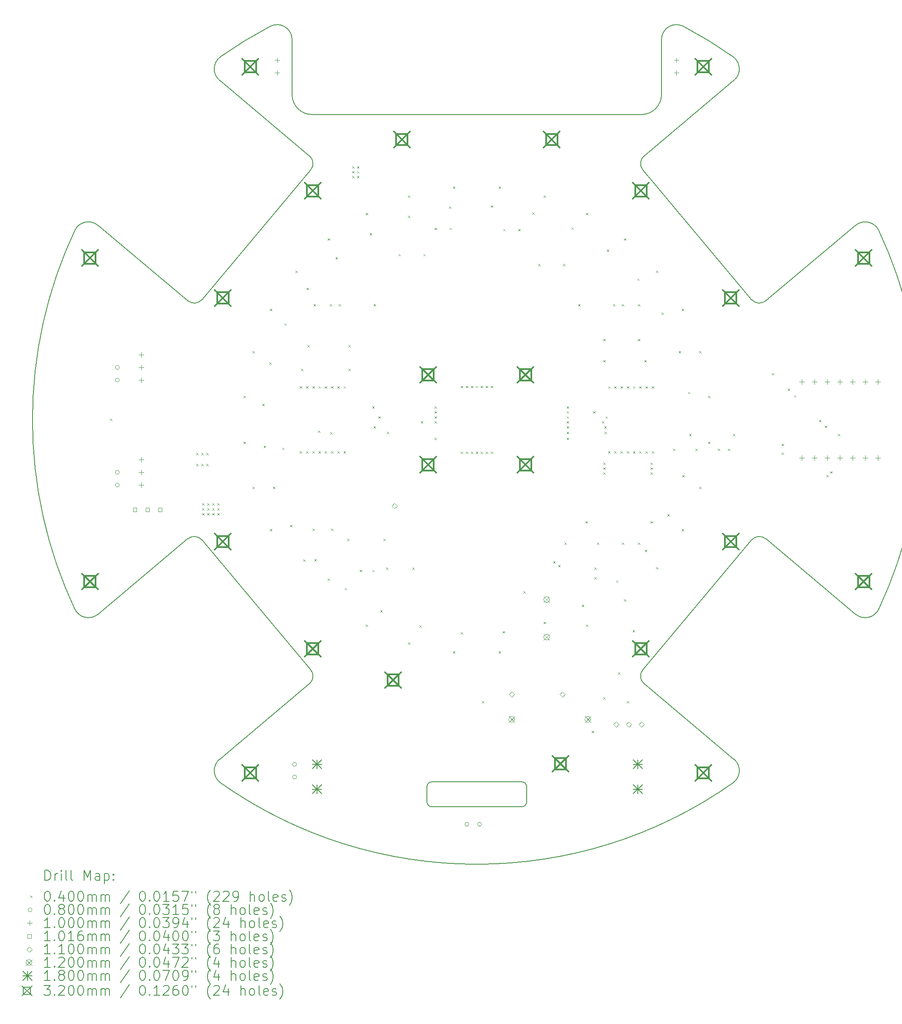
<source format=gbr>
%TF.GenerationSoftware,KiCad,Pcbnew,7.0.9*%
%TF.CreationDate,2023-12-19T12:28:14+08:00*%
%TF.ProjectId,layer1,6c617965-7231-42e6-9b69-6361645f7063,rev?*%
%TF.SameCoordinates,Original*%
%TF.FileFunction,Drillmap*%
%TF.FilePolarity,Positive*%
%FSLAX45Y45*%
G04 Gerber Fmt 4.5, Leading zero omitted, Abs format (unit mm)*
G04 Created by KiCad (PCBNEW 7.0.9) date 2023-12-19 12:28:14*
%MOMM*%
%LPD*%
G01*
G04 APERTURE LIST*
%ADD10C,0.200000*%
%ADD11C,0.100000*%
%ADD12C,0.101600*%
%ADD13C,0.110000*%
%ADD14C,0.120000*%
%ADD15C,0.180000*%
%ADD16C,0.320000*%
G04 APERTURE END LIST*
D10*
X13800000Y-4386854D02*
X7200000Y-4386854D01*
X14639536Y-2621276D02*
G75*
G03*
X14200000Y-2886853I-139536J-265574D01*
G01*
X4712402Y-8117179D02*
X2912197Y-6606629D01*
X13851626Y-5214101D02*
X15651830Y-3703550D01*
X16005832Y-8092528D02*
X13826975Y-5495867D01*
X15651834Y-3703554D02*
G75*
G03*
X15631982Y-3228634I-192844J229814D01*
G01*
X7173025Y-5495867D02*
X4994168Y-8092528D01*
X15651830Y-17296450D02*
X13851626Y-15785899D01*
X11400000Y-18250000D02*
G75*
G03*
X11500000Y-18150000I0J100000D01*
G01*
X5368018Y-17771366D02*
G75*
G03*
X15631982Y-17771366I5131982J7271366D01*
G01*
X4994169Y-12907471D02*
G75*
G03*
X4712402Y-12882820I-153209J-128559D01*
G01*
X2447943Y-6708643D02*
G75*
G03*
X2447943Y-14291357I8052057J-3791357D01*
G01*
X9500000Y-17850000D02*
X9500000Y-18150000D01*
X5368018Y-3228634D02*
G75*
G03*
X5348170Y-3703550I172998J-245103D01*
G01*
X13826975Y-15504133D02*
X16005832Y-12907472D01*
X18087803Y-14393371D02*
G75*
G03*
X18552057Y-14291357I192837J229811D01*
G01*
X13826974Y-15504132D02*
G75*
G03*
X13851626Y-15785899I153206J-128558D01*
G01*
X16005831Y-8092529D02*
G75*
G03*
X16287598Y-8117179I153209J128559D01*
G01*
X6800006Y-3986853D02*
G75*
G03*
X7200000Y-4386854I399994J-7D01*
G01*
X6799997Y-2886853D02*
G75*
G03*
X6360465Y-2621279I-299997J4D01*
G01*
X18087803Y-6606629D02*
X16287598Y-8117179D01*
X5348169Y-17296450D02*
G75*
G03*
X5368018Y-17771366I192835J-229814D01*
G01*
X9500000Y-18150000D02*
G75*
G03*
X9600000Y-18250000I100000J0D01*
G01*
X6360465Y-2621279D02*
G75*
G03*
X5368018Y-3228634I4139485J-7878641D01*
G01*
X16287597Y-12882821D02*
G75*
G03*
X16005832Y-12907472I-128558J-153209D01*
G01*
X11500000Y-18150000D02*
X11500000Y-17850000D01*
X14200000Y-2886853D02*
X14200000Y-3986853D01*
X4994168Y-12907472D02*
X7173025Y-15504133D01*
X7148374Y-15785899D02*
X5348170Y-17296450D01*
X18552060Y-6708648D02*
G75*
G03*
X18087803Y-6606629I-271420J-127792D01*
G01*
X11400000Y-17750000D02*
X9600000Y-17750000D01*
X16287598Y-12882820D02*
X18087803Y-14393371D01*
X5348170Y-3703550D02*
X7148374Y-5214101D01*
X7148373Y-15785898D02*
G75*
G03*
X7173025Y-15504133I-128554J153209D01*
G01*
X2912197Y-6606629D02*
G75*
G03*
X2447943Y-6708643I-192837J-229811D01*
G01*
X11500000Y-17850000D02*
G75*
G03*
X11400000Y-17750000I-100000J0D01*
G01*
X15631979Y-17771361D02*
G75*
G03*
X15651830Y-17296450I-172989J245101D01*
G01*
X2447943Y-14291357D02*
G75*
G03*
X2912197Y-14393371I271417J127797D01*
G01*
X18552057Y-14291356D02*
G75*
G03*
X18552059Y-6708648I-8052057J3791356D01*
G01*
X15631982Y-3228635D02*
G75*
G03*
X14639535Y-2621279I-5131902J-7271225D01*
G01*
X4712403Y-8117179D02*
G75*
G03*
X4994168Y-8092528I128558J153209D01*
G01*
X13851626Y-5214102D02*
G75*
G03*
X13826975Y-5495867I128554J-153209D01*
G01*
X13800000Y-4386860D02*
G75*
G03*
X14200000Y-3986853I-10J400010D01*
G01*
X2912197Y-14393371D02*
X4712402Y-12882820D01*
X9600000Y-17750000D02*
G75*
G03*
X9500000Y-17850000I0J-100000D01*
G01*
X9600000Y-18250000D02*
X11400000Y-18250000D01*
X7173026Y-5495868D02*
G75*
G03*
X7148374Y-5214101I-153206J128558D01*
G01*
X6800000Y-3986853D02*
X6800000Y-2886853D01*
D11*
X3155000Y-10480000D02*
X3195000Y-10520000D01*
X3195000Y-10480000D02*
X3155000Y-10520000D01*
X4880000Y-11160000D02*
X4920000Y-11200000D01*
X4920000Y-11160000D02*
X4880000Y-11200000D01*
X4880000Y-11380000D02*
X4920000Y-11420000D01*
X4920000Y-11380000D02*
X4880000Y-11420000D01*
X4980000Y-11160000D02*
X5020000Y-11200000D01*
X5020000Y-11160000D02*
X4980000Y-11200000D01*
X4980000Y-11380000D02*
X5020000Y-11420000D01*
X5020000Y-11380000D02*
X4980000Y-11420000D01*
X5000000Y-12170000D02*
X5040000Y-12210000D01*
X5040000Y-12170000D02*
X5000000Y-12210000D01*
X5000000Y-12270000D02*
X5040000Y-12310000D01*
X5040000Y-12270000D02*
X5000000Y-12310000D01*
X5000000Y-12370000D02*
X5040000Y-12410000D01*
X5040000Y-12370000D02*
X5000000Y-12410000D01*
X5080000Y-11160000D02*
X5120000Y-11200000D01*
X5120000Y-11160000D02*
X5080000Y-11200000D01*
X5080000Y-11380000D02*
X5120000Y-11420000D01*
X5120000Y-11380000D02*
X5080000Y-11420000D01*
X5100000Y-12170000D02*
X5140000Y-12210000D01*
X5140000Y-12170000D02*
X5100000Y-12210000D01*
X5100000Y-12270000D02*
X5140000Y-12310000D01*
X5140000Y-12270000D02*
X5100000Y-12310000D01*
X5100000Y-12370000D02*
X5140000Y-12410000D01*
X5140000Y-12370000D02*
X5100000Y-12410000D01*
X5200000Y-12170000D02*
X5240000Y-12210000D01*
X5240000Y-12170000D02*
X5200000Y-12210000D01*
X5200000Y-12270000D02*
X5240000Y-12310000D01*
X5240000Y-12270000D02*
X5200000Y-12310000D01*
X5200000Y-12370000D02*
X5240000Y-12410000D01*
X5240000Y-12370000D02*
X5200000Y-12410000D01*
X5300000Y-12170000D02*
X5340000Y-12210000D01*
X5340000Y-12170000D02*
X5300000Y-12210000D01*
X5300000Y-12270000D02*
X5340000Y-12310000D01*
X5340000Y-12270000D02*
X5300000Y-12310000D01*
X5300000Y-12370000D02*
X5340000Y-12410000D01*
X5340000Y-12370000D02*
X5300000Y-12410000D01*
X5827511Y-10021770D02*
X5867511Y-10061770D01*
X5867511Y-10021770D02*
X5827511Y-10061770D01*
X5827511Y-10938230D02*
X5867511Y-10978230D01*
X5867511Y-10938230D02*
X5827511Y-10978230D01*
X6006304Y-9122919D02*
X6046304Y-9162919D01*
X6046304Y-9122919D02*
X6006304Y-9162919D01*
X6006304Y-11837081D02*
X6046304Y-11877081D01*
X6046304Y-11837081D02*
X6006304Y-11877081D01*
X6205000Y-10180000D02*
X6245000Y-10220000D01*
X6245000Y-10180000D02*
X6205000Y-10220000D01*
X6228616Y-11019776D02*
X6268616Y-11059776D01*
X6268616Y-11019776D02*
X6228616Y-11059776D01*
X6345670Y-9351753D02*
X6385670Y-9391753D01*
X6385670Y-9351753D02*
X6345670Y-9391753D01*
X6357018Y-8276220D02*
X6397018Y-8316220D01*
X6397018Y-8276220D02*
X6357018Y-8316220D01*
X6357018Y-12683780D02*
X6397018Y-12723780D01*
X6397018Y-12683780D02*
X6357018Y-12723780D01*
X6415610Y-11838808D02*
X6455610Y-11878808D01*
X6455610Y-11838808D02*
X6415610Y-11878808D01*
X6603277Y-11056723D02*
X6643277Y-11096723D01*
X6643277Y-11056723D02*
X6603277Y-11096723D01*
X6645220Y-8566865D02*
X6685220Y-8606865D01*
X6685220Y-8566865D02*
X6645220Y-8606865D01*
X6758796Y-12605622D02*
X6798796Y-12645622D01*
X6798796Y-12605622D02*
X6758796Y-12645622D01*
X6866176Y-7514211D02*
X6906176Y-7554211D01*
X6906176Y-7514211D02*
X6866176Y-7554211D01*
X6955000Y-9830000D02*
X6995000Y-9870000D01*
X6995000Y-9830000D02*
X6955000Y-9870000D01*
X6955000Y-11130000D02*
X6995000Y-11170000D01*
X6995000Y-11130000D02*
X6955000Y-11170000D01*
X6980000Y-9480000D02*
X7020000Y-9520000D01*
X7020000Y-9480000D02*
X6980000Y-9520000D01*
X7018482Y-13293482D02*
X7058482Y-13333482D01*
X7058482Y-13293482D02*
X7018482Y-13333482D01*
X7080000Y-9830000D02*
X7120000Y-9870000D01*
X7120000Y-9830000D02*
X7080000Y-9870000D01*
X7080000Y-11130000D02*
X7120000Y-11170000D01*
X7120000Y-11130000D02*
X7080000Y-11170000D01*
X7092138Y-7855496D02*
X7132138Y-7895496D01*
X7132138Y-7855496D02*
X7092138Y-7895496D01*
X7105000Y-9005000D02*
X7145000Y-9045000D01*
X7145000Y-9005000D02*
X7105000Y-9045000D01*
X7205000Y-9830000D02*
X7245000Y-9870000D01*
X7245000Y-9830000D02*
X7205000Y-9870000D01*
X7205000Y-11130000D02*
X7245000Y-11170000D01*
X7245000Y-11130000D02*
X7205000Y-11170000D01*
X7205000Y-12680000D02*
X7245000Y-12720000D01*
X7245000Y-12680000D02*
X7205000Y-12720000D01*
X7230000Y-8180000D02*
X7270000Y-8220000D01*
X7270000Y-8180000D02*
X7230000Y-8220000D01*
X7244986Y-13290749D02*
X7284986Y-13330749D01*
X7284986Y-13290749D02*
X7244986Y-13330749D01*
X7320000Y-10713367D02*
X7360000Y-10753367D01*
X7360000Y-10713367D02*
X7320000Y-10753367D01*
X7330000Y-9830000D02*
X7370000Y-9870000D01*
X7370000Y-9830000D02*
X7330000Y-9870000D01*
X7330000Y-11130000D02*
X7370000Y-11170000D01*
X7370000Y-11130000D02*
X7330000Y-11170000D01*
X7455000Y-9830000D02*
X7495000Y-9870000D01*
X7495000Y-9830000D02*
X7455000Y-9870000D01*
X7455000Y-11130000D02*
X7495000Y-11170000D01*
X7495000Y-11130000D02*
X7455000Y-11170000D01*
X7514211Y-6866176D02*
X7554211Y-6906176D01*
X7554211Y-6866176D02*
X7514211Y-6906176D01*
X7514211Y-13680000D02*
X7554211Y-13720000D01*
X7554211Y-13680000D02*
X7514211Y-13720000D01*
X7555000Y-8180000D02*
X7595000Y-8220000D01*
X7595000Y-8180000D02*
X7555000Y-8220000D01*
X7560893Y-10748257D02*
X7600893Y-10788257D01*
X7600893Y-10748257D02*
X7560893Y-10788257D01*
X7580000Y-9830000D02*
X7620000Y-9870000D01*
X7620000Y-9830000D02*
X7580000Y-9870000D01*
X7580000Y-11130000D02*
X7620000Y-11170000D01*
X7620000Y-11130000D02*
X7580000Y-11170000D01*
X7580000Y-12680000D02*
X7620000Y-12720000D01*
X7620000Y-12680000D02*
X7580000Y-12720000D01*
X7669250Y-7244986D02*
X7709250Y-7284986D01*
X7709250Y-7244986D02*
X7669250Y-7284986D01*
X7705000Y-9830000D02*
X7745000Y-9870000D01*
X7745000Y-9830000D02*
X7705000Y-9870000D01*
X7705000Y-11130000D02*
X7745000Y-11170000D01*
X7745000Y-11130000D02*
X7705000Y-11170000D01*
X7730000Y-8180000D02*
X7770000Y-8220000D01*
X7770000Y-8180000D02*
X7730000Y-8220000D01*
X7830000Y-9830000D02*
X7870000Y-9870000D01*
X7870000Y-9830000D02*
X7830000Y-9870000D01*
X7830000Y-11130000D02*
X7870000Y-11170000D01*
X7870000Y-11130000D02*
X7830000Y-11170000D01*
X7855496Y-13867862D02*
X7895496Y-13907862D01*
X7895496Y-13867862D02*
X7855496Y-13907862D01*
X7905000Y-12880000D02*
X7945000Y-12920000D01*
X7945000Y-12880000D02*
X7905000Y-12920000D01*
X7930000Y-9005000D02*
X7970000Y-9045000D01*
X7970000Y-9005000D02*
X7930000Y-9045000D01*
X7930000Y-9480000D02*
X7970000Y-9520000D01*
X7970000Y-9480000D02*
X7930000Y-9520000D01*
X8005000Y-5420000D02*
X8045000Y-5460000D01*
X8045000Y-5420000D02*
X8005000Y-5460000D01*
X8005000Y-5520000D02*
X8045000Y-5560000D01*
X8045000Y-5520000D02*
X8005000Y-5560000D01*
X8005000Y-5620000D02*
X8045000Y-5660000D01*
X8045000Y-5620000D02*
X8005000Y-5660000D01*
X8100000Y-5420000D02*
X8140000Y-5460000D01*
X8140000Y-5420000D02*
X8100000Y-5460000D01*
X8100000Y-5520000D02*
X8140000Y-5560000D01*
X8140000Y-5520000D02*
X8100000Y-5560000D01*
X8100000Y-5620000D02*
X8140000Y-5660000D01*
X8140000Y-5620000D02*
X8100000Y-5660000D01*
X8155000Y-13505000D02*
X8195000Y-13545000D01*
X8195000Y-13505000D02*
X8155000Y-13545000D01*
X8276220Y-6357018D02*
X8316220Y-6397018D01*
X8316220Y-6357018D02*
X8276220Y-6397018D01*
X8276220Y-14602982D02*
X8316220Y-14642982D01*
X8316220Y-14602982D02*
X8276220Y-14642982D01*
X8354378Y-6758796D02*
X8394378Y-6798796D01*
X8394378Y-6758796D02*
X8354378Y-6798796D01*
X8405000Y-10230000D02*
X8445000Y-10270000D01*
X8445000Y-10230000D02*
X8405000Y-10270000D01*
X8405000Y-13505000D02*
X8445000Y-13545000D01*
X8445000Y-13505000D02*
X8405000Y-13545000D01*
X8430000Y-8180000D02*
X8470000Y-8220000D01*
X8470000Y-8180000D02*
X8430000Y-8220000D01*
X8430000Y-10630000D02*
X8470000Y-10670000D01*
X8470000Y-10630000D02*
X8430000Y-10670000D01*
X8530000Y-10430000D02*
X8570000Y-10470000D01*
X8570000Y-10430000D02*
X8530000Y-10470000D01*
X8566865Y-14314780D02*
X8606865Y-14354780D01*
X8606865Y-14314780D02*
X8566865Y-14354780D01*
X8630000Y-12880000D02*
X8670000Y-12920000D01*
X8670000Y-12880000D02*
X8630000Y-12920000D01*
X8680000Y-13455000D02*
X8720000Y-13495000D01*
X8720000Y-13455000D02*
X8680000Y-13495000D01*
X8700000Y-10740000D02*
X8740000Y-10780000D01*
X8740000Y-10740000D02*
X8700000Y-10780000D01*
X8930000Y-7180000D02*
X8970000Y-7220000D01*
X8970000Y-7180000D02*
X8930000Y-7220000D01*
X9121192Y-6415610D02*
X9161192Y-6455610D01*
X9161192Y-6415610D02*
X9121192Y-6455610D01*
X9122919Y-6006304D02*
X9162919Y-6046304D01*
X9162919Y-6006304D02*
X9122919Y-6046304D01*
X9122919Y-14953696D02*
X9162919Y-14993696D01*
X9162919Y-14953696D02*
X9122919Y-14993696D01*
X9205000Y-13455000D02*
X9245000Y-13495000D01*
X9245000Y-13455000D02*
X9205000Y-13495000D01*
X9351753Y-14614330D02*
X9391753Y-14654330D01*
X9391753Y-14614330D02*
X9351753Y-14654330D01*
X9380000Y-10530000D02*
X9420000Y-10570000D01*
X9420000Y-10530000D02*
X9380000Y-10570000D01*
X9430000Y-7180000D02*
X9470000Y-7220000D01*
X9470000Y-7180000D02*
X9430000Y-7220000D01*
X9655000Y-6655000D02*
X9695000Y-6695000D01*
X9695000Y-6655000D02*
X9655000Y-6695000D01*
X9655000Y-10230000D02*
X9695000Y-10270000D01*
X9695000Y-10230000D02*
X9655000Y-10270000D01*
X9655000Y-10330000D02*
X9695000Y-10370000D01*
X9695000Y-10330000D02*
X9655000Y-10370000D01*
X9655000Y-10430000D02*
X9695000Y-10470000D01*
X9695000Y-10430000D02*
X9655000Y-10470000D01*
X9655000Y-10530000D02*
X9695000Y-10570000D01*
X9695000Y-10530000D02*
X9655000Y-10570000D01*
X9655000Y-10860000D02*
X9695000Y-10900000D01*
X9695000Y-10860000D02*
X9655000Y-10900000D01*
X9940225Y-6228616D02*
X9980225Y-6268616D01*
X9980225Y-6228616D02*
X9940225Y-6268616D01*
X9955000Y-6655000D02*
X9995000Y-6695000D01*
X9995000Y-6655000D02*
X9955000Y-6695000D01*
X10021770Y-5827511D02*
X10061770Y-5867511D01*
X10061770Y-5827511D02*
X10021770Y-5867511D01*
X10021770Y-15132489D02*
X10061770Y-15172489D01*
X10061770Y-15132489D02*
X10021770Y-15172489D01*
X10180000Y-9820000D02*
X10220000Y-9860000D01*
X10220000Y-9820000D02*
X10180000Y-9860000D01*
X10180000Y-11140000D02*
X10220000Y-11180000D01*
X10220000Y-11140000D02*
X10180000Y-11180000D01*
X10180000Y-14755000D02*
X10220000Y-14795000D01*
X10220000Y-14755000D02*
X10180000Y-14795000D01*
X10280000Y-9820000D02*
X10320000Y-9860000D01*
X10320000Y-9820000D02*
X10280000Y-9860000D01*
X10280000Y-11140000D02*
X10320000Y-11180000D01*
X10320000Y-11140000D02*
X10280000Y-11180000D01*
X10380000Y-9820000D02*
X10420000Y-9860000D01*
X10420000Y-9820000D02*
X10380000Y-9860000D01*
X10380000Y-11140000D02*
X10420000Y-11180000D01*
X10420000Y-11140000D02*
X10380000Y-11180000D01*
X10480000Y-9820000D02*
X10520000Y-9860000D01*
X10520000Y-9820000D02*
X10480000Y-9860000D01*
X10480000Y-11140000D02*
X10520000Y-11180000D01*
X10520000Y-11140000D02*
X10480000Y-11180000D01*
X10580000Y-9820000D02*
X10620000Y-9860000D01*
X10620000Y-9820000D02*
X10580000Y-9860000D01*
X10580000Y-11140000D02*
X10620000Y-11180000D01*
X10620000Y-11140000D02*
X10580000Y-11180000D01*
X10605000Y-16130000D02*
X10645000Y-16170000D01*
X10645000Y-16130000D02*
X10605000Y-16170000D01*
X10680000Y-9820000D02*
X10720000Y-9860000D01*
X10720000Y-9820000D02*
X10680000Y-9860000D01*
X10680000Y-11140000D02*
X10720000Y-11180000D01*
X10720000Y-11140000D02*
X10680000Y-11180000D01*
X10780000Y-6205000D02*
X10820000Y-6245000D01*
X10820000Y-6205000D02*
X10780000Y-6245000D01*
X10780000Y-9820000D02*
X10820000Y-9860000D01*
X10820000Y-9820000D02*
X10780000Y-9860000D01*
X10780000Y-11140000D02*
X10820000Y-11180000D01*
X10820000Y-11140000D02*
X10780000Y-11180000D01*
X10938230Y-5827511D02*
X10978230Y-5867511D01*
X10978230Y-5827511D02*
X10938230Y-5867511D01*
X10938230Y-15132489D02*
X10978230Y-15172489D01*
X10978230Y-15132489D02*
X10938230Y-15172489D01*
X11019776Y-14731384D02*
X11059776Y-14771384D01*
X11059776Y-14731384D02*
X11019776Y-14771384D01*
X11030000Y-6680000D02*
X11070000Y-6720000D01*
X11070000Y-6680000D02*
X11030000Y-6720000D01*
X11330000Y-6680000D02*
X11370000Y-6720000D01*
X11370000Y-6680000D02*
X11330000Y-6720000D01*
X11430000Y-13930000D02*
X11470000Y-13970000D01*
X11470000Y-13930000D02*
X11430000Y-13970000D01*
X11608247Y-6345670D02*
X11648247Y-6385670D01*
X11648247Y-6345670D02*
X11608247Y-6385670D01*
X11730000Y-7380000D02*
X11770000Y-7420000D01*
X11770000Y-7380000D02*
X11730000Y-7420000D01*
X11837081Y-6006304D02*
X11877081Y-6046304D01*
X11877081Y-6006304D02*
X11837081Y-6046304D01*
X11838808Y-14544390D02*
X11878808Y-14584390D01*
X11878808Y-14544390D02*
X11838808Y-14584390D01*
X12030000Y-13330000D02*
X12070000Y-13370000D01*
X12070000Y-13330000D02*
X12030000Y-13370000D01*
X12130000Y-13405000D02*
X12170000Y-13445000D01*
X12170000Y-13405000D02*
X12130000Y-13445000D01*
X12230000Y-7380000D02*
X12270000Y-7420000D01*
X12270000Y-7380000D02*
X12230000Y-7420000D01*
X12255000Y-12955000D02*
X12295000Y-12995000D01*
X12295000Y-12955000D02*
X12255000Y-12995000D01*
X12300000Y-10740000D02*
X12340000Y-10780000D01*
X12340000Y-10740000D02*
X12300000Y-10780000D01*
X12300000Y-10860000D02*
X12340000Y-10900000D01*
X12340000Y-10860000D02*
X12300000Y-10900000D01*
X12300050Y-10230000D02*
X12340050Y-10270000D01*
X12340050Y-10230000D02*
X12300050Y-10270000D01*
X12300050Y-10330000D02*
X12340050Y-10370000D01*
X12340050Y-10330000D02*
X12300050Y-10370000D01*
X12300050Y-10429950D02*
X12340050Y-10469950D01*
X12340050Y-10429950D02*
X12300050Y-10469950D01*
X12300050Y-10529901D02*
X12340050Y-10569901D01*
X12340050Y-10529901D02*
X12300050Y-10569901D01*
X12300471Y-10630301D02*
X12340471Y-10670301D01*
X12340471Y-10630301D02*
X12300471Y-10670301D01*
X12393135Y-6645220D02*
X12433135Y-6685220D01*
X12433135Y-6645220D02*
X12393135Y-6685220D01*
X12530000Y-8180000D02*
X12570000Y-8220000D01*
X12570000Y-8180000D02*
X12530000Y-8220000D01*
X12605622Y-14201204D02*
X12645622Y-14241204D01*
X12645622Y-14201204D02*
X12605622Y-14241204D01*
X12680000Y-12530000D02*
X12720000Y-12570000D01*
X12720000Y-12530000D02*
X12680000Y-12570000D01*
X12683780Y-6357018D02*
X12723780Y-6397018D01*
X12723780Y-6357018D02*
X12683780Y-6397018D01*
X12683780Y-14602982D02*
X12723780Y-14642982D01*
X12723780Y-14602982D02*
X12683780Y-14642982D01*
X12805000Y-16730000D02*
X12845000Y-16770000D01*
X12845000Y-16730000D02*
X12805000Y-16770000D01*
X12830000Y-10328770D02*
X12870000Y-10368770D01*
X12870000Y-10328770D02*
X12830000Y-10368770D01*
X12855000Y-13455000D02*
X12895000Y-13495000D01*
X12895000Y-13455000D02*
X12855000Y-13495000D01*
X12855000Y-13655000D02*
X12895000Y-13695000D01*
X12895000Y-13655000D02*
X12855000Y-13695000D01*
X12905000Y-12955000D02*
X12945000Y-12995000D01*
X12945000Y-12955000D02*
X12905000Y-12995000D01*
X13005000Y-10530000D02*
X13045000Y-10570000D01*
X13045000Y-10530000D02*
X13005000Y-10570000D01*
X13030000Y-8880000D02*
X13070000Y-8920000D01*
X13070000Y-8880000D02*
X13030000Y-8920000D01*
X13030000Y-9305000D02*
X13070000Y-9345000D01*
X13070000Y-9305000D02*
X13030000Y-9345000D01*
X13030000Y-11355000D02*
X13070000Y-11395000D01*
X13070000Y-11355000D02*
X13030000Y-11395000D01*
X13030000Y-11455000D02*
X13070000Y-11495000D01*
X13070000Y-11455000D02*
X13030000Y-11495000D01*
X13030000Y-11555000D02*
X13070000Y-11595000D01*
X13070000Y-11555000D02*
X13030000Y-11595000D01*
X13031236Y-16056006D02*
X13071236Y-16096006D01*
X13071236Y-16056006D02*
X13031236Y-16096006D01*
X13055000Y-10630000D02*
X13095000Y-10670000D01*
X13095000Y-10630000D02*
X13055000Y-10670000D01*
X13060000Y-10740000D02*
X13100000Y-10780000D01*
X13100000Y-10740000D02*
X13060000Y-10780000D01*
X13080000Y-10430000D02*
X13120000Y-10470000D01*
X13120000Y-10430000D02*
X13080000Y-10470000D01*
X13104504Y-7092138D02*
X13144504Y-7132138D01*
X13144504Y-7092138D02*
X13104504Y-7132138D01*
X13130000Y-9830000D02*
X13170000Y-9870000D01*
X13170000Y-9830000D02*
X13130000Y-9870000D01*
X13130000Y-11130000D02*
X13170000Y-11170000D01*
X13170000Y-11130000D02*
X13130000Y-11170000D01*
X13230000Y-8180000D02*
X13270000Y-8220000D01*
X13270000Y-8180000D02*
X13230000Y-8220000D01*
X13255000Y-9830000D02*
X13295000Y-9870000D01*
X13295000Y-9830000D02*
X13255000Y-9870000D01*
X13255000Y-11130000D02*
X13295000Y-11170000D01*
X13295000Y-11130000D02*
X13255000Y-11170000D01*
X13290749Y-13715013D02*
X13330749Y-13755013D01*
X13330749Y-13715013D02*
X13290749Y-13755013D01*
X13330000Y-15555000D02*
X13370000Y-15595000D01*
X13370000Y-15555000D02*
X13330000Y-15595000D01*
X13380000Y-9830000D02*
X13420000Y-9870000D01*
X13420000Y-9830000D02*
X13380000Y-9870000D01*
X13380000Y-11130000D02*
X13420000Y-11170000D01*
X13420000Y-11130000D02*
X13380000Y-11170000D01*
X13405000Y-8180000D02*
X13445000Y-8220000D01*
X13445000Y-8180000D02*
X13405000Y-8220000D01*
X13405000Y-12955000D02*
X13445000Y-12995000D01*
X13445000Y-12955000D02*
X13405000Y-12995000D01*
X13445789Y-6866176D02*
X13485789Y-6906176D01*
X13485789Y-6866176D02*
X13445789Y-6906176D01*
X13445789Y-14093824D02*
X13485789Y-14133824D01*
X13485789Y-14093824D02*
X13445789Y-14133824D01*
X13505000Y-9830000D02*
X13545000Y-9870000D01*
X13545000Y-9830000D02*
X13505000Y-9870000D01*
X13505000Y-11130000D02*
X13545000Y-11170000D01*
X13545000Y-11130000D02*
X13505000Y-11170000D01*
X13505000Y-16130000D02*
X13545000Y-16170000D01*
X13545000Y-16130000D02*
X13505000Y-16170000D01*
X13620690Y-14712900D02*
X13660690Y-14752900D01*
X13660690Y-14712900D02*
X13620690Y-14752900D01*
X13630000Y-9830000D02*
X13670000Y-9870000D01*
X13670000Y-9830000D02*
X13630000Y-9870000D01*
X13630000Y-11130000D02*
X13670000Y-11170000D01*
X13670000Y-11130000D02*
X13630000Y-11170000D01*
X13715013Y-7669250D02*
X13755013Y-7709250D01*
X13755013Y-7669250D02*
X13715013Y-7709250D01*
X13730000Y-8180000D02*
X13770000Y-8220000D01*
X13770000Y-8180000D02*
X13730000Y-8220000D01*
X13730000Y-8880000D02*
X13770000Y-8920000D01*
X13770000Y-8880000D02*
X13730000Y-8920000D01*
X13730000Y-12955000D02*
X13770000Y-12995000D01*
X13770000Y-12955000D02*
X13730000Y-12995000D01*
X13755000Y-9830000D02*
X13795000Y-9870000D01*
X13795000Y-9830000D02*
X13755000Y-9870000D01*
X13755000Y-11130000D02*
X13795000Y-11170000D01*
X13795000Y-11130000D02*
X13755000Y-11170000D01*
X13855000Y-9305000D02*
X13895000Y-9345000D01*
X13895000Y-9305000D02*
X13855000Y-9345000D01*
X13867861Y-13104504D02*
X13907861Y-13144504D01*
X13907861Y-13104504D02*
X13867861Y-13144504D01*
X13880000Y-9830000D02*
X13920000Y-9870000D01*
X13920000Y-9830000D02*
X13880000Y-9870000D01*
X13880000Y-11130000D02*
X13920000Y-11170000D01*
X13920000Y-11130000D02*
X13880000Y-11170000D01*
X13980000Y-11355000D02*
X14020000Y-11395000D01*
X14020000Y-11355000D02*
X13980000Y-11395000D01*
X13980000Y-11455000D02*
X14020000Y-11495000D01*
X14020000Y-11455000D02*
X13980000Y-11495000D01*
X13980000Y-11555000D02*
X14020000Y-11595000D01*
X14020000Y-11555000D02*
X13980000Y-11595000D01*
X13980000Y-12530000D02*
X14020000Y-12570000D01*
X14020000Y-12530000D02*
X13980000Y-12570000D01*
X14005000Y-9830000D02*
X14045000Y-9870000D01*
X14045000Y-9830000D02*
X14005000Y-9870000D01*
X14005000Y-11130000D02*
X14045000Y-11170000D01*
X14045000Y-11130000D02*
X14005000Y-11170000D01*
X14093824Y-7514211D02*
X14133824Y-7554211D01*
X14133824Y-7514211D02*
X14093824Y-7554211D01*
X14093824Y-13445789D02*
X14133824Y-13485789D01*
X14133824Y-13445789D02*
X14093824Y-13485789D01*
X14201204Y-8354378D02*
X14241204Y-8394378D01*
X14241204Y-8354378D02*
X14201204Y-8394378D01*
X14314780Y-12393135D02*
X14354780Y-12433135D01*
X14354780Y-12393135D02*
X14314780Y-12433135D01*
X14430000Y-11080000D02*
X14470000Y-11120000D01*
X14470000Y-11080000D02*
X14430000Y-11120000D01*
X14544390Y-9121192D02*
X14584390Y-9161192D01*
X14584390Y-9121192D02*
X14544390Y-9161192D01*
X14602982Y-8276220D02*
X14642982Y-8316220D01*
X14642982Y-8276220D02*
X14602982Y-8316220D01*
X14602982Y-12683780D02*
X14642982Y-12723780D01*
X14642982Y-12683780D02*
X14602982Y-12723780D01*
X14614330Y-11608247D02*
X14654330Y-11648247D01*
X14654330Y-11608247D02*
X14614330Y-11648247D01*
X14731384Y-9940224D02*
X14771384Y-9980224D01*
X14771384Y-9940224D02*
X14731384Y-9980224D01*
X14755000Y-10780000D02*
X14795000Y-10820000D01*
X14795000Y-10780000D02*
X14755000Y-10820000D01*
X14880000Y-11080000D02*
X14920000Y-11120000D01*
X14920000Y-11080000D02*
X14880000Y-11120000D01*
X14953696Y-9122919D02*
X14993696Y-9162919D01*
X14993696Y-9122919D02*
X14953696Y-9162919D01*
X14953696Y-11837081D02*
X14993696Y-11877081D01*
X14993696Y-11837081D02*
X14953696Y-11877081D01*
X15132489Y-10021770D02*
X15172489Y-10061770D01*
X15172489Y-10021770D02*
X15132489Y-10061770D01*
X15132489Y-10938230D02*
X15172489Y-10978230D01*
X15172489Y-10938230D02*
X15132489Y-10978230D01*
X15330000Y-11080000D02*
X15370000Y-11120000D01*
X15370000Y-11080000D02*
X15330000Y-11120000D01*
X15530000Y-11080000D02*
X15570000Y-11120000D01*
X15570000Y-11080000D02*
X15530000Y-11120000D01*
X15630000Y-10780000D02*
X15670000Y-10820000D01*
X15670000Y-10780000D02*
X15630000Y-10820000D01*
X16410000Y-9560000D02*
X16450000Y-9600000D01*
X16450000Y-9560000D02*
X16410000Y-9600000D01*
X16605000Y-10980000D02*
X16645000Y-11020000D01*
X16645000Y-10980000D02*
X16605000Y-11020000D01*
X16605000Y-11155000D02*
X16645000Y-11195000D01*
X16645000Y-11155000D02*
X16605000Y-11195000D01*
X16728770Y-9878770D02*
X16768770Y-9918770D01*
X16768770Y-9878770D02*
X16728770Y-9918770D01*
X16856270Y-10006270D02*
X16896270Y-10046270D01*
X16896270Y-10006270D02*
X16856270Y-10046270D01*
X17355000Y-10505000D02*
X17395000Y-10545000D01*
X17395000Y-10505000D02*
X17355000Y-10545000D01*
X17466730Y-10616730D02*
X17506730Y-10656730D01*
X17506730Y-10616730D02*
X17466730Y-10656730D01*
X17505000Y-11605000D02*
X17545000Y-11645000D01*
X17545000Y-11605000D02*
X17505000Y-11645000D01*
X17580000Y-11530000D02*
X17620000Y-11570000D01*
X17620000Y-11530000D02*
X17580000Y-11570000D01*
X17730000Y-10780000D02*
X17770000Y-10820000D01*
X17770000Y-10780000D02*
X17730000Y-10820000D01*
X3340000Y-9451500D02*
G75*
G03*
X3340000Y-9451500I-40000J0D01*
G01*
X3340000Y-9705500D02*
G75*
G03*
X3340000Y-9705500I-40000J0D01*
G01*
X3340000Y-11551500D02*
G75*
G03*
X3340000Y-11551500I-40000J0D01*
G01*
X3340000Y-11805500D02*
G75*
G03*
X3340000Y-11805500I-40000J0D01*
G01*
X6890000Y-17400000D02*
G75*
G03*
X6890000Y-17400000I-40000J0D01*
G01*
X6890000Y-17654000D02*
G75*
G03*
X6890000Y-17654000I-40000J0D01*
G01*
X10340000Y-18600000D02*
G75*
G03*
X10340000Y-18600000I-40000J0D01*
G01*
X10594000Y-18600000D02*
G75*
G03*
X10594000Y-18600000I-40000J0D01*
G01*
X3780000Y-9147500D02*
X3780000Y-9247500D01*
X3730000Y-9197500D02*
X3830000Y-9197500D01*
X3780000Y-9401500D02*
X3780000Y-9501500D01*
X3730000Y-9451500D02*
X3830000Y-9451500D01*
X3780000Y-9655500D02*
X3780000Y-9755500D01*
X3730000Y-9705500D02*
X3830000Y-9705500D01*
X3780000Y-11247500D02*
X3780000Y-11347500D01*
X3730000Y-11297500D02*
X3830000Y-11297500D01*
X3780000Y-11501500D02*
X3780000Y-11601500D01*
X3730000Y-11551500D02*
X3830000Y-11551500D01*
X3780000Y-11755500D02*
X3780000Y-11855500D01*
X3730000Y-11805500D02*
X3830000Y-11805500D01*
X6500000Y-3250000D02*
X6500000Y-3350000D01*
X6450000Y-3300000D02*
X6550000Y-3300000D01*
X6500000Y-3504000D02*
X6500000Y-3604000D01*
X6450000Y-3554000D02*
X6550000Y-3554000D01*
X14500000Y-3250000D02*
X14500000Y-3350000D01*
X14450000Y-3300000D02*
X14550000Y-3300000D01*
X14500000Y-3504000D02*
X14500000Y-3604000D01*
X14450000Y-3554000D02*
X14550000Y-3554000D01*
X17013000Y-9688000D02*
X17013000Y-9788000D01*
X16963000Y-9738000D02*
X17063000Y-9738000D01*
X17013000Y-11212000D02*
X17013000Y-11312000D01*
X16963000Y-11262000D02*
X17063000Y-11262000D01*
X17267000Y-9688000D02*
X17267000Y-9788000D01*
X17217000Y-9738000D02*
X17317000Y-9738000D01*
X17267000Y-11212000D02*
X17267000Y-11312000D01*
X17217000Y-11262000D02*
X17317000Y-11262000D01*
X17521000Y-9688000D02*
X17521000Y-9788000D01*
X17471000Y-9738000D02*
X17571000Y-9738000D01*
X17521000Y-11212000D02*
X17521000Y-11312000D01*
X17471000Y-11262000D02*
X17571000Y-11262000D01*
X17775000Y-9688000D02*
X17775000Y-9788000D01*
X17725000Y-9738000D02*
X17825000Y-9738000D01*
X17775000Y-11212000D02*
X17775000Y-11312000D01*
X17725000Y-11262000D02*
X17825000Y-11262000D01*
X18029000Y-9688000D02*
X18029000Y-9788000D01*
X17979000Y-9738000D02*
X18079000Y-9738000D01*
X18029000Y-11212000D02*
X18029000Y-11312000D01*
X17979000Y-11262000D02*
X18079000Y-11262000D01*
X18283000Y-9688000D02*
X18283000Y-9788000D01*
X18233000Y-9738000D02*
X18333000Y-9738000D01*
X18283000Y-11212000D02*
X18283000Y-11312000D01*
X18233000Y-11262000D02*
X18333000Y-11262000D01*
X18537000Y-9688000D02*
X18537000Y-9788000D01*
X18487000Y-9738000D02*
X18587000Y-9738000D01*
X18537000Y-11212000D02*
X18537000Y-11312000D01*
X18487000Y-11262000D02*
X18587000Y-11262000D01*
D12*
X3685141Y-12335921D02*
X3685141Y-12264079D01*
X3613299Y-12264079D01*
X3613299Y-12335921D01*
X3685141Y-12335921D01*
X3939141Y-12335921D02*
X3939141Y-12264079D01*
X3867299Y-12264079D01*
X3867299Y-12335921D01*
X3939141Y-12335921D01*
X4193141Y-12335921D02*
X4193141Y-12264079D01*
X4121299Y-12264079D01*
X4121299Y-12335921D01*
X4193141Y-12335921D01*
D13*
X8850000Y-12280000D02*
X8905000Y-12225000D01*
X8850000Y-12170000D01*
X8795000Y-12225000D01*
X8850000Y-12280000D01*
X11200000Y-16055000D02*
X11255000Y-16000000D01*
X11200000Y-15945000D01*
X11145000Y-16000000D01*
X11200000Y-16055000D01*
X12216000Y-16055000D02*
X12271000Y-16000000D01*
X12216000Y-15945000D01*
X12161000Y-16000000D01*
X12216000Y-16055000D01*
X13292000Y-16655000D02*
X13347000Y-16600000D01*
X13292000Y-16545000D01*
X13237000Y-16600000D01*
X13292000Y-16655000D01*
X13546000Y-16655000D02*
X13601000Y-16600000D01*
X13546000Y-16545000D01*
X13491000Y-16600000D01*
X13546000Y-16655000D01*
X13800000Y-16655000D02*
X13855000Y-16600000D01*
X13800000Y-16545000D01*
X13745000Y-16600000D01*
X13800000Y-16655000D01*
D14*
X11140000Y-16440000D02*
X11260000Y-16560000D01*
X11260000Y-16440000D02*
X11140000Y-16560000D01*
X11260000Y-16500000D02*
G75*
G03*
X11260000Y-16500000I-60000J0D01*
G01*
X11840000Y-14041275D02*
X11960000Y-14161275D01*
X11960000Y-14041275D02*
X11840000Y-14161275D01*
X11960000Y-14101275D02*
G75*
G03*
X11960000Y-14101275I-60000J0D01*
G01*
X11840000Y-14791275D02*
X11960000Y-14911275D01*
X11960000Y-14791275D02*
X11840000Y-14911275D01*
X11960000Y-14851275D02*
G75*
G03*
X11960000Y-14851275I-60000J0D01*
G01*
X12664000Y-16440000D02*
X12784000Y-16560000D01*
X12784000Y-16440000D02*
X12664000Y-16560000D01*
X12784000Y-16500000D02*
G75*
G03*
X12784000Y-16500000I-60000J0D01*
G01*
D15*
X7210000Y-17310000D02*
X7390000Y-17490000D01*
X7390000Y-17310000D02*
X7210000Y-17490000D01*
X7300000Y-17310000D02*
X7300000Y-17490000D01*
X7210000Y-17400000D02*
X7390000Y-17400000D01*
X7210000Y-17810000D02*
X7390000Y-17990000D01*
X7390000Y-17810000D02*
X7210000Y-17990000D01*
X7300000Y-17810000D02*
X7300000Y-17990000D01*
X7210000Y-17900000D02*
X7390000Y-17900000D01*
X13635000Y-17310000D02*
X13815000Y-17490000D01*
X13815000Y-17310000D02*
X13635000Y-17490000D01*
X13725000Y-17310000D02*
X13725000Y-17490000D01*
X13635000Y-17400000D02*
X13815000Y-17400000D01*
X13635000Y-17810000D02*
X13815000Y-17990000D01*
X13815000Y-17810000D02*
X13635000Y-17990000D01*
X13725000Y-17810000D02*
X13725000Y-17990000D01*
X13635000Y-17900000D02*
X13815000Y-17900000D01*
D16*
X2589850Y-7100370D02*
X2909850Y-7420370D01*
X2909850Y-7100370D02*
X2589850Y-7420370D01*
X2862988Y-7373508D02*
X2862988Y-7147232D01*
X2636712Y-7147232D01*
X2636712Y-7373508D01*
X2862988Y-7373508D01*
X2589850Y-13579600D02*
X2909850Y-13899600D01*
X2909850Y-13579600D02*
X2589850Y-13899600D01*
X2862988Y-13852738D02*
X2862988Y-13626462D01*
X2636712Y-13626462D01*
X2636712Y-13852738D01*
X2862988Y-13852738D01*
X5253510Y-7899500D02*
X5573510Y-8219500D01*
X5573510Y-7899500D02*
X5253510Y-8219500D01*
X5526648Y-8172638D02*
X5526648Y-7946362D01*
X5300372Y-7946362D01*
X5300372Y-8172638D01*
X5526648Y-8172638D01*
X5253510Y-12780500D02*
X5573510Y-13100500D01*
X5573510Y-12780500D02*
X5253510Y-13100500D01*
X5526648Y-13053638D02*
X5526648Y-12827362D01*
X5300372Y-12827362D01*
X5300372Y-13053638D01*
X5526648Y-13053638D01*
X5803790Y-3270150D02*
X6123790Y-3590150D01*
X6123790Y-3270150D02*
X5803790Y-3590150D01*
X6076928Y-3543288D02*
X6076928Y-3317012D01*
X5850652Y-3317012D01*
X5850652Y-3543288D01*
X6076928Y-3543288D01*
X5803790Y-17409900D02*
X6123790Y-17729900D01*
X6123790Y-17409900D02*
X5803790Y-17729900D01*
X6076928Y-17683038D02*
X6076928Y-17456762D01*
X5850652Y-17456762D01*
X5850652Y-17683038D01*
X6076928Y-17683038D01*
X7053310Y-14925400D02*
X7373310Y-15245400D01*
X7373310Y-14925400D02*
X7053310Y-15245400D01*
X7326448Y-15198538D02*
X7326448Y-14972262D01*
X7100172Y-14972262D01*
X7100172Y-15198538D01*
X7326448Y-15198538D01*
X7053313Y-5754572D02*
X7373313Y-6074572D01*
X7373313Y-5754572D02*
X7053313Y-6074572D01*
X7326451Y-6027710D02*
X7326451Y-5801433D01*
X7100175Y-5801433D01*
X7100175Y-6027710D01*
X7326451Y-6027710D01*
X8663600Y-15551800D02*
X8983600Y-15871800D01*
X8983600Y-15551800D02*
X8663600Y-15871800D01*
X8936738Y-15824938D02*
X8936738Y-15598662D01*
X8710462Y-15598662D01*
X8710462Y-15824938D01*
X8936738Y-15824938D01*
X8840000Y-4726850D02*
X9160000Y-5046850D01*
X9160000Y-4726850D02*
X8840000Y-5046850D01*
X9113138Y-4999988D02*
X9113138Y-4773712D01*
X8886862Y-4773712D01*
X8886862Y-4999988D01*
X9113138Y-4999988D01*
X9365000Y-9440000D02*
X9685000Y-9760000D01*
X9685000Y-9440000D02*
X9365000Y-9760000D01*
X9638138Y-9713138D02*
X9638138Y-9486862D01*
X9411862Y-9486862D01*
X9411862Y-9713138D01*
X9638138Y-9713138D01*
X9365000Y-11240000D02*
X9685000Y-11560000D01*
X9685000Y-11240000D02*
X9365000Y-11560000D01*
X9638138Y-11513138D02*
X9638138Y-11286862D01*
X9411862Y-11286862D01*
X9411862Y-11513138D01*
X9638138Y-11513138D01*
X11315000Y-9440000D02*
X11635000Y-9760000D01*
X11635000Y-9440000D02*
X11315000Y-9760000D01*
X11588138Y-9713138D02*
X11588138Y-9486862D01*
X11361862Y-9486862D01*
X11361862Y-9713138D01*
X11588138Y-9713138D01*
X11315000Y-11240000D02*
X11635000Y-11560000D01*
X11635000Y-11240000D02*
X11315000Y-11560000D01*
X11588138Y-11513138D02*
X11588138Y-11286862D01*
X11361862Y-11286862D01*
X11361862Y-11513138D01*
X11588138Y-11513138D01*
X11840000Y-4726850D02*
X12160000Y-5046850D01*
X12160000Y-4726850D02*
X11840000Y-5046850D01*
X12113138Y-4999988D02*
X12113138Y-4773712D01*
X11886862Y-4773712D01*
X11886862Y-4999988D01*
X12113138Y-4999988D01*
X12016400Y-17228200D02*
X12336400Y-17548200D01*
X12336400Y-17228200D02*
X12016400Y-17548200D01*
X12289538Y-17501338D02*
X12289538Y-17275062D01*
X12063262Y-17275062D01*
X12063262Y-17501338D01*
X12289538Y-17501338D01*
X13626700Y-5754570D02*
X13946700Y-6074570D01*
X13946700Y-5754570D02*
X13626700Y-6074570D01*
X13899838Y-6027708D02*
X13899838Y-5801432D01*
X13673562Y-5801432D01*
X13673562Y-6027708D01*
X13899838Y-6027708D01*
X13626700Y-14925400D02*
X13946700Y-15245400D01*
X13946700Y-14925400D02*
X13626700Y-15245400D01*
X13899838Y-15198538D02*
X13899838Y-14972262D01*
X13673562Y-14972262D01*
X13673562Y-15198538D01*
X13899838Y-15198538D01*
X14876200Y-3270150D02*
X15196200Y-3590150D01*
X15196200Y-3270150D02*
X14876200Y-3590150D01*
X15149338Y-3543288D02*
X15149338Y-3317012D01*
X14923062Y-3317012D01*
X14923062Y-3543288D01*
X15149338Y-3543288D01*
X14876200Y-17409900D02*
X15196200Y-17729900D01*
X15196200Y-17409900D02*
X14876200Y-17729900D01*
X15149338Y-17683038D02*
X15149338Y-17456762D01*
X14923062Y-17456762D01*
X14923062Y-17683038D01*
X15149338Y-17683038D01*
X15426500Y-7899500D02*
X15746500Y-8219500D01*
X15746500Y-7899500D02*
X15426500Y-8219500D01*
X15699638Y-8172638D02*
X15699638Y-7946362D01*
X15473362Y-7946362D01*
X15473362Y-8172638D01*
X15699638Y-8172638D01*
X15426500Y-12780500D02*
X15746500Y-13100500D01*
X15746500Y-12780500D02*
X15426500Y-13100500D01*
X15699638Y-13053638D02*
X15699638Y-12827362D01*
X15473362Y-12827362D01*
X15473362Y-13053638D01*
X15699638Y-13053638D01*
X18090100Y-7100370D02*
X18410100Y-7420370D01*
X18410100Y-7100370D02*
X18090100Y-7420370D01*
X18363238Y-7373508D02*
X18363238Y-7147232D01*
X18136962Y-7147232D01*
X18136962Y-7373508D01*
X18363238Y-7373508D01*
X18090100Y-13579600D02*
X18410100Y-13899600D01*
X18410100Y-13579600D02*
X18090100Y-13899600D01*
X18363238Y-13852738D02*
X18363238Y-13626462D01*
X18136962Y-13626462D01*
X18136962Y-13852738D01*
X18363238Y-13852738D01*
D10*
X1850777Y-19721484D02*
X1850777Y-19521484D01*
X1850777Y-19521484D02*
X1898396Y-19521484D01*
X1898396Y-19521484D02*
X1926967Y-19531008D01*
X1926967Y-19531008D02*
X1946015Y-19550055D01*
X1946015Y-19550055D02*
X1955539Y-19569103D01*
X1955539Y-19569103D02*
X1965062Y-19607198D01*
X1965062Y-19607198D02*
X1965062Y-19635770D01*
X1965062Y-19635770D02*
X1955539Y-19673865D01*
X1955539Y-19673865D02*
X1946015Y-19692912D01*
X1946015Y-19692912D02*
X1926967Y-19711960D01*
X1926967Y-19711960D02*
X1898396Y-19721484D01*
X1898396Y-19721484D02*
X1850777Y-19721484D01*
X2050777Y-19721484D02*
X2050777Y-19588150D01*
X2050777Y-19626246D02*
X2060301Y-19607198D01*
X2060301Y-19607198D02*
X2069824Y-19597674D01*
X2069824Y-19597674D02*
X2088872Y-19588150D01*
X2088872Y-19588150D02*
X2107920Y-19588150D01*
X2174586Y-19721484D02*
X2174586Y-19588150D01*
X2174586Y-19521484D02*
X2165063Y-19531008D01*
X2165063Y-19531008D02*
X2174586Y-19540531D01*
X2174586Y-19540531D02*
X2184110Y-19531008D01*
X2184110Y-19531008D02*
X2174586Y-19521484D01*
X2174586Y-19521484D02*
X2174586Y-19540531D01*
X2298396Y-19721484D02*
X2279348Y-19711960D01*
X2279348Y-19711960D02*
X2269824Y-19692912D01*
X2269824Y-19692912D02*
X2269824Y-19521484D01*
X2403158Y-19721484D02*
X2384110Y-19711960D01*
X2384110Y-19711960D02*
X2374586Y-19692912D01*
X2374586Y-19692912D02*
X2374586Y-19521484D01*
X2631729Y-19721484D02*
X2631729Y-19521484D01*
X2631729Y-19521484D02*
X2698396Y-19664341D01*
X2698396Y-19664341D02*
X2765063Y-19521484D01*
X2765063Y-19521484D02*
X2765063Y-19721484D01*
X2946015Y-19721484D02*
X2946015Y-19616722D01*
X2946015Y-19616722D02*
X2936491Y-19597674D01*
X2936491Y-19597674D02*
X2917443Y-19588150D01*
X2917443Y-19588150D02*
X2879348Y-19588150D01*
X2879348Y-19588150D02*
X2860301Y-19597674D01*
X2946015Y-19711960D02*
X2926967Y-19721484D01*
X2926967Y-19721484D02*
X2879348Y-19721484D01*
X2879348Y-19721484D02*
X2860301Y-19711960D01*
X2860301Y-19711960D02*
X2850777Y-19692912D01*
X2850777Y-19692912D02*
X2850777Y-19673865D01*
X2850777Y-19673865D02*
X2860301Y-19654817D01*
X2860301Y-19654817D02*
X2879348Y-19645293D01*
X2879348Y-19645293D02*
X2926967Y-19645293D01*
X2926967Y-19645293D02*
X2946015Y-19635770D01*
X3041253Y-19588150D02*
X3041253Y-19788150D01*
X3041253Y-19597674D02*
X3060301Y-19588150D01*
X3060301Y-19588150D02*
X3098396Y-19588150D01*
X3098396Y-19588150D02*
X3117443Y-19597674D01*
X3117443Y-19597674D02*
X3126967Y-19607198D01*
X3126967Y-19607198D02*
X3136491Y-19626246D01*
X3136491Y-19626246D02*
X3136491Y-19683389D01*
X3136491Y-19683389D02*
X3126967Y-19702436D01*
X3126967Y-19702436D02*
X3117443Y-19711960D01*
X3117443Y-19711960D02*
X3098396Y-19721484D01*
X3098396Y-19721484D02*
X3060301Y-19721484D01*
X3060301Y-19721484D02*
X3041253Y-19711960D01*
X3222205Y-19702436D02*
X3231729Y-19711960D01*
X3231729Y-19711960D02*
X3222205Y-19721484D01*
X3222205Y-19721484D02*
X3212682Y-19711960D01*
X3212682Y-19711960D02*
X3222205Y-19702436D01*
X3222205Y-19702436D02*
X3222205Y-19721484D01*
X3222205Y-19597674D02*
X3231729Y-19607198D01*
X3231729Y-19607198D02*
X3222205Y-19616722D01*
X3222205Y-19616722D02*
X3212682Y-19607198D01*
X3212682Y-19607198D02*
X3222205Y-19597674D01*
X3222205Y-19597674D02*
X3222205Y-19616722D01*
D11*
X1550000Y-20030000D02*
X1590000Y-20070000D01*
X1590000Y-20030000D02*
X1550000Y-20070000D01*
D10*
X1888872Y-19941484D02*
X1907920Y-19941484D01*
X1907920Y-19941484D02*
X1926967Y-19951008D01*
X1926967Y-19951008D02*
X1936491Y-19960531D01*
X1936491Y-19960531D02*
X1946015Y-19979579D01*
X1946015Y-19979579D02*
X1955539Y-20017674D01*
X1955539Y-20017674D02*
X1955539Y-20065293D01*
X1955539Y-20065293D02*
X1946015Y-20103389D01*
X1946015Y-20103389D02*
X1936491Y-20122436D01*
X1936491Y-20122436D02*
X1926967Y-20131960D01*
X1926967Y-20131960D02*
X1907920Y-20141484D01*
X1907920Y-20141484D02*
X1888872Y-20141484D01*
X1888872Y-20141484D02*
X1869824Y-20131960D01*
X1869824Y-20131960D02*
X1860301Y-20122436D01*
X1860301Y-20122436D02*
X1850777Y-20103389D01*
X1850777Y-20103389D02*
X1841253Y-20065293D01*
X1841253Y-20065293D02*
X1841253Y-20017674D01*
X1841253Y-20017674D02*
X1850777Y-19979579D01*
X1850777Y-19979579D02*
X1860301Y-19960531D01*
X1860301Y-19960531D02*
X1869824Y-19951008D01*
X1869824Y-19951008D02*
X1888872Y-19941484D01*
X2041253Y-20122436D02*
X2050777Y-20131960D01*
X2050777Y-20131960D02*
X2041253Y-20141484D01*
X2041253Y-20141484D02*
X2031729Y-20131960D01*
X2031729Y-20131960D02*
X2041253Y-20122436D01*
X2041253Y-20122436D02*
X2041253Y-20141484D01*
X2222205Y-20008150D02*
X2222205Y-20141484D01*
X2174586Y-19931960D02*
X2126967Y-20074817D01*
X2126967Y-20074817D02*
X2250777Y-20074817D01*
X2365063Y-19941484D02*
X2384110Y-19941484D01*
X2384110Y-19941484D02*
X2403158Y-19951008D01*
X2403158Y-19951008D02*
X2412682Y-19960531D01*
X2412682Y-19960531D02*
X2422205Y-19979579D01*
X2422205Y-19979579D02*
X2431729Y-20017674D01*
X2431729Y-20017674D02*
X2431729Y-20065293D01*
X2431729Y-20065293D02*
X2422205Y-20103389D01*
X2422205Y-20103389D02*
X2412682Y-20122436D01*
X2412682Y-20122436D02*
X2403158Y-20131960D01*
X2403158Y-20131960D02*
X2384110Y-20141484D01*
X2384110Y-20141484D02*
X2365063Y-20141484D01*
X2365063Y-20141484D02*
X2346015Y-20131960D01*
X2346015Y-20131960D02*
X2336491Y-20122436D01*
X2336491Y-20122436D02*
X2326967Y-20103389D01*
X2326967Y-20103389D02*
X2317444Y-20065293D01*
X2317444Y-20065293D02*
X2317444Y-20017674D01*
X2317444Y-20017674D02*
X2326967Y-19979579D01*
X2326967Y-19979579D02*
X2336491Y-19960531D01*
X2336491Y-19960531D02*
X2346015Y-19951008D01*
X2346015Y-19951008D02*
X2365063Y-19941484D01*
X2555539Y-19941484D02*
X2574586Y-19941484D01*
X2574586Y-19941484D02*
X2593634Y-19951008D01*
X2593634Y-19951008D02*
X2603158Y-19960531D01*
X2603158Y-19960531D02*
X2612682Y-19979579D01*
X2612682Y-19979579D02*
X2622205Y-20017674D01*
X2622205Y-20017674D02*
X2622205Y-20065293D01*
X2622205Y-20065293D02*
X2612682Y-20103389D01*
X2612682Y-20103389D02*
X2603158Y-20122436D01*
X2603158Y-20122436D02*
X2593634Y-20131960D01*
X2593634Y-20131960D02*
X2574586Y-20141484D01*
X2574586Y-20141484D02*
X2555539Y-20141484D01*
X2555539Y-20141484D02*
X2536491Y-20131960D01*
X2536491Y-20131960D02*
X2526967Y-20122436D01*
X2526967Y-20122436D02*
X2517444Y-20103389D01*
X2517444Y-20103389D02*
X2507920Y-20065293D01*
X2507920Y-20065293D02*
X2507920Y-20017674D01*
X2507920Y-20017674D02*
X2517444Y-19979579D01*
X2517444Y-19979579D02*
X2526967Y-19960531D01*
X2526967Y-19960531D02*
X2536491Y-19951008D01*
X2536491Y-19951008D02*
X2555539Y-19941484D01*
X2707920Y-20141484D02*
X2707920Y-20008150D01*
X2707920Y-20027198D02*
X2717444Y-20017674D01*
X2717444Y-20017674D02*
X2736491Y-20008150D01*
X2736491Y-20008150D02*
X2765063Y-20008150D01*
X2765063Y-20008150D02*
X2784110Y-20017674D01*
X2784110Y-20017674D02*
X2793634Y-20036722D01*
X2793634Y-20036722D02*
X2793634Y-20141484D01*
X2793634Y-20036722D02*
X2803158Y-20017674D01*
X2803158Y-20017674D02*
X2822205Y-20008150D01*
X2822205Y-20008150D02*
X2850777Y-20008150D01*
X2850777Y-20008150D02*
X2869824Y-20017674D01*
X2869824Y-20017674D02*
X2879348Y-20036722D01*
X2879348Y-20036722D02*
X2879348Y-20141484D01*
X2974586Y-20141484D02*
X2974586Y-20008150D01*
X2974586Y-20027198D02*
X2984110Y-20017674D01*
X2984110Y-20017674D02*
X3003158Y-20008150D01*
X3003158Y-20008150D02*
X3031729Y-20008150D01*
X3031729Y-20008150D02*
X3050777Y-20017674D01*
X3050777Y-20017674D02*
X3060301Y-20036722D01*
X3060301Y-20036722D02*
X3060301Y-20141484D01*
X3060301Y-20036722D02*
X3069824Y-20017674D01*
X3069824Y-20017674D02*
X3088872Y-20008150D01*
X3088872Y-20008150D02*
X3117443Y-20008150D01*
X3117443Y-20008150D02*
X3136491Y-20017674D01*
X3136491Y-20017674D02*
X3146015Y-20036722D01*
X3146015Y-20036722D02*
X3146015Y-20141484D01*
X3536491Y-19931960D02*
X3365063Y-20189103D01*
X3793634Y-19941484D02*
X3812682Y-19941484D01*
X3812682Y-19941484D02*
X3831729Y-19951008D01*
X3831729Y-19951008D02*
X3841253Y-19960531D01*
X3841253Y-19960531D02*
X3850777Y-19979579D01*
X3850777Y-19979579D02*
X3860301Y-20017674D01*
X3860301Y-20017674D02*
X3860301Y-20065293D01*
X3860301Y-20065293D02*
X3850777Y-20103389D01*
X3850777Y-20103389D02*
X3841253Y-20122436D01*
X3841253Y-20122436D02*
X3831729Y-20131960D01*
X3831729Y-20131960D02*
X3812682Y-20141484D01*
X3812682Y-20141484D02*
X3793634Y-20141484D01*
X3793634Y-20141484D02*
X3774586Y-20131960D01*
X3774586Y-20131960D02*
X3765063Y-20122436D01*
X3765063Y-20122436D02*
X3755539Y-20103389D01*
X3755539Y-20103389D02*
X3746015Y-20065293D01*
X3746015Y-20065293D02*
X3746015Y-20017674D01*
X3746015Y-20017674D02*
X3755539Y-19979579D01*
X3755539Y-19979579D02*
X3765063Y-19960531D01*
X3765063Y-19960531D02*
X3774586Y-19951008D01*
X3774586Y-19951008D02*
X3793634Y-19941484D01*
X3946015Y-20122436D02*
X3955539Y-20131960D01*
X3955539Y-20131960D02*
X3946015Y-20141484D01*
X3946015Y-20141484D02*
X3936491Y-20131960D01*
X3936491Y-20131960D02*
X3946015Y-20122436D01*
X3946015Y-20122436D02*
X3946015Y-20141484D01*
X4079348Y-19941484D02*
X4098396Y-19941484D01*
X4098396Y-19941484D02*
X4117444Y-19951008D01*
X4117444Y-19951008D02*
X4126967Y-19960531D01*
X4126967Y-19960531D02*
X4136491Y-19979579D01*
X4136491Y-19979579D02*
X4146015Y-20017674D01*
X4146015Y-20017674D02*
X4146015Y-20065293D01*
X4146015Y-20065293D02*
X4136491Y-20103389D01*
X4136491Y-20103389D02*
X4126967Y-20122436D01*
X4126967Y-20122436D02*
X4117444Y-20131960D01*
X4117444Y-20131960D02*
X4098396Y-20141484D01*
X4098396Y-20141484D02*
X4079348Y-20141484D01*
X4079348Y-20141484D02*
X4060301Y-20131960D01*
X4060301Y-20131960D02*
X4050777Y-20122436D01*
X4050777Y-20122436D02*
X4041253Y-20103389D01*
X4041253Y-20103389D02*
X4031729Y-20065293D01*
X4031729Y-20065293D02*
X4031729Y-20017674D01*
X4031729Y-20017674D02*
X4041253Y-19979579D01*
X4041253Y-19979579D02*
X4050777Y-19960531D01*
X4050777Y-19960531D02*
X4060301Y-19951008D01*
X4060301Y-19951008D02*
X4079348Y-19941484D01*
X4336491Y-20141484D02*
X4222206Y-20141484D01*
X4279348Y-20141484D02*
X4279348Y-19941484D01*
X4279348Y-19941484D02*
X4260301Y-19970055D01*
X4260301Y-19970055D02*
X4241253Y-19989103D01*
X4241253Y-19989103D02*
X4222206Y-19998627D01*
X4517444Y-19941484D02*
X4422206Y-19941484D01*
X4422206Y-19941484D02*
X4412682Y-20036722D01*
X4412682Y-20036722D02*
X4422206Y-20027198D01*
X4422206Y-20027198D02*
X4441253Y-20017674D01*
X4441253Y-20017674D02*
X4488872Y-20017674D01*
X4488872Y-20017674D02*
X4507920Y-20027198D01*
X4507920Y-20027198D02*
X4517444Y-20036722D01*
X4517444Y-20036722D02*
X4526968Y-20055770D01*
X4526968Y-20055770D02*
X4526968Y-20103389D01*
X4526968Y-20103389D02*
X4517444Y-20122436D01*
X4517444Y-20122436D02*
X4507920Y-20131960D01*
X4507920Y-20131960D02*
X4488872Y-20141484D01*
X4488872Y-20141484D02*
X4441253Y-20141484D01*
X4441253Y-20141484D02*
X4422206Y-20131960D01*
X4422206Y-20131960D02*
X4412682Y-20122436D01*
X4593634Y-19941484D02*
X4726968Y-19941484D01*
X4726968Y-19941484D02*
X4641253Y-20141484D01*
X4793634Y-19941484D02*
X4793634Y-19979579D01*
X4869825Y-19941484D02*
X4869825Y-19979579D01*
X5165063Y-20217674D02*
X5155539Y-20208150D01*
X5155539Y-20208150D02*
X5136491Y-20179579D01*
X5136491Y-20179579D02*
X5126968Y-20160531D01*
X5126968Y-20160531D02*
X5117444Y-20131960D01*
X5117444Y-20131960D02*
X5107920Y-20084341D01*
X5107920Y-20084341D02*
X5107920Y-20046246D01*
X5107920Y-20046246D02*
X5117444Y-19998627D01*
X5117444Y-19998627D02*
X5126968Y-19970055D01*
X5126968Y-19970055D02*
X5136491Y-19951008D01*
X5136491Y-19951008D02*
X5155539Y-19922436D01*
X5155539Y-19922436D02*
X5165063Y-19912912D01*
X5231730Y-19960531D02*
X5241253Y-19951008D01*
X5241253Y-19951008D02*
X5260301Y-19941484D01*
X5260301Y-19941484D02*
X5307920Y-19941484D01*
X5307920Y-19941484D02*
X5326968Y-19951008D01*
X5326968Y-19951008D02*
X5336491Y-19960531D01*
X5336491Y-19960531D02*
X5346015Y-19979579D01*
X5346015Y-19979579D02*
X5346015Y-19998627D01*
X5346015Y-19998627D02*
X5336491Y-20027198D01*
X5336491Y-20027198D02*
X5222206Y-20141484D01*
X5222206Y-20141484D02*
X5346015Y-20141484D01*
X5422206Y-19960531D02*
X5431730Y-19951008D01*
X5431730Y-19951008D02*
X5450777Y-19941484D01*
X5450777Y-19941484D02*
X5498396Y-19941484D01*
X5498396Y-19941484D02*
X5517444Y-19951008D01*
X5517444Y-19951008D02*
X5526968Y-19960531D01*
X5526968Y-19960531D02*
X5536491Y-19979579D01*
X5536491Y-19979579D02*
X5536491Y-19998627D01*
X5536491Y-19998627D02*
X5526968Y-20027198D01*
X5526968Y-20027198D02*
X5412682Y-20141484D01*
X5412682Y-20141484D02*
X5536491Y-20141484D01*
X5631729Y-20141484D02*
X5669825Y-20141484D01*
X5669825Y-20141484D02*
X5688872Y-20131960D01*
X5688872Y-20131960D02*
X5698396Y-20122436D01*
X5698396Y-20122436D02*
X5717444Y-20093865D01*
X5717444Y-20093865D02*
X5726968Y-20055770D01*
X5726968Y-20055770D02*
X5726968Y-19979579D01*
X5726968Y-19979579D02*
X5717444Y-19960531D01*
X5717444Y-19960531D02*
X5707920Y-19951008D01*
X5707920Y-19951008D02*
X5688872Y-19941484D01*
X5688872Y-19941484D02*
X5650777Y-19941484D01*
X5650777Y-19941484D02*
X5631729Y-19951008D01*
X5631729Y-19951008D02*
X5622206Y-19960531D01*
X5622206Y-19960531D02*
X5612682Y-19979579D01*
X5612682Y-19979579D02*
X5612682Y-20027198D01*
X5612682Y-20027198D02*
X5622206Y-20046246D01*
X5622206Y-20046246D02*
X5631729Y-20055770D01*
X5631729Y-20055770D02*
X5650777Y-20065293D01*
X5650777Y-20065293D02*
X5688872Y-20065293D01*
X5688872Y-20065293D02*
X5707920Y-20055770D01*
X5707920Y-20055770D02*
X5717444Y-20046246D01*
X5717444Y-20046246D02*
X5726968Y-20027198D01*
X5965063Y-20141484D02*
X5965063Y-19941484D01*
X6050777Y-20141484D02*
X6050777Y-20036722D01*
X6050777Y-20036722D02*
X6041253Y-20017674D01*
X6041253Y-20017674D02*
X6022206Y-20008150D01*
X6022206Y-20008150D02*
X5993634Y-20008150D01*
X5993634Y-20008150D02*
X5974587Y-20017674D01*
X5974587Y-20017674D02*
X5965063Y-20027198D01*
X6174587Y-20141484D02*
X6155539Y-20131960D01*
X6155539Y-20131960D02*
X6146015Y-20122436D01*
X6146015Y-20122436D02*
X6136491Y-20103389D01*
X6136491Y-20103389D02*
X6136491Y-20046246D01*
X6136491Y-20046246D02*
X6146015Y-20027198D01*
X6146015Y-20027198D02*
X6155539Y-20017674D01*
X6155539Y-20017674D02*
X6174587Y-20008150D01*
X6174587Y-20008150D02*
X6203158Y-20008150D01*
X6203158Y-20008150D02*
X6222206Y-20017674D01*
X6222206Y-20017674D02*
X6231730Y-20027198D01*
X6231730Y-20027198D02*
X6241253Y-20046246D01*
X6241253Y-20046246D02*
X6241253Y-20103389D01*
X6241253Y-20103389D02*
X6231730Y-20122436D01*
X6231730Y-20122436D02*
X6222206Y-20131960D01*
X6222206Y-20131960D02*
X6203158Y-20141484D01*
X6203158Y-20141484D02*
X6174587Y-20141484D01*
X6355539Y-20141484D02*
X6336491Y-20131960D01*
X6336491Y-20131960D02*
X6326968Y-20112912D01*
X6326968Y-20112912D02*
X6326968Y-19941484D01*
X6507920Y-20131960D02*
X6488872Y-20141484D01*
X6488872Y-20141484D02*
X6450777Y-20141484D01*
X6450777Y-20141484D02*
X6431730Y-20131960D01*
X6431730Y-20131960D02*
X6422206Y-20112912D01*
X6422206Y-20112912D02*
X6422206Y-20036722D01*
X6422206Y-20036722D02*
X6431730Y-20017674D01*
X6431730Y-20017674D02*
X6450777Y-20008150D01*
X6450777Y-20008150D02*
X6488872Y-20008150D01*
X6488872Y-20008150D02*
X6507920Y-20017674D01*
X6507920Y-20017674D02*
X6517444Y-20036722D01*
X6517444Y-20036722D02*
X6517444Y-20055770D01*
X6517444Y-20055770D02*
X6422206Y-20074817D01*
X6593634Y-20131960D02*
X6612682Y-20141484D01*
X6612682Y-20141484D02*
X6650777Y-20141484D01*
X6650777Y-20141484D02*
X6669825Y-20131960D01*
X6669825Y-20131960D02*
X6679349Y-20112912D01*
X6679349Y-20112912D02*
X6679349Y-20103389D01*
X6679349Y-20103389D02*
X6669825Y-20084341D01*
X6669825Y-20084341D02*
X6650777Y-20074817D01*
X6650777Y-20074817D02*
X6622206Y-20074817D01*
X6622206Y-20074817D02*
X6603158Y-20065293D01*
X6603158Y-20065293D02*
X6593634Y-20046246D01*
X6593634Y-20046246D02*
X6593634Y-20036722D01*
X6593634Y-20036722D02*
X6603158Y-20017674D01*
X6603158Y-20017674D02*
X6622206Y-20008150D01*
X6622206Y-20008150D02*
X6650777Y-20008150D01*
X6650777Y-20008150D02*
X6669825Y-20017674D01*
X6746015Y-20217674D02*
X6755539Y-20208150D01*
X6755539Y-20208150D02*
X6774587Y-20179579D01*
X6774587Y-20179579D02*
X6784111Y-20160531D01*
X6784111Y-20160531D02*
X6793634Y-20131960D01*
X6793634Y-20131960D02*
X6803158Y-20084341D01*
X6803158Y-20084341D02*
X6803158Y-20046246D01*
X6803158Y-20046246D02*
X6793634Y-19998627D01*
X6793634Y-19998627D02*
X6784111Y-19970055D01*
X6784111Y-19970055D02*
X6774587Y-19951008D01*
X6774587Y-19951008D02*
X6755539Y-19922436D01*
X6755539Y-19922436D02*
X6746015Y-19912912D01*
D11*
X1590000Y-20314000D02*
G75*
G03*
X1590000Y-20314000I-40000J0D01*
G01*
D10*
X1888872Y-20205484D02*
X1907920Y-20205484D01*
X1907920Y-20205484D02*
X1926967Y-20215008D01*
X1926967Y-20215008D02*
X1936491Y-20224531D01*
X1936491Y-20224531D02*
X1946015Y-20243579D01*
X1946015Y-20243579D02*
X1955539Y-20281674D01*
X1955539Y-20281674D02*
X1955539Y-20329293D01*
X1955539Y-20329293D02*
X1946015Y-20367389D01*
X1946015Y-20367389D02*
X1936491Y-20386436D01*
X1936491Y-20386436D02*
X1926967Y-20395960D01*
X1926967Y-20395960D02*
X1907920Y-20405484D01*
X1907920Y-20405484D02*
X1888872Y-20405484D01*
X1888872Y-20405484D02*
X1869824Y-20395960D01*
X1869824Y-20395960D02*
X1860301Y-20386436D01*
X1860301Y-20386436D02*
X1850777Y-20367389D01*
X1850777Y-20367389D02*
X1841253Y-20329293D01*
X1841253Y-20329293D02*
X1841253Y-20281674D01*
X1841253Y-20281674D02*
X1850777Y-20243579D01*
X1850777Y-20243579D02*
X1860301Y-20224531D01*
X1860301Y-20224531D02*
X1869824Y-20215008D01*
X1869824Y-20215008D02*
X1888872Y-20205484D01*
X2041253Y-20386436D02*
X2050777Y-20395960D01*
X2050777Y-20395960D02*
X2041253Y-20405484D01*
X2041253Y-20405484D02*
X2031729Y-20395960D01*
X2031729Y-20395960D02*
X2041253Y-20386436D01*
X2041253Y-20386436D02*
X2041253Y-20405484D01*
X2165063Y-20291198D02*
X2146015Y-20281674D01*
X2146015Y-20281674D02*
X2136491Y-20272150D01*
X2136491Y-20272150D02*
X2126967Y-20253103D01*
X2126967Y-20253103D02*
X2126967Y-20243579D01*
X2126967Y-20243579D02*
X2136491Y-20224531D01*
X2136491Y-20224531D02*
X2146015Y-20215008D01*
X2146015Y-20215008D02*
X2165063Y-20205484D01*
X2165063Y-20205484D02*
X2203158Y-20205484D01*
X2203158Y-20205484D02*
X2222205Y-20215008D01*
X2222205Y-20215008D02*
X2231729Y-20224531D01*
X2231729Y-20224531D02*
X2241253Y-20243579D01*
X2241253Y-20243579D02*
X2241253Y-20253103D01*
X2241253Y-20253103D02*
X2231729Y-20272150D01*
X2231729Y-20272150D02*
X2222205Y-20281674D01*
X2222205Y-20281674D02*
X2203158Y-20291198D01*
X2203158Y-20291198D02*
X2165063Y-20291198D01*
X2165063Y-20291198D02*
X2146015Y-20300722D01*
X2146015Y-20300722D02*
X2136491Y-20310246D01*
X2136491Y-20310246D02*
X2126967Y-20329293D01*
X2126967Y-20329293D02*
X2126967Y-20367389D01*
X2126967Y-20367389D02*
X2136491Y-20386436D01*
X2136491Y-20386436D02*
X2146015Y-20395960D01*
X2146015Y-20395960D02*
X2165063Y-20405484D01*
X2165063Y-20405484D02*
X2203158Y-20405484D01*
X2203158Y-20405484D02*
X2222205Y-20395960D01*
X2222205Y-20395960D02*
X2231729Y-20386436D01*
X2231729Y-20386436D02*
X2241253Y-20367389D01*
X2241253Y-20367389D02*
X2241253Y-20329293D01*
X2241253Y-20329293D02*
X2231729Y-20310246D01*
X2231729Y-20310246D02*
X2222205Y-20300722D01*
X2222205Y-20300722D02*
X2203158Y-20291198D01*
X2365063Y-20205484D02*
X2384110Y-20205484D01*
X2384110Y-20205484D02*
X2403158Y-20215008D01*
X2403158Y-20215008D02*
X2412682Y-20224531D01*
X2412682Y-20224531D02*
X2422205Y-20243579D01*
X2422205Y-20243579D02*
X2431729Y-20281674D01*
X2431729Y-20281674D02*
X2431729Y-20329293D01*
X2431729Y-20329293D02*
X2422205Y-20367389D01*
X2422205Y-20367389D02*
X2412682Y-20386436D01*
X2412682Y-20386436D02*
X2403158Y-20395960D01*
X2403158Y-20395960D02*
X2384110Y-20405484D01*
X2384110Y-20405484D02*
X2365063Y-20405484D01*
X2365063Y-20405484D02*
X2346015Y-20395960D01*
X2346015Y-20395960D02*
X2336491Y-20386436D01*
X2336491Y-20386436D02*
X2326967Y-20367389D01*
X2326967Y-20367389D02*
X2317444Y-20329293D01*
X2317444Y-20329293D02*
X2317444Y-20281674D01*
X2317444Y-20281674D02*
X2326967Y-20243579D01*
X2326967Y-20243579D02*
X2336491Y-20224531D01*
X2336491Y-20224531D02*
X2346015Y-20215008D01*
X2346015Y-20215008D02*
X2365063Y-20205484D01*
X2555539Y-20205484D02*
X2574586Y-20205484D01*
X2574586Y-20205484D02*
X2593634Y-20215008D01*
X2593634Y-20215008D02*
X2603158Y-20224531D01*
X2603158Y-20224531D02*
X2612682Y-20243579D01*
X2612682Y-20243579D02*
X2622205Y-20281674D01*
X2622205Y-20281674D02*
X2622205Y-20329293D01*
X2622205Y-20329293D02*
X2612682Y-20367389D01*
X2612682Y-20367389D02*
X2603158Y-20386436D01*
X2603158Y-20386436D02*
X2593634Y-20395960D01*
X2593634Y-20395960D02*
X2574586Y-20405484D01*
X2574586Y-20405484D02*
X2555539Y-20405484D01*
X2555539Y-20405484D02*
X2536491Y-20395960D01*
X2536491Y-20395960D02*
X2526967Y-20386436D01*
X2526967Y-20386436D02*
X2517444Y-20367389D01*
X2517444Y-20367389D02*
X2507920Y-20329293D01*
X2507920Y-20329293D02*
X2507920Y-20281674D01*
X2507920Y-20281674D02*
X2517444Y-20243579D01*
X2517444Y-20243579D02*
X2526967Y-20224531D01*
X2526967Y-20224531D02*
X2536491Y-20215008D01*
X2536491Y-20215008D02*
X2555539Y-20205484D01*
X2707920Y-20405484D02*
X2707920Y-20272150D01*
X2707920Y-20291198D02*
X2717444Y-20281674D01*
X2717444Y-20281674D02*
X2736491Y-20272150D01*
X2736491Y-20272150D02*
X2765063Y-20272150D01*
X2765063Y-20272150D02*
X2784110Y-20281674D01*
X2784110Y-20281674D02*
X2793634Y-20300722D01*
X2793634Y-20300722D02*
X2793634Y-20405484D01*
X2793634Y-20300722D02*
X2803158Y-20281674D01*
X2803158Y-20281674D02*
X2822205Y-20272150D01*
X2822205Y-20272150D02*
X2850777Y-20272150D01*
X2850777Y-20272150D02*
X2869824Y-20281674D01*
X2869824Y-20281674D02*
X2879348Y-20300722D01*
X2879348Y-20300722D02*
X2879348Y-20405484D01*
X2974586Y-20405484D02*
X2974586Y-20272150D01*
X2974586Y-20291198D02*
X2984110Y-20281674D01*
X2984110Y-20281674D02*
X3003158Y-20272150D01*
X3003158Y-20272150D02*
X3031729Y-20272150D01*
X3031729Y-20272150D02*
X3050777Y-20281674D01*
X3050777Y-20281674D02*
X3060301Y-20300722D01*
X3060301Y-20300722D02*
X3060301Y-20405484D01*
X3060301Y-20300722D02*
X3069824Y-20281674D01*
X3069824Y-20281674D02*
X3088872Y-20272150D01*
X3088872Y-20272150D02*
X3117443Y-20272150D01*
X3117443Y-20272150D02*
X3136491Y-20281674D01*
X3136491Y-20281674D02*
X3146015Y-20300722D01*
X3146015Y-20300722D02*
X3146015Y-20405484D01*
X3536491Y-20195960D02*
X3365063Y-20453103D01*
X3793634Y-20205484D02*
X3812682Y-20205484D01*
X3812682Y-20205484D02*
X3831729Y-20215008D01*
X3831729Y-20215008D02*
X3841253Y-20224531D01*
X3841253Y-20224531D02*
X3850777Y-20243579D01*
X3850777Y-20243579D02*
X3860301Y-20281674D01*
X3860301Y-20281674D02*
X3860301Y-20329293D01*
X3860301Y-20329293D02*
X3850777Y-20367389D01*
X3850777Y-20367389D02*
X3841253Y-20386436D01*
X3841253Y-20386436D02*
X3831729Y-20395960D01*
X3831729Y-20395960D02*
X3812682Y-20405484D01*
X3812682Y-20405484D02*
X3793634Y-20405484D01*
X3793634Y-20405484D02*
X3774586Y-20395960D01*
X3774586Y-20395960D02*
X3765063Y-20386436D01*
X3765063Y-20386436D02*
X3755539Y-20367389D01*
X3755539Y-20367389D02*
X3746015Y-20329293D01*
X3746015Y-20329293D02*
X3746015Y-20281674D01*
X3746015Y-20281674D02*
X3755539Y-20243579D01*
X3755539Y-20243579D02*
X3765063Y-20224531D01*
X3765063Y-20224531D02*
X3774586Y-20215008D01*
X3774586Y-20215008D02*
X3793634Y-20205484D01*
X3946015Y-20386436D02*
X3955539Y-20395960D01*
X3955539Y-20395960D02*
X3946015Y-20405484D01*
X3946015Y-20405484D02*
X3936491Y-20395960D01*
X3936491Y-20395960D02*
X3946015Y-20386436D01*
X3946015Y-20386436D02*
X3946015Y-20405484D01*
X4079348Y-20205484D02*
X4098396Y-20205484D01*
X4098396Y-20205484D02*
X4117444Y-20215008D01*
X4117444Y-20215008D02*
X4126967Y-20224531D01*
X4126967Y-20224531D02*
X4136491Y-20243579D01*
X4136491Y-20243579D02*
X4146015Y-20281674D01*
X4146015Y-20281674D02*
X4146015Y-20329293D01*
X4146015Y-20329293D02*
X4136491Y-20367389D01*
X4136491Y-20367389D02*
X4126967Y-20386436D01*
X4126967Y-20386436D02*
X4117444Y-20395960D01*
X4117444Y-20395960D02*
X4098396Y-20405484D01*
X4098396Y-20405484D02*
X4079348Y-20405484D01*
X4079348Y-20405484D02*
X4060301Y-20395960D01*
X4060301Y-20395960D02*
X4050777Y-20386436D01*
X4050777Y-20386436D02*
X4041253Y-20367389D01*
X4041253Y-20367389D02*
X4031729Y-20329293D01*
X4031729Y-20329293D02*
X4031729Y-20281674D01*
X4031729Y-20281674D02*
X4041253Y-20243579D01*
X4041253Y-20243579D02*
X4050777Y-20224531D01*
X4050777Y-20224531D02*
X4060301Y-20215008D01*
X4060301Y-20215008D02*
X4079348Y-20205484D01*
X4212682Y-20205484D02*
X4336491Y-20205484D01*
X4336491Y-20205484D02*
X4269825Y-20281674D01*
X4269825Y-20281674D02*
X4298396Y-20281674D01*
X4298396Y-20281674D02*
X4317444Y-20291198D01*
X4317444Y-20291198D02*
X4326968Y-20300722D01*
X4326968Y-20300722D02*
X4336491Y-20319770D01*
X4336491Y-20319770D02*
X4336491Y-20367389D01*
X4336491Y-20367389D02*
X4326968Y-20386436D01*
X4326968Y-20386436D02*
X4317444Y-20395960D01*
X4317444Y-20395960D02*
X4298396Y-20405484D01*
X4298396Y-20405484D02*
X4241253Y-20405484D01*
X4241253Y-20405484D02*
X4222206Y-20395960D01*
X4222206Y-20395960D02*
X4212682Y-20386436D01*
X4526968Y-20405484D02*
X4412682Y-20405484D01*
X4469825Y-20405484D02*
X4469825Y-20205484D01*
X4469825Y-20205484D02*
X4450777Y-20234055D01*
X4450777Y-20234055D02*
X4431729Y-20253103D01*
X4431729Y-20253103D02*
X4412682Y-20262627D01*
X4707920Y-20205484D02*
X4612682Y-20205484D01*
X4612682Y-20205484D02*
X4603158Y-20300722D01*
X4603158Y-20300722D02*
X4612682Y-20291198D01*
X4612682Y-20291198D02*
X4631729Y-20281674D01*
X4631729Y-20281674D02*
X4679349Y-20281674D01*
X4679349Y-20281674D02*
X4698396Y-20291198D01*
X4698396Y-20291198D02*
X4707920Y-20300722D01*
X4707920Y-20300722D02*
X4717444Y-20319770D01*
X4717444Y-20319770D02*
X4717444Y-20367389D01*
X4717444Y-20367389D02*
X4707920Y-20386436D01*
X4707920Y-20386436D02*
X4698396Y-20395960D01*
X4698396Y-20395960D02*
X4679349Y-20405484D01*
X4679349Y-20405484D02*
X4631729Y-20405484D01*
X4631729Y-20405484D02*
X4612682Y-20395960D01*
X4612682Y-20395960D02*
X4603158Y-20386436D01*
X4793634Y-20205484D02*
X4793634Y-20243579D01*
X4869825Y-20205484D02*
X4869825Y-20243579D01*
X5165063Y-20481674D02*
X5155539Y-20472150D01*
X5155539Y-20472150D02*
X5136491Y-20443579D01*
X5136491Y-20443579D02*
X5126968Y-20424531D01*
X5126968Y-20424531D02*
X5117444Y-20395960D01*
X5117444Y-20395960D02*
X5107920Y-20348341D01*
X5107920Y-20348341D02*
X5107920Y-20310246D01*
X5107920Y-20310246D02*
X5117444Y-20262627D01*
X5117444Y-20262627D02*
X5126968Y-20234055D01*
X5126968Y-20234055D02*
X5136491Y-20215008D01*
X5136491Y-20215008D02*
X5155539Y-20186436D01*
X5155539Y-20186436D02*
X5165063Y-20176912D01*
X5269825Y-20291198D02*
X5250777Y-20281674D01*
X5250777Y-20281674D02*
X5241253Y-20272150D01*
X5241253Y-20272150D02*
X5231730Y-20253103D01*
X5231730Y-20253103D02*
X5231730Y-20243579D01*
X5231730Y-20243579D02*
X5241253Y-20224531D01*
X5241253Y-20224531D02*
X5250777Y-20215008D01*
X5250777Y-20215008D02*
X5269825Y-20205484D01*
X5269825Y-20205484D02*
X5307920Y-20205484D01*
X5307920Y-20205484D02*
X5326968Y-20215008D01*
X5326968Y-20215008D02*
X5336491Y-20224531D01*
X5336491Y-20224531D02*
X5346015Y-20243579D01*
X5346015Y-20243579D02*
X5346015Y-20253103D01*
X5346015Y-20253103D02*
X5336491Y-20272150D01*
X5336491Y-20272150D02*
X5326968Y-20281674D01*
X5326968Y-20281674D02*
X5307920Y-20291198D01*
X5307920Y-20291198D02*
X5269825Y-20291198D01*
X5269825Y-20291198D02*
X5250777Y-20300722D01*
X5250777Y-20300722D02*
X5241253Y-20310246D01*
X5241253Y-20310246D02*
X5231730Y-20329293D01*
X5231730Y-20329293D02*
X5231730Y-20367389D01*
X5231730Y-20367389D02*
X5241253Y-20386436D01*
X5241253Y-20386436D02*
X5250777Y-20395960D01*
X5250777Y-20395960D02*
X5269825Y-20405484D01*
X5269825Y-20405484D02*
X5307920Y-20405484D01*
X5307920Y-20405484D02*
X5326968Y-20395960D01*
X5326968Y-20395960D02*
X5336491Y-20386436D01*
X5336491Y-20386436D02*
X5346015Y-20367389D01*
X5346015Y-20367389D02*
X5346015Y-20329293D01*
X5346015Y-20329293D02*
X5336491Y-20310246D01*
X5336491Y-20310246D02*
X5326968Y-20300722D01*
X5326968Y-20300722D02*
X5307920Y-20291198D01*
X5584111Y-20405484D02*
X5584111Y-20205484D01*
X5669825Y-20405484D02*
X5669825Y-20300722D01*
X5669825Y-20300722D02*
X5660301Y-20281674D01*
X5660301Y-20281674D02*
X5641253Y-20272150D01*
X5641253Y-20272150D02*
X5612682Y-20272150D01*
X5612682Y-20272150D02*
X5593634Y-20281674D01*
X5593634Y-20281674D02*
X5584111Y-20291198D01*
X5793634Y-20405484D02*
X5774587Y-20395960D01*
X5774587Y-20395960D02*
X5765063Y-20386436D01*
X5765063Y-20386436D02*
X5755539Y-20367389D01*
X5755539Y-20367389D02*
X5755539Y-20310246D01*
X5755539Y-20310246D02*
X5765063Y-20291198D01*
X5765063Y-20291198D02*
X5774587Y-20281674D01*
X5774587Y-20281674D02*
X5793634Y-20272150D01*
X5793634Y-20272150D02*
X5822206Y-20272150D01*
X5822206Y-20272150D02*
X5841253Y-20281674D01*
X5841253Y-20281674D02*
X5850777Y-20291198D01*
X5850777Y-20291198D02*
X5860301Y-20310246D01*
X5860301Y-20310246D02*
X5860301Y-20367389D01*
X5860301Y-20367389D02*
X5850777Y-20386436D01*
X5850777Y-20386436D02*
X5841253Y-20395960D01*
X5841253Y-20395960D02*
X5822206Y-20405484D01*
X5822206Y-20405484D02*
X5793634Y-20405484D01*
X5974587Y-20405484D02*
X5955539Y-20395960D01*
X5955539Y-20395960D02*
X5946015Y-20376912D01*
X5946015Y-20376912D02*
X5946015Y-20205484D01*
X6126968Y-20395960D02*
X6107920Y-20405484D01*
X6107920Y-20405484D02*
X6069825Y-20405484D01*
X6069825Y-20405484D02*
X6050777Y-20395960D01*
X6050777Y-20395960D02*
X6041253Y-20376912D01*
X6041253Y-20376912D02*
X6041253Y-20300722D01*
X6041253Y-20300722D02*
X6050777Y-20281674D01*
X6050777Y-20281674D02*
X6069825Y-20272150D01*
X6069825Y-20272150D02*
X6107920Y-20272150D01*
X6107920Y-20272150D02*
X6126968Y-20281674D01*
X6126968Y-20281674D02*
X6136491Y-20300722D01*
X6136491Y-20300722D02*
X6136491Y-20319770D01*
X6136491Y-20319770D02*
X6041253Y-20338817D01*
X6212682Y-20395960D02*
X6231730Y-20405484D01*
X6231730Y-20405484D02*
X6269825Y-20405484D01*
X6269825Y-20405484D02*
X6288872Y-20395960D01*
X6288872Y-20395960D02*
X6298396Y-20376912D01*
X6298396Y-20376912D02*
X6298396Y-20367389D01*
X6298396Y-20367389D02*
X6288872Y-20348341D01*
X6288872Y-20348341D02*
X6269825Y-20338817D01*
X6269825Y-20338817D02*
X6241253Y-20338817D01*
X6241253Y-20338817D02*
X6222206Y-20329293D01*
X6222206Y-20329293D02*
X6212682Y-20310246D01*
X6212682Y-20310246D02*
X6212682Y-20300722D01*
X6212682Y-20300722D02*
X6222206Y-20281674D01*
X6222206Y-20281674D02*
X6241253Y-20272150D01*
X6241253Y-20272150D02*
X6269825Y-20272150D01*
X6269825Y-20272150D02*
X6288872Y-20281674D01*
X6365063Y-20481674D02*
X6374587Y-20472150D01*
X6374587Y-20472150D02*
X6393634Y-20443579D01*
X6393634Y-20443579D02*
X6403158Y-20424531D01*
X6403158Y-20424531D02*
X6412682Y-20395960D01*
X6412682Y-20395960D02*
X6422206Y-20348341D01*
X6422206Y-20348341D02*
X6422206Y-20310246D01*
X6422206Y-20310246D02*
X6412682Y-20262627D01*
X6412682Y-20262627D02*
X6403158Y-20234055D01*
X6403158Y-20234055D02*
X6393634Y-20215008D01*
X6393634Y-20215008D02*
X6374587Y-20186436D01*
X6374587Y-20186436D02*
X6365063Y-20176912D01*
D11*
X1540000Y-20528000D02*
X1540000Y-20628000D01*
X1490000Y-20578000D02*
X1590000Y-20578000D01*
D10*
X1955539Y-20669484D02*
X1841253Y-20669484D01*
X1898396Y-20669484D02*
X1898396Y-20469484D01*
X1898396Y-20469484D02*
X1879348Y-20498055D01*
X1879348Y-20498055D02*
X1860301Y-20517103D01*
X1860301Y-20517103D02*
X1841253Y-20526627D01*
X2041253Y-20650436D02*
X2050777Y-20659960D01*
X2050777Y-20659960D02*
X2041253Y-20669484D01*
X2041253Y-20669484D02*
X2031729Y-20659960D01*
X2031729Y-20659960D02*
X2041253Y-20650436D01*
X2041253Y-20650436D02*
X2041253Y-20669484D01*
X2174586Y-20469484D02*
X2193634Y-20469484D01*
X2193634Y-20469484D02*
X2212682Y-20479008D01*
X2212682Y-20479008D02*
X2222205Y-20488531D01*
X2222205Y-20488531D02*
X2231729Y-20507579D01*
X2231729Y-20507579D02*
X2241253Y-20545674D01*
X2241253Y-20545674D02*
X2241253Y-20593293D01*
X2241253Y-20593293D02*
X2231729Y-20631389D01*
X2231729Y-20631389D02*
X2222205Y-20650436D01*
X2222205Y-20650436D02*
X2212682Y-20659960D01*
X2212682Y-20659960D02*
X2193634Y-20669484D01*
X2193634Y-20669484D02*
X2174586Y-20669484D01*
X2174586Y-20669484D02*
X2155539Y-20659960D01*
X2155539Y-20659960D02*
X2146015Y-20650436D01*
X2146015Y-20650436D02*
X2136491Y-20631389D01*
X2136491Y-20631389D02*
X2126967Y-20593293D01*
X2126967Y-20593293D02*
X2126967Y-20545674D01*
X2126967Y-20545674D02*
X2136491Y-20507579D01*
X2136491Y-20507579D02*
X2146015Y-20488531D01*
X2146015Y-20488531D02*
X2155539Y-20479008D01*
X2155539Y-20479008D02*
X2174586Y-20469484D01*
X2365063Y-20469484D02*
X2384110Y-20469484D01*
X2384110Y-20469484D02*
X2403158Y-20479008D01*
X2403158Y-20479008D02*
X2412682Y-20488531D01*
X2412682Y-20488531D02*
X2422205Y-20507579D01*
X2422205Y-20507579D02*
X2431729Y-20545674D01*
X2431729Y-20545674D02*
X2431729Y-20593293D01*
X2431729Y-20593293D02*
X2422205Y-20631389D01*
X2422205Y-20631389D02*
X2412682Y-20650436D01*
X2412682Y-20650436D02*
X2403158Y-20659960D01*
X2403158Y-20659960D02*
X2384110Y-20669484D01*
X2384110Y-20669484D02*
X2365063Y-20669484D01*
X2365063Y-20669484D02*
X2346015Y-20659960D01*
X2346015Y-20659960D02*
X2336491Y-20650436D01*
X2336491Y-20650436D02*
X2326967Y-20631389D01*
X2326967Y-20631389D02*
X2317444Y-20593293D01*
X2317444Y-20593293D02*
X2317444Y-20545674D01*
X2317444Y-20545674D02*
X2326967Y-20507579D01*
X2326967Y-20507579D02*
X2336491Y-20488531D01*
X2336491Y-20488531D02*
X2346015Y-20479008D01*
X2346015Y-20479008D02*
X2365063Y-20469484D01*
X2555539Y-20469484D02*
X2574586Y-20469484D01*
X2574586Y-20469484D02*
X2593634Y-20479008D01*
X2593634Y-20479008D02*
X2603158Y-20488531D01*
X2603158Y-20488531D02*
X2612682Y-20507579D01*
X2612682Y-20507579D02*
X2622205Y-20545674D01*
X2622205Y-20545674D02*
X2622205Y-20593293D01*
X2622205Y-20593293D02*
X2612682Y-20631389D01*
X2612682Y-20631389D02*
X2603158Y-20650436D01*
X2603158Y-20650436D02*
X2593634Y-20659960D01*
X2593634Y-20659960D02*
X2574586Y-20669484D01*
X2574586Y-20669484D02*
X2555539Y-20669484D01*
X2555539Y-20669484D02*
X2536491Y-20659960D01*
X2536491Y-20659960D02*
X2526967Y-20650436D01*
X2526967Y-20650436D02*
X2517444Y-20631389D01*
X2517444Y-20631389D02*
X2507920Y-20593293D01*
X2507920Y-20593293D02*
X2507920Y-20545674D01*
X2507920Y-20545674D02*
X2517444Y-20507579D01*
X2517444Y-20507579D02*
X2526967Y-20488531D01*
X2526967Y-20488531D02*
X2536491Y-20479008D01*
X2536491Y-20479008D02*
X2555539Y-20469484D01*
X2707920Y-20669484D02*
X2707920Y-20536150D01*
X2707920Y-20555198D02*
X2717444Y-20545674D01*
X2717444Y-20545674D02*
X2736491Y-20536150D01*
X2736491Y-20536150D02*
X2765063Y-20536150D01*
X2765063Y-20536150D02*
X2784110Y-20545674D01*
X2784110Y-20545674D02*
X2793634Y-20564722D01*
X2793634Y-20564722D02*
X2793634Y-20669484D01*
X2793634Y-20564722D02*
X2803158Y-20545674D01*
X2803158Y-20545674D02*
X2822205Y-20536150D01*
X2822205Y-20536150D02*
X2850777Y-20536150D01*
X2850777Y-20536150D02*
X2869824Y-20545674D01*
X2869824Y-20545674D02*
X2879348Y-20564722D01*
X2879348Y-20564722D02*
X2879348Y-20669484D01*
X2974586Y-20669484D02*
X2974586Y-20536150D01*
X2974586Y-20555198D02*
X2984110Y-20545674D01*
X2984110Y-20545674D02*
X3003158Y-20536150D01*
X3003158Y-20536150D02*
X3031729Y-20536150D01*
X3031729Y-20536150D02*
X3050777Y-20545674D01*
X3050777Y-20545674D02*
X3060301Y-20564722D01*
X3060301Y-20564722D02*
X3060301Y-20669484D01*
X3060301Y-20564722D02*
X3069824Y-20545674D01*
X3069824Y-20545674D02*
X3088872Y-20536150D01*
X3088872Y-20536150D02*
X3117443Y-20536150D01*
X3117443Y-20536150D02*
X3136491Y-20545674D01*
X3136491Y-20545674D02*
X3146015Y-20564722D01*
X3146015Y-20564722D02*
X3146015Y-20669484D01*
X3536491Y-20459960D02*
X3365063Y-20717103D01*
X3793634Y-20469484D02*
X3812682Y-20469484D01*
X3812682Y-20469484D02*
X3831729Y-20479008D01*
X3831729Y-20479008D02*
X3841253Y-20488531D01*
X3841253Y-20488531D02*
X3850777Y-20507579D01*
X3850777Y-20507579D02*
X3860301Y-20545674D01*
X3860301Y-20545674D02*
X3860301Y-20593293D01*
X3860301Y-20593293D02*
X3850777Y-20631389D01*
X3850777Y-20631389D02*
X3841253Y-20650436D01*
X3841253Y-20650436D02*
X3831729Y-20659960D01*
X3831729Y-20659960D02*
X3812682Y-20669484D01*
X3812682Y-20669484D02*
X3793634Y-20669484D01*
X3793634Y-20669484D02*
X3774586Y-20659960D01*
X3774586Y-20659960D02*
X3765063Y-20650436D01*
X3765063Y-20650436D02*
X3755539Y-20631389D01*
X3755539Y-20631389D02*
X3746015Y-20593293D01*
X3746015Y-20593293D02*
X3746015Y-20545674D01*
X3746015Y-20545674D02*
X3755539Y-20507579D01*
X3755539Y-20507579D02*
X3765063Y-20488531D01*
X3765063Y-20488531D02*
X3774586Y-20479008D01*
X3774586Y-20479008D02*
X3793634Y-20469484D01*
X3946015Y-20650436D02*
X3955539Y-20659960D01*
X3955539Y-20659960D02*
X3946015Y-20669484D01*
X3946015Y-20669484D02*
X3936491Y-20659960D01*
X3936491Y-20659960D02*
X3946015Y-20650436D01*
X3946015Y-20650436D02*
X3946015Y-20669484D01*
X4079348Y-20469484D02*
X4098396Y-20469484D01*
X4098396Y-20469484D02*
X4117444Y-20479008D01*
X4117444Y-20479008D02*
X4126967Y-20488531D01*
X4126967Y-20488531D02*
X4136491Y-20507579D01*
X4136491Y-20507579D02*
X4146015Y-20545674D01*
X4146015Y-20545674D02*
X4146015Y-20593293D01*
X4146015Y-20593293D02*
X4136491Y-20631389D01*
X4136491Y-20631389D02*
X4126967Y-20650436D01*
X4126967Y-20650436D02*
X4117444Y-20659960D01*
X4117444Y-20659960D02*
X4098396Y-20669484D01*
X4098396Y-20669484D02*
X4079348Y-20669484D01*
X4079348Y-20669484D02*
X4060301Y-20659960D01*
X4060301Y-20659960D02*
X4050777Y-20650436D01*
X4050777Y-20650436D02*
X4041253Y-20631389D01*
X4041253Y-20631389D02*
X4031729Y-20593293D01*
X4031729Y-20593293D02*
X4031729Y-20545674D01*
X4031729Y-20545674D02*
X4041253Y-20507579D01*
X4041253Y-20507579D02*
X4050777Y-20488531D01*
X4050777Y-20488531D02*
X4060301Y-20479008D01*
X4060301Y-20479008D02*
X4079348Y-20469484D01*
X4212682Y-20469484D02*
X4336491Y-20469484D01*
X4336491Y-20469484D02*
X4269825Y-20545674D01*
X4269825Y-20545674D02*
X4298396Y-20545674D01*
X4298396Y-20545674D02*
X4317444Y-20555198D01*
X4317444Y-20555198D02*
X4326968Y-20564722D01*
X4326968Y-20564722D02*
X4336491Y-20583770D01*
X4336491Y-20583770D02*
X4336491Y-20631389D01*
X4336491Y-20631389D02*
X4326968Y-20650436D01*
X4326968Y-20650436D02*
X4317444Y-20659960D01*
X4317444Y-20659960D02*
X4298396Y-20669484D01*
X4298396Y-20669484D02*
X4241253Y-20669484D01*
X4241253Y-20669484D02*
X4222206Y-20659960D01*
X4222206Y-20659960D02*
X4212682Y-20650436D01*
X4431729Y-20669484D02*
X4469825Y-20669484D01*
X4469825Y-20669484D02*
X4488872Y-20659960D01*
X4488872Y-20659960D02*
X4498396Y-20650436D01*
X4498396Y-20650436D02*
X4517444Y-20621865D01*
X4517444Y-20621865D02*
X4526968Y-20583770D01*
X4526968Y-20583770D02*
X4526968Y-20507579D01*
X4526968Y-20507579D02*
X4517444Y-20488531D01*
X4517444Y-20488531D02*
X4507920Y-20479008D01*
X4507920Y-20479008D02*
X4488872Y-20469484D01*
X4488872Y-20469484D02*
X4450777Y-20469484D01*
X4450777Y-20469484D02*
X4431729Y-20479008D01*
X4431729Y-20479008D02*
X4422206Y-20488531D01*
X4422206Y-20488531D02*
X4412682Y-20507579D01*
X4412682Y-20507579D02*
X4412682Y-20555198D01*
X4412682Y-20555198D02*
X4422206Y-20574246D01*
X4422206Y-20574246D02*
X4431729Y-20583770D01*
X4431729Y-20583770D02*
X4450777Y-20593293D01*
X4450777Y-20593293D02*
X4488872Y-20593293D01*
X4488872Y-20593293D02*
X4507920Y-20583770D01*
X4507920Y-20583770D02*
X4517444Y-20574246D01*
X4517444Y-20574246D02*
X4526968Y-20555198D01*
X4698396Y-20536150D02*
X4698396Y-20669484D01*
X4650777Y-20459960D02*
X4603158Y-20602817D01*
X4603158Y-20602817D02*
X4726968Y-20602817D01*
X4793634Y-20469484D02*
X4793634Y-20507579D01*
X4869825Y-20469484D02*
X4869825Y-20507579D01*
X5165063Y-20745674D02*
X5155539Y-20736150D01*
X5155539Y-20736150D02*
X5136491Y-20707579D01*
X5136491Y-20707579D02*
X5126968Y-20688531D01*
X5126968Y-20688531D02*
X5117444Y-20659960D01*
X5117444Y-20659960D02*
X5107920Y-20612341D01*
X5107920Y-20612341D02*
X5107920Y-20574246D01*
X5107920Y-20574246D02*
X5117444Y-20526627D01*
X5117444Y-20526627D02*
X5126968Y-20498055D01*
X5126968Y-20498055D02*
X5136491Y-20479008D01*
X5136491Y-20479008D02*
X5155539Y-20450436D01*
X5155539Y-20450436D02*
X5165063Y-20440912D01*
X5231730Y-20488531D02*
X5241253Y-20479008D01*
X5241253Y-20479008D02*
X5260301Y-20469484D01*
X5260301Y-20469484D02*
X5307920Y-20469484D01*
X5307920Y-20469484D02*
X5326968Y-20479008D01*
X5326968Y-20479008D02*
X5336491Y-20488531D01*
X5336491Y-20488531D02*
X5346015Y-20507579D01*
X5346015Y-20507579D02*
X5346015Y-20526627D01*
X5346015Y-20526627D02*
X5336491Y-20555198D01*
X5336491Y-20555198D02*
X5222206Y-20669484D01*
X5222206Y-20669484D02*
X5346015Y-20669484D01*
X5517444Y-20536150D02*
X5517444Y-20669484D01*
X5469825Y-20459960D02*
X5422206Y-20602817D01*
X5422206Y-20602817D02*
X5546015Y-20602817D01*
X5774587Y-20669484D02*
X5774587Y-20469484D01*
X5860301Y-20669484D02*
X5860301Y-20564722D01*
X5860301Y-20564722D02*
X5850777Y-20545674D01*
X5850777Y-20545674D02*
X5831730Y-20536150D01*
X5831730Y-20536150D02*
X5803158Y-20536150D01*
X5803158Y-20536150D02*
X5784110Y-20545674D01*
X5784110Y-20545674D02*
X5774587Y-20555198D01*
X5984110Y-20669484D02*
X5965063Y-20659960D01*
X5965063Y-20659960D02*
X5955539Y-20650436D01*
X5955539Y-20650436D02*
X5946015Y-20631389D01*
X5946015Y-20631389D02*
X5946015Y-20574246D01*
X5946015Y-20574246D02*
X5955539Y-20555198D01*
X5955539Y-20555198D02*
X5965063Y-20545674D01*
X5965063Y-20545674D02*
X5984110Y-20536150D01*
X5984110Y-20536150D02*
X6012682Y-20536150D01*
X6012682Y-20536150D02*
X6031730Y-20545674D01*
X6031730Y-20545674D02*
X6041253Y-20555198D01*
X6041253Y-20555198D02*
X6050777Y-20574246D01*
X6050777Y-20574246D02*
X6050777Y-20631389D01*
X6050777Y-20631389D02*
X6041253Y-20650436D01*
X6041253Y-20650436D02*
X6031730Y-20659960D01*
X6031730Y-20659960D02*
X6012682Y-20669484D01*
X6012682Y-20669484D02*
X5984110Y-20669484D01*
X6165063Y-20669484D02*
X6146015Y-20659960D01*
X6146015Y-20659960D02*
X6136491Y-20640912D01*
X6136491Y-20640912D02*
X6136491Y-20469484D01*
X6317444Y-20659960D02*
X6298396Y-20669484D01*
X6298396Y-20669484D02*
X6260301Y-20669484D01*
X6260301Y-20669484D02*
X6241253Y-20659960D01*
X6241253Y-20659960D02*
X6231730Y-20640912D01*
X6231730Y-20640912D02*
X6231730Y-20564722D01*
X6231730Y-20564722D02*
X6241253Y-20545674D01*
X6241253Y-20545674D02*
X6260301Y-20536150D01*
X6260301Y-20536150D02*
X6298396Y-20536150D01*
X6298396Y-20536150D02*
X6317444Y-20545674D01*
X6317444Y-20545674D02*
X6326968Y-20564722D01*
X6326968Y-20564722D02*
X6326968Y-20583770D01*
X6326968Y-20583770D02*
X6231730Y-20602817D01*
X6403158Y-20659960D02*
X6422206Y-20669484D01*
X6422206Y-20669484D02*
X6460301Y-20669484D01*
X6460301Y-20669484D02*
X6479349Y-20659960D01*
X6479349Y-20659960D02*
X6488872Y-20640912D01*
X6488872Y-20640912D02*
X6488872Y-20631389D01*
X6488872Y-20631389D02*
X6479349Y-20612341D01*
X6479349Y-20612341D02*
X6460301Y-20602817D01*
X6460301Y-20602817D02*
X6431730Y-20602817D01*
X6431730Y-20602817D02*
X6412682Y-20593293D01*
X6412682Y-20593293D02*
X6403158Y-20574246D01*
X6403158Y-20574246D02*
X6403158Y-20564722D01*
X6403158Y-20564722D02*
X6412682Y-20545674D01*
X6412682Y-20545674D02*
X6431730Y-20536150D01*
X6431730Y-20536150D02*
X6460301Y-20536150D01*
X6460301Y-20536150D02*
X6479349Y-20545674D01*
X6555539Y-20745674D02*
X6565063Y-20736150D01*
X6565063Y-20736150D02*
X6584111Y-20707579D01*
X6584111Y-20707579D02*
X6593634Y-20688531D01*
X6593634Y-20688531D02*
X6603158Y-20659960D01*
X6603158Y-20659960D02*
X6612682Y-20612341D01*
X6612682Y-20612341D02*
X6612682Y-20574246D01*
X6612682Y-20574246D02*
X6603158Y-20526627D01*
X6603158Y-20526627D02*
X6593634Y-20498055D01*
X6593634Y-20498055D02*
X6584111Y-20479008D01*
X6584111Y-20479008D02*
X6565063Y-20450436D01*
X6565063Y-20450436D02*
X6555539Y-20440912D01*
D12*
X1575121Y-20877921D02*
X1575121Y-20806079D01*
X1503279Y-20806079D01*
X1503279Y-20877921D01*
X1575121Y-20877921D01*
D10*
X1955539Y-20933484D02*
X1841253Y-20933484D01*
X1898396Y-20933484D02*
X1898396Y-20733484D01*
X1898396Y-20733484D02*
X1879348Y-20762055D01*
X1879348Y-20762055D02*
X1860301Y-20781103D01*
X1860301Y-20781103D02*
X1841253Y-20790627D01*
X2041253Y-20914436D02*
X2050777Y-20923960D01*
X2050777Y-20923960D02*
X2041253Y-20933484D01*
X2041253Y-20933484D02*
X2031729Y-20923960D01*
X2031729Y-20923960D02*
X2041253Y-20914436D01*
X2041253Y-20914436D02*
X2041253Y-20933484D01*
X2174586Y-20733484D02*
X2193634Y-20733484D01*
X2193634Y-20733484D02*
X2212682Y-20743008D01*
X2212682Y-20743008D02*
X2222205Y-20752531D01*
X2222205Y-20752531D02*
X2231729Y-20771579D01*
X2231729Y-20771579D02*
X2241253Y-20809674D01*
X2241253Y-20809674D02*
X2241253Y-20857293D01*
X2241253Y-20857293D02*
X2231729Y-20895389D01*
X2231729Y-20895389D02*
X2222205Y-20914436D01*
X2222205Y-20914436D02*
X2212682Y-20923960D01*
X2212682Y-20923960D02*
X2193634Y-20933484D01*
X2193634Y-20933484D02*
X2174586Y-20933484D01*
X2174586Y-20933484D02*
X2155539Y-20923960D01*
X2155539Y-20923960D02*
X2146015Y-20914436D01*
X2146015Y-20914436D02*
X2136491Y-20895389D01*
X2136491Y-20895389D02*
X2126967Y-20857293D01*
X2126967Y-20857293D02*
X2126967Y-20809674D01*
X2126967Y-20809674D02*
X2136491Y-20771579D01*
X2136491Y-20771579D02*
X2146015Y-20752531D01*
X2146015Y-20752531D02*
X2155539Y-20743008D01*
X2155539Y-20743008D02*
X2174586Y-20733484D01*
X2431729Y-20933484D02*
X2317444Y-20933484D01*
X2374586Y-20933484D02*
X2374586Y-20733484D01*
X2374586Y-20733484D02*
X2355539Y-20762055D01*
X2355539Y-20762055D02*
X2336491Y-20781103D01*
X2336491Y-20781103D02*
X2317444Y-20790627D01*
X2603158Y-20733484D02*
X2565063Y-20733484D01*
X2565063Y-20733484D02*
X2546015Y-20743008D01*
X2546015Y-20743008D02*
X2536491Y-20752531D01*
X2536491Y-20752531D02*
X2517444Y-20781103D01*
X2517444Y-20781103D02*
X2507920Y-20819198D01*
X2507920Y-20819198D02*
X2507920Y-20895389D01*
X2507920Y-20895389D02*
X2517444Y-20914436D01*
X2517444Y-20914436D02*
X2526967Y-20923960D01*
X2526967Y-20923960D02*
X2546015Y-20933484D01*
X2546015Y-20933484D02*
X2584110Y-20933484D01*
X2584110Y-20933484D02*
X2603158Y-20923960D01*
X2603158Y-20923960D02*
X2612682Y-20914436D01*
X2612682Y-20914436D02*
X2622205Y-20895389D01*
X2622205Y-20895389D02*
X2622205Y-20847770D01*
X2622205Y-20847770D02*
X2612682Y-20828722D01*
X2612682Y-20828722D02*
X2603158Y-20819198D01*
X2603158Y-20819198D02*
X2584110Y-20809674D01*
X2584110Y-20809674D02*
X2546015Y-20809674D01*
X2546015Y-20809674D02*
X2526967Y-20819198D01*
X2526967Y-20819198D02*
X2517444Y-20828722D01*
X2517444Y-20828722D02*
X2507920Y-20847770D01*
X2707920Y-20933484D02*
X2707920Y-20800150D01*
X2707920Y-20819198D02*
X2717444Y-20809674D01*
X2717444Y-20809674D02*
X2736491Y-20800150D01*
X2736491Y-20800150D02*
X2765063Y-20800150D01*
X2765063Y-20800150D02*
X2784110Y-20809674D01*
X2784110Y-20809674D02*
X2793634Y-20828722D01*
X2793634Y-20828722D02*
X2793634Y-20933484D01*
X2793634Y-20828722D02*
X2803158Y-20809674D01*
X2803158Y-20809674D02*
X2822205Y-20800150D01*
X2822205Y-20800150D02*
X2850777Y-20800150D01*
X2850777Y-20800150D02*
X2869824Y-20809674D01*
X2869824Y-20809674D02*
X2879348Y-20828722D01*
X2879348Y-20828722D02*
X2879348Y-20933484D01*
X2974586Y-20933484D02*
X2974586Y-20800150D01*
X2974586Y-20819198D02*
X2984110Y-20809674D01*
X2984110Y-20809674D02*
X3003158Y-20800150D01*
X3003158Y-20800150D02*
X3031729Y-20800150D01*
X3031729Y-20800150D02*
X3050777Y-20809674D01*
X3050777Y-20809674D02*
X3060301Y-20828722D01*
X3060301Y-20828722D02*
X3060301Y-20933484D01*
X3060301Y-20828722D02*
X3069824Y-20809674D01*
X3069824Y-20809674D02*
X3088872Y-20800150D01*
X3088872Y-20800150D02*
X3117443Y-20800150D01*
X3117443Y-20800150D02*
X3136491Y-20809674D01*
X3136491Y-20809674D02*
X3146015Y-20828722D01*
X3146015Y-20828722D02*
X3146015Y-20933484D01*
X3536491Y-20723960D02*
X3365063Y-20981103D01*
X3793634Y-20733484D02*
X3812682Y-20733484D01*
X3812682Y-20733484D02*
X3831729Y-20743008D01*
X3831729Y-20743008D02*
X3841253Y-20752531D01*
X3841253Y-20752531D02*
X3850777Y-20771579D01*
X3850777Y-20771579D02*
X3860301Y-20809674D01*
X3860301Y-20809674D02*
X3860301Y-20857293D01*
X3860301Y-20857293D02*
X3850777Y-20895389D01*
X3850777Y-20895389D02*
X3841253Y-20914436D01*
X3841253Y-20914436D02*
X3831729Y-20923960D01*
X3831729Y-20923960D02*
X3812682Y-20933484D01*
X3812682Y-20933484D02*
X3793634Y-20933484D01*
X3793634Y-20933484D02*
X3774586Y-20923960D01*
X3774586Y-20923960D02*
X3765063Y-20914436D01*
X3765063Y-20914436D02*
X3755539Y-20895389D01*
X3755539Y-20895389D02*
X3746015Y-20857293D01*
X3746015Y-20857293D02*
X3746015Y-20809674D01*
X3746015Y-20809674D02*
X3755539Y-20771579D01*
X3755539Y-20771579D02*
X3765063Y-20752531D01*
X3765063Y-20752531D02*
X3774586Y-20743008D01*
X3774586Y-20743008D02*
X3793634Y-20733484D01*
X3946015Y-20914436D02*
X3955539Y-20923960D01*
X3955539Y-20923960D02*
X3946015Y-20933484D01*
X3946015Y-20933484D02*
X3936491Y-20923960D01*
X3936491Y-20923960D02*
X3946015Y-20914436D01*
X3946015Y-20914436D02*
X3946015Y-20933484D01*
X4079348Y-20733484D02*
X4098396Y-20733484D01*
X4098396Y-20733484D02*
X4117444Y-20743008D01*
X4117444Y-20743008D02*
X4126967Y-20752531D01*
X4126967Y-20752531D02*
X4136491Y-20771579D01*
X4136491Y-20771579D02*
X4146015Y-20809674D01*
X4146015Y-20809674D02*
X4146015Y-20857293D01*
X4146015Y-20857293D02*
X4136491Y-20895389D01*
X4136491Y-20895389D02*
X4126967Y-20914436D01*
X4126967Y-20914436D02*
X4117444Y-20923960D01*
X4117444Y-20923960D02*
X4098396Y-20933484D01*
X4098396Y-20933484D02*
X4079348Y-20933484D01*
X4079348Y-20933484D02*
X4060301Y-20923960D01*
X4060301Y-20923960D02*
X4050777Y-20914436D01*
X4050777Y-20914436D02*
X4041253Y-20895389D01*
X4041253Y-20895389D02*
X4031729Y-20857293D01*
X4031729Y-20857293D02*
X4031729Y-20809674D01*
X4031729Y-20809674D02*
X4041253Y-20771579D01*
X4041253Y-20771579D02*
X4050777Y-20752531D01*
X4050777Y-20752531D02*
X4060301Y-20743008D01*
X4060301Y-20743008D02*
X4079348Y-20733484D01*
X4317444Y-20800150D02*
X4317444Y-20933484D01*
X4269825Y-20723960D02*
X4222206Y-20866817D01*
X4222206Y-20866817D02*
X4346015Y-20866817D01*
X4460301Y-20733484D02*
X4479349Y-20733484D01*
X4479349Y-20733484D02*
X4498396Y-20743008D01*
X4498396Y-20743008D02*
X4507920Y-20752531D01*
X4507920Y-20752531D02*
X4517444Y-20771579D01*
X4517444Y-20771579D02*
X4526968Y-20809674D01*
X4526968Y-20809674D02*
X4526968Y-20857293D01*
X4526968Y-20857293D02*
X4517444Y-20895389D01*
X4517444Y-20895389D02*
X4507920Y-20914436D01*
X4507920Y-20914436D02*
X4498396Y-20923960D01*
X4498396Y-20923960D02*
X4479349Y-20933484D01*
X4479349Y-20933484D02*
X4460301Y-20933484D01*
X4460301Y-20933484D02*
X4441253Y-20923960D01*
X4441253Y-20923960D02*
X4431729Y-20914436D01*
X4431729Y-20914436D02*
X4422206Y-20895389D01*
X4422206Y-20895389D02*
X4412682Y-20857293D01*
X4412682Y-20857293D02*
X4412682Y-20809674D01*
X4412682Y-20809674D02*
X4422206Y-20771579D01*
X4422206Y-20771579D02*
X4431729Y-20752531D01*
X4431729Y-20752531D02*
X4441253Y-20743008D01*
X4441253Y-20743008D02*
X4460301Y-20733484D01*
X4650777Y-20733484D02*
X4669825Y-20733484D01*
X4669825Y-20733484D02*
X4688872Y-20743008D01*
X4688872Y-20743008D02*
X4698396Y-20752531D01*
X4698396Y-20752531D02*
X4707920Y-20771579D01*
X4707920Y-20771579D02*
X4717444Y-20809674D01*
X4717444Y-20809674D02*
X4717444Y-20857293D01*
X4717444Y-20857293D02*
X4707920Y-20895389D01*
X4707920Y-20895389D02*
X4698396Y-20914436D01*
X4698396Y-20914436D02*
X4688872Y-20923960D01*
X4688872Y-20923960D02*
X4669825Y-20933484D01*
X4669825Y-20933484D02*
X4650777Y-20933484D01*
X4650777Y-20933484D02*
X4631729Y-20923960D01*
X4631729Y-20923960D02*
X4622206Y-20914436D01*
X4622206Y-20914436D02*
X4612682Y-20895389D01*
X4612682Y-20895389D02*
X4603158Y-20857293D01*
X4603158Y-20857293D02*
X4603158Y-20809674D01*
X4603158Y-20809674D02*
X4612682Y-20771579D01*
X4612682Y-20771579D02*
X4622206Y-20752531D01*
X4622206Y-20752531D02*
X4631729Y-20743008D01*
X4631729Y-20743008D02*
X4650777Y-20733484D01*
X4793634Y-20733484D02*
X4793634Y-20771579D01*
X4869825Y-20733484D02*
X4869825Y-20771579D01*
X5165063Y-21009674D02*
X5155539Y-21000150D01*
X5155539Y-21000150D02*
X5136491Y-20971579D01*
X5136491Y-20971579D02*
X5126968Y-20952531D01*
X5126968Y-20952531D02*
X5117444Y-20923960D01*
X5117444Y-20923960D02*
X5107920Y-20876341D01*
X5107920Y-20876341D02*
X5107920Y-20838246D01*
X5107920Y-20838246D02*
X5117444Y-20790627D01*
X5117444Y-20790627D02*
X5126968Y-20762055D01*
X5126968Y-20762055D02*
X5136491Y-20743008D01*
X5136491Y-20743008D02*
X5155539Y-20714436D01*
X5155539Y-20714436D02*
X5165063Y-20704912D01*
X5222206Y-20733484D02*
X5346015Y-20733484D01*
X5346015Y-20733484D02*
X5279349Y-20809674D01*
X5279349Y-20809674D02*
X5307920Y-20809674D01*
X5307920Y-20809674D02*
X5326968Y-20819198D01*
X5326968Y-20819198D02*
X5336491Y-20828722D01*
X5336491Y-20828722D02*
X5346015Y-20847770D01*
X5346015Y-20847770D02*
X5346015Y-20895389D01*
X5346015Y-20895389D02*
X5336491Y-20914436D01*
X5336491Y-20914436D02*
X5326968Y-20923960D01*
X5326968Y-20923960D02*
X5307920Y-20933484D01*
X5307920Y-20933484D02*
X5250777Y-20933484D01*
X5250777Y-20933484D02*
X5231730Y-20923960D01*
X5231730Y-20923960D02*
X5222206Y-20914436D01*
X5584111Y-20933484D02*
X5584111Y-20733484D01*
X5669825Y-20933484D02*
X5669825Y-20828722D01*
X5669825Y-20828722D02*
X5660301Y-20809674D01*
X5660301Y-20809674D02*
X5641253Y-20800150D01*
X5641253Y-20800150D02*
X5612682Y-20800150D01*
X5612682Y-20800150D02*
X5593634Y-20809674D01*
X5593634Y-20809674D02*
X5584111Y-20819198D01*
X5793634Y-20933484D02*
X5774587Y-20923960D01*
X5774587Y-20923960D02*
X5765063Y-20914436D01*
X5765063Y-20914436D02*
X5755539Y-20895389D01*
X5755539Y-20895389D02*
X5755539Y-20838246D01*
X5755539Y-20838246D02*
X5765063Y-20819198D01*
X5765063Y-20819198D02*
X5774587Y-20809674D01*
X5774587Y-20809674D02*
X5793634Y-20800150D01*
X5793634Y-20800150D02*
X5822206Y-20800150D01*
X5822206Y-20800150D02*
X5841253Y-20809674D01*
X5841253Y-20809674D02*
X5850777Y-20819198D01*
X5850777Y-20819198D02*
X5860301Y-20838246D01*
X5860301Y-20838246D02*
X5860301Y-20895389D01*
X5860301Y-20895389D02*
X5850777Y-20914436D01*
X5850777Y-20914436D02*
X5841253Y-20923960D01*
X5841253Y-20923960D02*
X5822206Y-20933484D01*
X5822206Y-20933484D02*
X5793634Y-20933484D01*
X5974587Y-20933484D02*
X5955539Y-20923960D01*
X5955539Y-20923960D02*
X5946015Y-20904912D01*
X5946015Y-20904912D02*
X5946015Y-20733484D01*
X6126968Y-20923960D02*
X6107920Y-20933484D01*
X6107920Y-20933484D02*
X6069825Y-20933484D01*
X6069825Y-20933484D02*
X6050777Y-20923960D01*
X6050777Y-20923960D02*
X6041253Y-20904912D01*
X6041253Y-20904912D02*
X6041253Y-20828722D01*
X6041253Y-20828722D02*
X6050777Y-20809674D01*
X6050777Y-20809674D02*
X6069825Y-20800150D01*
X6069825Y-20800150D02*
X6107920Y-20800150D01*
X6107920Y-20800150D02*
X6126968Y-20809674D01*
X6126968Y-20809674D02*
X6136491Y-20828722D01*
X6136491Y-20828722D02*
X6136491Y-20847770D01*
X6136491Y-20847770D02*
X6041253Y-20866817D01*
X6212682Y-20923960D02*
X6231730Y-20933484D01*
X6231730Y-20933484D02*
X6269825Y-20933484D01*
X6269825Y-20933484D02*
X6288872Y-20923960D01*
X6288872Y-20923960D02*
X6298396Y-20904912D01*
X6298396Y-20904912D02*
X6298396Y-20895389D01*
X6298396Y-20895389D02*
X6288872Y-20876341D01*
X6288872Y-20876341D02*
X6269825Y-20866817D01*
X6269825Y-20866817D02*
X6241253Y-20866817D01*
X6241253Y-20866817D02*
X6222206Y-20857293D01*
X6222206Y-20857293D02*
X6212682Y-20838246D01*
X6212682Y-20838246D02*
X6212682Y-20828722D01*
X6212682Y-20828722D02*
X6222206Y-20809674D01*
X6222206Y-20809674D02*
X6241253Y-20800150D01*
X6241253Y-20800150D02*
X6269825Y-20800150D01*
X6269825Y-20800150D02*
X6288872Y-20809674D01*
X6365063Y-21009674D02*
X6374587Y-21000150D01*
X6374587Y-21000150D02*
X6393634Y-20971579D01*
X6393634Y-20971579D02*
X6403158Y-20952531D01*
X6403158Y-20952531D02*
X6412682Y-20923960D01*
X6412682Y-20923960D02*
X6422206Y-20876341D01*
X6422206Y-20876341D02*
X6422206Y-20838246D01*
X6422206Y-20838246D02*
X6412682Y-20790627D01*
X6412682Y-20790627D02*
X6403158Y-20762055D01*
X6403158Y-20762055D02*
X6393634Y-20743008D01*
X6393634Y-20743008D02*
X6374587Y-20714436D01*
X6374587Y-20714436D02*
X6365063Y-20704912D01*
D13*
X1535000Y-21161000D02*
X1590000Y-21106000D01*
X1535000Y-21051000D01*
X1480000Y-21106000D01*
X1535000Y-21161000D01*
D10*
X1955539Y-21197484D02*
X1841253Y-21197484D01*
X1898396Y-21197484D02*
X1898396Y-20997484D01*
X1898396Y-20997484D02*
X1879348Y-21026055D01*
X1879348Y-21026055D02*
X1860301Y-21045103D01*
X1860301Y-21045103D02*
X1841253Y-21054627D01*
X2041253Y-21178436D02*
X2050777Y-21187960D01*
X2050777Y-21187960D02*
X2041253Y-21197484D01*
X2041253Y-21197484D02*
X2031729Y-21187960D01*
X2031729Y-21187960D02*
X2041253Y-21178436D01*
X2041253Y-21178436D02*
X2041253Y-21197484D01*
X2241253Y-21197484D02*
X2126967Y-21197484D01*
X2184110Y-21197484D02*
X2184110Y-20997484D01*
X2184110Y-20997484D02*
X2165063Y-21026055D01*
X2165063Y-21026055D02*
X2146015Y-21045103D01*
X2146015Y-21045103D02*
X2126967Y-21054627D01*
X2365063Y-20997484D02*
X2384110Y-20997484D01*
X2384110Y-20997484D02*
X2403158Y-21007008D01*
X2403158Y-21007008D02*
X2412682Y-21016531D01*
X2412682Y-21016531D02*
X2422205Y-21035579D01*
X2422205Y-21035579D02*
X2431729Y-21073674D01*
X2431729Y-21073674D02*
X2431729Y-21121293D01*
X2431729Y-21121293D02*
X2422205Y-21159389D01*
X2422205Y-21159389D02*
X2412682Y-21178436D01*
X2412682Y-21178436D02*
X2403158Y-21187960D01*
X2403158Y-21187960D02*
X2384110Y-21197484D01*
X2384110Y-21197484D02*
X2365063Y-21197484D01*
X2365063Y-21197484D02*
X2346015Y-21187960D01*
X2346015Y-21187960D02*
X2336491Y-21178436D01*
X2336491Y-21178436D02*
X2326967Y-21159389D01*
X2326967Y-21159389D02*
X2317444Y-21121293D01*
X2317444Y-21121293D02*
X2317444Y-21073674D01*
X2317444Y-21073674D02*
X2326967Y-21035579D01*
X2326967Y-21035579D02*
X2336491Y-21016531D01*
X2336491Y-21016531D02*
X2346015Y-21007008D01*
X2346015Y-21007008D02*
X2365063Y-20997484D01*
X2555539Y-20997484D02*
X2574586Y-20997484D01*
X2574586Y-20997484D02*
X2593634Y-21007008D01*
X2593634Y-21007008D02*
X2603158Y-21016531D01*
X2603158Y-21016531D02*
X2612682Y-21035579D01*
X2612682Y-21035579D02*
X2622205Y-21073674D01*
X2622205Y-21073674D02*
X2622205Y-21121293D01*
X2622205Y-21121293D02*
X2612682Y-21159389D01*
X2612682Y-21159389D02*
X2603158Y-21178436D01*
X2603158Y-21178436D02*
X2593634Y-21187960D01*
X2593634Y-21187960D02*
X2574586Y-21197484D01*
X2574586Y-21197484D02*
X2555539Y-21197484D01*
X2555539Y-21197484D02*
X2536491Y-21187960D01*
X2536491Y-21187960D02*
X2526967Y-21178436D01*
X2526967Y-21178436D02*
X2517444Y-21159389D01*
X2517444Y-21159389D02*
X2507920Y-21121293D01*
X2507920Y-21121293D02*
X2507920Y-21073674D01*
X2507920Y-21073674D02*
X2517444Y-21035579D01*
X2517444Y-21035579D02*
X2526967Y-21016531D01*
X2526967Y-21016531D02*
X2536491Y-21007008D01*
X2536491Y-21007008D02*
X2555539Y-20997484D01*
X2707920Y-21197484D02*
X2707920Y-21064150D01*
X2707920Y-21083198D02*
X2717444Y-21073674D01*
X2717444Y-21073674D02*
X2736491Y-21064150D01*
X2736491Y-21064150D02*
X2765063Y-21064150D01*
X2765063Y-21064150D02*
X2784110Y-21073674D01*
X2784110Y-21073674D02*
X2793634Y-21092722D01*
X2793634Y-21092722D02*
X2793634Y-21197484D01*
X2793634Y-21092722D02*
X2803158Y-21073674D01*
X2803158Y-21073674D02*
X2822205Y-21064150D01*
X2822205Y-21064150D02*
X2850777Y-21064150D01*
X2850777Y-21064150D02*
X2869824Y-21073674D01*
X2869824Y-21073674D02*
X2879348Y-21092722D01*
X2879348Y-21092722D02*
X2879348Y-21197484D01*
X2974586Y-21197484D02*
X2974586Y-21064150D01*
X2974586Y-21083198D02*
X2984110Y-21073674D01*
X2984110Y-21073674D02*
X3003158Y-21064150D01*
X3003158Y-21064150D02*
X3031729Y-21064150D01*
X3031729Y-21064150D02*
X3050777Y-21073674D01*
X3050777Y-21073674D02*
X3060301Y-21092722D01*
X3060301Y-21092722D02*
X3060301Y-21197484D01*
X3060301Y-21092722D02*
X3069824Y-21073674D01*
X3069824Y-21073674D02*
X3088872Y-21064150D01*
X3088872Y-21064150D02*
X3117443Y-21064150D01*
X3117443Y-21064150D02*
X3136491Y-21073674D01*
X3136491Y-21073674D02*
X3146015Y-21092722D01*
X3146015Y-21092722D02*
X3146015Y-21197484D01*
X3536491Y-20987960D02*
X3365063Y-21245103D01*
X3793634Y-20997484D02*
X3812682Y-20997484D01*
X3812682Y-20997484D02*
X3831729Y-21007008D01*
X3831729Y-21007008D02*
X3841253Y-21016531D01*
X3841253Y-21016531D02*
X3850777Y-21035579D01*
X3850777Y-21035579D02*
X3860301Y-21073674D01*
X3860301Y-21073674D02*
X3860301Y-21121293D01*
X3860301Y-21121293D02*
X3850777Y-21159389D01*
X3850777Y-21159389D02*
X3841253Y-21178436D01*
X3841253Y-21178436D02*
X3831729Y-21187960D01*
X3831729Y-21187960D02*
X3812682Y-21197484D01*
X3812682Y-21197484D02*
X3793634Y-21197484D01*
X3793634Y-21197484D02*
X3774586Y-21187960D01*
X3774586Y-21187960D02*
X3765063Y-21178436D01*
X3765063Y-21178436D02*
X3755539Y-21159389D01*
X3755539Y-21159389D02*
X3746015Y-21121293D01*
X3746015Y-21121293D02*
X3746015Y-21073674D01*
X3746015Y-21073674D02*
X3755539Y-21035579D01*
X3755539Y-21035579D02*
X3765063Y-21016531D01*
X3765063Y-21016531D02*
X3774586Y-21007008D01*
X3774586Y-21007008D02*
X3793634Y-20997484D01*
X3946015Y-21178436D02*
X3955539Y-21187960D01*
X3955539Y-21187960D02*
X3946015Y-21197484D01*
X3946015Y-21197484D02*
X3936491Y-21187960D01*
X3936491Y-21187960D02*
X3946015Y-21178436D01*
X3946015Y-21178436D02*
X3946015Y-21197484D01*
X4079348Y-20997484D02*
X4098396Y-20997484D01*
X4098396Y-20997484D02*
X4117444Y-21007008D01*
X4117444Y-21007008D02*
X4126967Y-21016531D01*
X4126967Y-21016531D02*
X4136491Y-21035579D01*
X4136491Y-21035579D02*
X4146015Y-21073674D01*
X4146015Y-21073674D02*
X4146015Y-21121293D01*
X4146015Y-21121293D02*
X4136491Y-21159389D01*
X4136491Y-21159389D02*
X4126967Y-21178436D01*
X4126967Y-21178436D02*
X4117444Y-21187960D01*
X4117444Y-21187960D02*
X4098396Y-21197484D01*
X4098396Y-21197484D02*
X4079348Y-21197484D01*
X4079348Y-21197484D02*
X4060301Y-21187960D01*
X4060301Y-21187960D02*
X4050777Y-21178436D01*
X4050777Y-21178436D02*
X4041253Y-21159389D01*
X4041253Y-21159389D02*
X4031729Y-21121293D01*
X4031729Y-21121293D02*
X4031729Y-21073674D01*
X4031729Y-21073674D02*
X4041253Y-21035579D01*
X4041253Y-21035579D02*
X4050777Y-21016531D01*
X4050777Y-21016531D02*
X4060301Y-21007008D01*
X4060301Y-21007008D02*
X4079348Y-20997484D01*
X4317444Y-21064150D02*
X4317444Y-21197484D01*
X4269825Y-20987960D02*
X4222206Y-21130817D01*
X4222206Y-21130817D02*
X4346015Y-21130817D01*
X4403158Y-20997484D02*
X4526968Y-20997484D01*
X4526968Y-20997484D02*
X4460301Y-21073674D01*
X4460301Y-21073674D02*
X4488872Y-21073674D01*
X4488872Y-21073674D02*
X4507920Y-21083198D01*
X4507920Y-21083198D02*
X4517444Y-21092722D01*
X4517444Y-21092722D02*
X4526968Y-21111770D01*
X4526968Y-21111770D02*
X4526968Y-21159389D01*
X4526968Y-21159389D02*
X4517444Y-21178436D01*
X4517444Y-21178436D02*
X4507920Y-21187960D01*
X4507920Y-21187960D02*
X4488872Y-21197484D01*
X4488872Y-21197484D02*
X4431729Y-21197484D01*
X4431729Y-21197484D02*
X4412682Y-21187960D01*
X4412682Y-21187960D02*
X4403158Y-21178436D01*
X4593634Y-20997484D02*
X4717444Y-20997484D01*
X4717444Y-20997484D02*
X4650777Y-21073674D01*
X4650777Y-21073674D02*
X4679349Y-21073674D01*
X4679349Y-21073674D02*
X4698396Y-21083198D01*
X4698396Y-21083198D02*
X4707920Y-21092722D01*
X4707920Y-21092722D02*
X4717444Y-21111770D01*
X4717444Y-21111770D02*
X4717444Y-21159389D01*
X4717444Y-21159389D02*
X4707920Y-21178436D01*
X4707920Y-21178436D02*
X4698396Y-21187960D01*
X4698396Y-21187960D02*
X4679349Y-21197484D01*
X4679349Y-21197484D02*
X4622206Y-21197484D01*
X4622206Y-21197484D02*
X4603158Y-21187960D01*
X4603158Y-21187960D02*
X4593634Y-21178436D01*
X4793634Y-20997484D02*
X4793634Y-21035579D01*
X4869825Y-20997484D02*
X4869825Y-21035579D01*
X5165063Y-21273674D02*
X5155539Y-21264150D01*
X5155539Y-21264150D02*
X5136491Y-21235579D01*
X5136491Y-21235579D02*
X5126968Y-21216531D01*
X5126968Y-21216531D02*
X5117444Y-21187960D01*
X5117444Y-21187960D02*
X5107920Y-21140341D01*
X5107920Y-21140341D02*
X5107920Y-21102246D01*
X5107920Y-21102246D02*
X5117444Y-21054627D01*
X5117444Y-21054627D02*
X5126968Y-21026055D01*
X5126968Y-21026055D02*
X5136491Y-21007008D01*
X5136491Y-21007008D02*
X5155539Y-20978436D01*
X5155539Y-20978436D02*
X5165063Y-20968912D01*
X5326968Y-20997484D02*
X5288872Y-20997484D01*
X5288872Y-20997484D02*
X5269825Y-21007008D01*
X5269825Y-21007008D02*
X5260301Y-21016531D01*
X5260301Y-21016531D02*
X5241253Y-21045103D01*
X5241253Y-21045103D02*
X5231730Y-21083198D01*
X5231730Y-21083198D02*
X5231730Y-21159389D01*
X5231730Y-21159389D02*
X5241253Y-21178436D01*
X5241253Y-21178436D02*
X5250777Y-21187960D01*
X5250777Y-21187960D02*
X5269825Y-21197484D01*
X5269825Y-21197484D02*
X5307920Y-21197484D01*
X5307920Y-21197484D02*
X5326968Y-21187960D01*
X5326968Y-21187960D02*
X5336491Y-21178436D01*
X5336491Y-21178436D02*
X5346015Y-21159389D01*
X5346015Y-21159389D02*
X5346015Y-21111770D01*
X5346015Y-21111770D02*
X5336491Y-21092722D01*
X5336491Y-21092722D02*
X5326968Y-21083198D01*
X5326968Y-21083198D02*
X5307920Y-21073674D01*
X5307920Y-21073674D02*
X5269825Y-21073674D01*
X5269825Y-21073674D02*
X5250777Y-21083198D01*
X5250777Y-21083198D02*
X5241253Y-21092722D01*
X5241253Y-21092722D02*
X5231730Y-21111770D01*
X5584111Y-21197484D02*
X5584111Y-20997484D01*
X5669825Y-21197484D02*
X5669825Y-21092722D01*
X5669825Y-21092722D02*
X5660301Y-21073674D01*
X5660301Y-21073674D02*
X5641253Y-21064150D01*
X5641253Y-21064150D02*
X5612682Y-21064150D01*
X5612682Y-21064150D02*
X5593634Y-21073674D01*
X5593634Y-21073674D02*
X5584111Y-21083198D01*
X5793634Y-21197484D02*
X5774587Y-21187960D01*
X5774587Y-21187960D02*
X5765063Y-21178436D01*
X5765063Y-21178436D02*
X5755539Y-21159389D01*
X5755539Y-21159389D02*
X5755539Y-21102246D01*
X5755539Y-21102246D02*
X5765063Y-21083198D01*
X5765063Y-21083198D02*
X5774587Y-21073674D01*
X5774587Y-21073674D02*
X5793634Y-21064150D01*
X5793634Y-21064150D02*
X5822206Y-21064150D01*
X5822206Y-21064150D02*
X5841253Y-21073674D01*
X5841253Y-21073674D02*
X5850777Y-21083198D01*
X5850777Y-21083198D02*
X5860301Y-21102246D01*
X5860301Y-21102246D02*
X5860301Y-21159389D01*
X5860301Y-21159389D02*
X5850777Y-21178436D01*
X5850777Y-21178436D02*
X5841253Y-21187960D01*
X5841253Y-21187960D02*
X5822206Y-21197484D01*
X5822206Y-21197484D02*
X5793634Y-21197484D01*
X5974587Y-21197484D02*
X5955539Y-21187960D01*
X5955539Y-21187960D02*
X5946015Y-21168912D01*
X5946015Y-21168912D02*
X5946015Y-20997484D01*
X6126968Y-21187960D02*
X6107920Y-21197484D01*
X6107920Y-21197484D02*
X6069825Y-21197484D01*
X6069825Y-21197484D02*
X6050777Y-21187960D01*
X6050777Y-21187960D02*
X6041253Y-21168912D01*
X6041253Y-21168912D02*
X6041253Y-21092722D01*
X6041253Y-21092722D02*
X6050777Y-21073674D01*
X6050777Y-21073674D02*
X6069825Y-21064150D01*
X6069825Y-21064150D02*
X6107920Y-21064150D01*
X6107920Y-21064150D02*
X6126968Y-21073674D01*
X6126968Y-21073674D02*
X6136491Y-21092722D01*
X6136491Y-21092722D02*
X6136491Y-21111770D01*
X6136491Y-21111770D02*
X6041253Y-21130817D01*
X6212682Y-21187960D02*
X6231730Y-21197484D01*
X6231730Y-21197484D02*
X6269825Y-21197484D01*
X6269825Y-21197484D02*
X6288872Y-21187960D01*
X6288872Y-21187960D02*
X6298396Y-21168912D01*
X6298396Y-21168912D02*
X6298396Y-21159389D01*
X6298396Y-21159389D02*
X6288872Y-21140341D01*
X6288872Y-21140341D02*
X6269825Y-21130817D01*
X6269825Y-21130817D02*
X6241253Y-21130817D01*
X6241253Y-21130817D02*
X6222206Y-21121293D01*
X6222206Y-21121293D02*
X6212682Y-21102246D01*
X6212682Y-21102246D02*
X6212682Y-21092722D01*
X6212682Y-21092722D02*
X6222206Y-21073674D01*
X6222206Y-21073674D02*
X6241253Y-21064150D01*
X6241253Y-21064150D02*
X6269825Y-21064150D01*
X6269825Y-21064150D02*
X6288872Y-21073674D01*
X6365063Y-21273674D02*
X6374587Y-21264150D01*
X6374587Y-21264150D02*
X6393634Y-21235579D01*
X6393634Y-21235579D02*
X6403158Y-21216531D01*
X6403158Y-21216531D02*
X6412682Y-21187960D01*
X6412682Y-21187960D02*
X6422206Y-21140341D01*
X6422206Y-21140341D02*
X6422206Y-21102246D01*
X6422206Y-21102246D02*
X6412682Y-21054627D01*
X6412682Y-21054627D02*
X6403158Y-21026055D01*
X6403158Y-21026055D02*
X6393634Y-21007008D01*
X6393634Y-21007008D02*
X6374587Y-20978436D01*
X6374587Y-20978436D02*
X6365063Y-20968912D01*
D14*
X1470000Y-21310000D02*
X1590000Y-21430000D01*
X1590000Y-21310000D02*
X1470000Y-21430000D01*
X1590000Y-21370000D02*
G75*
G03*
X1590000Y-21370000I-60000J0D01*
G01*
D10*
X1955539Y-21461484D02*
X1841253Y-21461484D01*
X1898396Y-21461484D02*
X1898396Y-21261484D01*
X1898396Y-21261484D02*
X1879348Y-21290055D01*
X1879348Y-21290055D02*
X1860301Y-21309103D01*
X1860301Y-21309103D02*
X1841253Y-21318627D01*
X2041253Y-21442436D02*
X2050777Y-21451960D01*
X2050777Y-21451960D02*
X2041253Y-21461484D01*
X2041253Y-21461484D02*
X2031729Y-21451960D01*
X2031729Y-21451960D02*
X2041253Y-21442436D01*
X2041253Y-21442436D02*
X2041253Y-21461484D01*
X2126967Y-21280531D02*
X2136491Y-21271008D01*
X2136491Y-21271008D02*
X2155539Y-21261484D01*
X2155539Y-21261484D02*
X2203158Y-21261484D01*
X2203158Y-21261484D02*
X2222205Y-21271008D01*
X2222205Y-21271008D02*
X2231729Y-21280531D01*
X2231729Y-21280531D02*
X2241253Y-21299579D01*
X2241253Y-21299579D02*
X2241253Y-21318627D01*
X2241253Y-21318627D02*
X2231729Y-21347198D01*
X2231729Y-21347198D02*
X2117444Y-21461484D01*
X2117444Y-21461484D02*
X2241253Y-21461484D01*
X2365063Y-21261484D02*
X2384110Y-21261484D01*
X2384110Y-21261484D02*
X2403158Y-21271008D01*
X2403158Y-21271008D02*
X2412682Y-21280531D01*
X2412682Y-21280531D02*
X2422205Y-21299579D01*
X2422205Y-21299579D02*
X2431729Y-21337674D01*
X2431729Y-21337674D02*
X2431729Y-21385293D01*
X2431729Y-21385293D02*
X2422205Y-21423389D01*
X2422205Y-21423389D02*
X2412682Y-21442436D01*
X2412682Y-21442436D02*
X2403158Y-21451960D01*
X2403158Y-21451960D02*
X2384110Y-21461484D01*
X2384110Y-21461484D02*
X2365063Y-21461484D01*
X2365063Y-21461484D02*
X2346015Y-21451960D01*
X2346015Y-21451960D02*
X2336491Y-21442436D01*
X2336491Y-21442436D02*
X2326967Y-21423389D01*
X2326967Y-21423389D02*
X2317444Y-21385293D01*
X2317444Y-21385293D02*
X2317444Y-21337674D01*
X2317444Y-21337674D02*
X2326967Y-21299579D01*
X2326967Y-21299579D02*
X2336491Y-21280531D01*
X2336491Y-21280531D02*
X2346015Y-21271008D01*
X2346015Y-21271008D02*
X2365063Y-21261484D01*
X2555539Y-21261484D02*
X2574586Y-21261484D01*
X2574586Y-21261484D02*
X2593634Y-21271008D01*
X2593634Y-21271008D02*
X2603158Y-21280531D01*
X2603158Y-21280531D02*
X2612682Y-21299579D01*
X2612682Y-21299579D02*
X2622205Y-21337674D01*
X2622205Y-21337674D02*
X2622205Y-21385293D01*
X2622205Y-21385293D02*
X2612682Y-21423389D01*
X2612682Y-21423389D02*
X2603158Y-21442436D01*
X2603158Y-21442436D02*
X2593634Y-21451960D01*
X2593634Y-21451960D02*
X2574586Y-21461484D01*
X2574586Y-21461484D02*
X2555539Y-21461484D01*
X2555539Y-21461484D02*
X2536491Y-21451960D01*
X2536491Y-21451960D02*
X2526967Y-21442436D01*
X2526967Y-21442436D02*
X2517444Y-21423389D01*
X2517444Y-21423389D02*
X2507920Y-21385293D01*
X2507920Y-21385293D02*
X2507920Y-21337674D01*
X2507920Y-21337674D02*
X2517444Y-21299579D01*
X2517444Y-21299579D02*
X2526967Y-21280531D01*
X2526967Y-21280531D02*
X2536491Y-21271008D01*
X2536491Y-21271008D02*
X2555539Y-21261484D01*
X2707920Y-21461484D02*
X2707920Y-21328150D01*
X2707920Y-21347198D02*
X2717444Y-21337674D01*
X2717444Y-21337674D02*
X2736491Y-21328150D01*
X2736491Y-21328150D02*
X2765063Y-21328150D01*
X2765063Y-21328150D02*
X2784110Y-21337674D01*
X2784110Y-21337674D02*
X2793634Y-21356722D01*
X2793634Y-21356722D02*
X2793634Y-21461484D01*
X2793634Y-21356722D02*
X2803158Y-21337674D01*
X2803158Y-21337674D02*
X2822205Y-21328150D01*
X2822205Y-21328150D02*
X2850777Y-21328150D01*
X2850777Y-21328150D02*
X2869824Y-21337674D01*
X2869824Y-21337674D02*
X2879348Y-21356722D01*
X2879348Y-21356722D02*
X2879348Y-21461484D01*
X2974586Y-21461484D02*
X2974586Y-21328150D01*
X2974586Y-21347198D02*
X2984110Y-21337674D01*
X2984110Y-21337674D02*
X3003158Y-21328150D01*
X3003158Y-21328150D02*
X3031729Y-21328150D01*
X3031729Y-21328150D02*
X3050777Y-21337674D01*
X3050777Y-21337674D02*
X3060301Y-21356722D01*
X3060301Y-21356722D02*
X3060301Y-21461484D01*
X3060301Y-21356722D02*
X3069824Y-21337674D01*
X3069824Y-21337674D02*
X3088872Y-21328150D01*
X3088872Y-21328150D02*
X3117443Y-21328150D01*
X3117443Y-21328150D02*
X3136491Y-21337674D01*
X3136491Y-21337674D02*
X3146015Y-21356722D01*
X3146015Y-21356722D02*
X3146015Y-21461484D01*
X3536491Y-21251960D02*
X3365063Y-21509103D01*
X3793634Y-21261484D02*
X3812682Y-21261484D01*
X3812682Y-21261484D02*
X3831729Y-21271008D01*
X3831729Y-21271008D02*
X3841253Y-21280531D01*
X3841253Y-21280531D02*
X3850777Y-21299579D01*
X3850777Y-21299579D02*
X3860301Y-21337674D01*
X3860301Y-21337674D02*
X3860301Y-21385293D01*
X3860301Y-21385293D02*
X3850777Y-21423389D01*
X3850777Y-21423389D02*
X3841253Y-21442436D01*
X3841253Y-21442436D02*
X3831729Y-21451960D01*
X3831729Y-21451960D02*
X3812682Y-21461484D01*
X3812682Y-21461484D02*
X3793634Y-21461484D01*
X3793634Y-21461484D02*
X3774586Y-21451960D01*
X3774586Y-21451960D02*
X3765063Y-21442436D01*
X3765063Y-21442436D02*
X3755539Y-21423389D01*
X3755539Y-21423389D02*
X3746015Y-21385293D01*
X3746015Y-21385293D02*
X3746015Y-21337674D01*
X3746015Y-21337674D02*
X3755539Y-21299579D01*
X3755539Y-21299579D02*
X3765063Y-21280531D01*
X3765063Y-21280531D02*
X3774586Y-21271008D01*
X3774586Y-21271008D02*
X3793634Y-21261484D01*
X3946015Y-21442436D02*
X3955539Y-21451960D01*
X3955539Y-21451960D02*
X3946015Y-21461484D01*
X3946015Y-21461484D02*
X3936491Y-21451960D01*
X3936491Y-21451960D02*
X3946015Y-21442436D01*
X3946015Y-21442436D02*
X3946015Y-21461484D01*
X4079348Y-21261484D02*
X4098396Y-21261484D01*
X4098396Y-21261484D02*
X4117444Y-21271008D01*
X4117444Y-21271008D02*
X4126967Y-21280531D01*
X4126967Y-21280531D02*
X4136491Y-21299579D01*
X4136491Y-21299579D02*
X4146015Y-21337674D01*
X4146015Y-21337674D02*
X4146015Y-21385293D01*
X4146015Y-21385293D02*
X4136491Y-21423389D01*
X4136491Y-21423389D02*
X4126967Y-21442436D01*
X4126967Y-21442436D02*
X4117444Y-21451960D01*
X4117444Y-21451960D02*
X4098396Y-21461484D01*
X4098396Y-21461484D02*
X4079348Y-21461484D01*
X4079348Y-21461484D02*
X4060301Y-21451960D01*
X4060301Y-21451960D02*
X4050777Y-21442436D01*
X4050777Y-21442436D02*
X4041253Y-21423389D01*
X4041253Y-21423389D02*
X4031729Y-21385293D01*
X4031729Y-21385293D02*
X4031729Y-21337674D01*
X4031729Y-21337674D02*
X4041253Y-21299579D01*
X4041253Y-21299579D02*
X4050777Y-21280531D01*
X4050777Y-21280531D02*
X4060301Y-21271008D01*
X4060301Y-21271008D02*
X4079348Y-21261484D01*
X4317444Y-21328150D02*
X4317444Y-21461484D01*
X4269825Y-21251960D02*
X4222206Y-21394817D01*
X4222206Y-21394817D02*
X4346015Y-21394817D01*
X4403158Y-21261484D02*
X4536491Y-21261484D01*
X4536491Y-21261484D02*
X4450777Y-21461484D01*
X4603158Y-21280531D02*
X4612682Y-21271008D01*
X4612682Y-21271008D02*
X4631729Y-21261484D01*
X4631729Y-21261484D02*
X4679349Y-21261484D01*
X4679349Y-21261484D02*
X4698396Y-21271008D01*
X4698396Y-21271008D02*
X4707920Y-21280531D01*
X4707920Y-21280531D02*
X4717444Y-21299579D01*
X4717444Y-21299579D02*
X4717444Y-21318627D01*
X4717444Y-21318627D02*
X4707920Y-21347198D01*
X4707920Y-21347198D02*
X4593634Y-21461484D01*
X4593634Y-21461484D02*
X4717444Y-21461484D01*
X4793634Y-21261484D02*
X4793634Y-21299579D01*
X4869825Y-21261484D02*
X4869825Y-21299579D01*
X5165063Y-21537674D02*
X5155539Y-21528150D01*
X5155539Y-21528150D02*
X5136491Y-21499579D01*
X5136491Y-21499579D02*
X5126968Y-21480531D01*
X5126968Y-21480531D02*
X5117444Y-21451960D01*
X5117444Y-21451960D02*
X5107920Y-21404341D01*
X5107920Y-21404341D02*
X5107920Y-21366246D01*
X5107920Y-21366246D02*
X5117444Y-21318627D01*
X5117444Y-21318627D02*
X5126968Y-21290055D01*
X5126968Y-21290055D02*
X5136491Y-21271008D01*
X5136491Y-21271008D02*
X5155539Y-21242436D01*
X5155539Y-21242436D02*
X5165063Y-21232912D01*
X5326968Y-21328150D02*
X5326968Y-21461484D01*
X5279349Y-21251960D02*
X5231730Y-21394817D01*
X5231730Y-21394817D02*
X5355539Y-21394817D01*
X5584111Y-21461484D02*
X5584111Y-21261484D01*
X5669825Y-21461484D02*
X5669825Y-21356722D01*
X5669825Y-21356722D02*
X5660301Y-21337674D01*
X5660301Y-21337674D02*
X5641253Y-21328150D01*
X5641253Y-21328150D02*
X5612682Y-21328150D01*
X5612682Y-21328150D02*
X5593634Y-21337674D01*
X5593634Y-21337674D02*
X5584111Y-21347198D01*
X5793634Y-21461484D02*
X5774587Y-21451960D01*
X5774587Y-21451960D02*
X5765063Y-21442436D01*
X5765063Y-21442436D02*
X5755539Y-21423389D01*
X5755539Y-21423389D02*
X5755539Y-21366246D01*
X5755539Y-21366246D02*
X5765063Y-21347198D01*
X5765063Y-21347198D02*
X5774587Y-21337674D01*
X5774587Y-21337674D02*
X5793634Y-21328150D01*
X5793634Y-21328150D02*
X5822206Y-21328150D01*
X5822206Y-21328150D02*
X5841253Y-21337674D01*
X5841253Y-21337674D02*
X5850777Y-21347198D01*
X5850777Y-21347198D02*
X5860301Y-21366246D01*
X5860301Y-21366246D02*
X5860301Y-21423389D01*
X5860301Y-21423389D02*
X5850777Y-21442436D01*
X5850777Y-21442436D02*
X5841253Y-21451960D01*
X5841253Y-21451960D02*
X5822206Y-21461484D01*
X5822206Y-21461484D02*
X5793634Y-21461484D01*
X5974587Y-21461484D02*
X5955539Y-21451960D01*
X5955539Y-21451960D02*
X5946015Y-21432912D01*
X5946015Y-21432912D02*
X5946015Y-21261484D01*
X6126968Y-21451960D02*
X6107920Y-21461484D01*
X6107920Y-21461484D02*
X6069825Y-21461484D01*
X6069825Y-21461484D02*
X6050777Y-21451960D01*
X6050777Y-21451960D02*
X6041253Y-21432912D01*
X6041253Y-21432912D02*
X6041253Y-21356722D01*
X6041253Y-21356722D02*
X6050777Y-21337674D01*
X6050777Y-21337674D02*
X6069825Y-21328150D01*
X6069825Y-21328150D02*
X6107920Y-21328150D01*
X6107920Y-21328150D02*
X6126968Y-21337674D01*
X6126968Y-21337674D02*
X6136491Y-21356722D01*
X6136491Y-21356722D02*
X6136491Y-21375770D01*
X6136491Y-21375770D02*
X6041253Y-21394817D01*
X6212682Y-21451960D02*
X6231730Y-21461484D01*
X6231730Y-21461484D02*
X6269825Y-21461484D01*
X6269825Y-21461484D02*
X6288872Y-21451960D01*
X6288872Y-21451960D02*
X6298396Y-21432912D01*
X6298396Y-21432912D02*
X6298396Y-21423389D01*
X6298396Y-21423389D02*
X6288872Y-21404341D01*
X6288872Y-21404341D02*
X6269825Y-21394817D01*
X6269825Y-21394817D02*
X6241253Y-21394817D01*
X6241253Y-21394817D02*
X6222206Y-21385293D01*
X6222206Y-21385293D02*
X6212682Y-21366246D01*
X6212682Y-21366246D02*
X6212682Y-21356722D01*
X6212682Y-21356722D02*
X6222206Y-21337674D01*
X6222206Y-21337674D02*
X6241253Y-21328150D01*
X6241253Y-21328150D02*
X6269825Y-21328150D01*
X6269825Y-21328150D02*
X6288872Y-21337674D01*
X6365063Y-21537674D02*
X6374587Y-21528150D01*
X6374587Y-21528150D02*
X6393634Y-21499579D01*
X6393634Y-21499579D02*
X6403158Y-21480531D01*
X6403158Y-21480531D02*
X6412682Y-21451960D01*
X6412682Y-21451960D02*
X6422206Y-21404341D01*
X6422206Y-21404341D02*
X6422206Y-21366246D01*
X6422206Y-21366246D02*
X6412682Y-21318627D01*
X6412682Y-21318627D02*
X6403158Y-21290055D01*
X6403158Y-21290055D02*
X6393634Y-21271008D01*
X6393634Y-21271008D02*
X6374587Y-21242436D01*
X6374587Y-21242436D02*
X6365063Y-21232912D01*
D15*
X1410000Y-21544000D02*
X1590000Y-21724000D01*
X1590000Y-21544000D02*
X1410000Y-21724000D01*
X1500000Y-21544000D02*
X1500000Y-21724000D01*
X1410000Y-21634000D02*
X1590000Y-21634000D01*
D10*
X1955539Y-21725484D02*
X1841253Y-21725484D01*
X1898396Y-21725484D02*
X1898396Y-21525484D01*
X1898396Y-21525484D02*
X1879348Y-21554055D01*
X1879348Y-21554055D02*
X1860301Y-21573103D01*
X1860301Y-21573103D02*
X1841253Y-21582627D01*
X2041253Y-21706436D02*
X2050777Y-21715960D01*
X2050777Y-21715960D02*
X2041253Y-21725484D01*
X2041253Y-21725484D02*
X2031729Y-21715960D01*
X2031729Y-21715960D02*
X2041253Y-21706436D01*
X2041253Y-21706436D02*
X2041253Y-21725484D01*
X2165063Y-21611198D02*
X2146015Y-21601674D01*
X2146015Y-21601674D02*
X2136491Y-21592150D01*
X2136491Y-21592150D02*
X2126967Y-21573103D01*
X2126967Y-21573103D02*
X2126967Y-21563579D01*
X2126967Y-21563579D02*
X2136491Y-21544531D01*
X2136491Y-21544531D02*
X2146015Y-21535008D01*
X2146015Y-21535008D02*
X2165063Y-21525484D01*
X2165063Y-21525484D02*
X2203158Y-21525484D01*
X2203158Y-21525484D02*
X2222205Y-21535008D01*
X2222205Y-21535008D02*
X2231729Y-21544531D01*
X2231729Y-21544531D02*
X2241253Y-21563579D01*
X2241253Y-21563579D02*
X2241253Y-21573103D01*
X2241253Y-21573103D02*
X2231729Y-21592150D01*
X2231729Y-21592150D02*
X2222205Y-21601674D01*
X2222205Y-21601674D02*
X2203158Y-21611198D01*
X2203158Y-21611198D02*
X2165063Y-21611198D01*
X2165063Y-21611198D02*
X2146015Y-21620722D01*
X2146015Y-21620722D02*
X2136491Y-21630246D01*
X2136491Y-21630246D02*
X2126967Y-21649293D01*
X2126967Y-21649293D02*
X2126967Y-21687389D01*
X2126967Y-21687389D02*
X2136491Y-21706436D01*
X2136491Y-21706436D02*
X2146015Y-21715960D01*
X2146015Y-21715960D02*
X2165063Y-21725484D01*
X2165063Y-21725484D02*
X2203158Y-21725484D01*
X2203158Y-21725484D02*
X2222205Y-21715960D01*
X2222205Y-21715960D02*
X2231729Y-21706436D01*
X2231729Y-21706436D02*
X2241253Y-21687389D01*
X2241253Y-21687389D02*
X2241253Y-21649293D01*
X2241253Y-21649293D02*
X2231729Y-21630246D01*
X2231729Y-21630246D02*
X2222205Y-21620722D01*
X2222205Y-21620722D02*
X2203158Y-21611198D01*
X2365063Y-21525484D02*
X2384110Y-21525484D01*
X2384110Y-21525484D02*
X2403158Y-21535008D01*
X2403158Y-21535008D02*
X2412682Y-21544531D01*
X2412682Y-21544531D02*
X2422205Y-21563579D01*
X2422205Y-21563579D02*
X2431729Y-21601674D01*
X2431729Y-21601674D02*
X2431729Y-21649293D01*
X2431729Y-21649293D02*
X2422205Y-21687389D01*
X2422205Y-21687389D02*
X2412682Y-21706436D01*
X2412682Y-21706436D02*
X2403158Y-21715960D01*
X2403158Y-21715960D02*
X2384110Y-21725484D01*
X2384110Y-21725484D02*
X2365063Y-21725484D01*
X2365063Y-21725484D02*
X2346015Y-21715960D01*
X2346015Y-21715960D02*
X2336491Y-21706436D01*
X2336491Y-21706436D02*
X2326967Y-21687389D01*
X2326967Y-21687389D02*
X2317444Y-21649293D01*
X2317444Y-21649293D02*
X2317444Y-21601674D01*
X2317444Y-21601674D02*
X2326967Y-21563579D01*
X2326967Y-21563579D02*
X2336491Y-21544531D01*
X2336491Y-21544531D02*
X2346015Y-21535008D01*
X2346015Y-21535008D02*
X2365063Y-21525484D01*
X2555539Y-21525484D02*
X2574586Y-21525484D01*
X2574586Y-21525484D02*
X2593634Y-21535008D01*
X2593634Y-21535008D02*
X2603158Y-21544531D01*
X2603158Y-21544531D02*
X2612682Y-21563579D01*
X2612682Y-21563579D02*
X2622205Y-21601674D01*
X2622205Y-21601674D02*
X2622205Y-21649293D01*
X2622205Y-21649293D02*
X2612682Y-21687389D01*
X2612682Y-21687389D02*
X2603158Y-21706436D01*
X2603158Y-21706436D02*
X2593634Y-21715960D01*
X2593634Y-21715960D02*
X2574586Y-21725484D01*
X2574586Y-21725484D02*
X2555539Y-21725484D01*
X2555539Y-21725484D02*
X2536491Y-21715960D01*
X2536491Y-21715960D02*
X2526967Y-21706436D01*
X2526967Y-21706436D02*
X2517444Y-21687389D01*
X2517444Y-21687389D02*
X2507920Y-21649293D01*
X2507920Y-21649293D02*
X2507920Y-21601674D01*
X2507920Y-21601674D02*
X2517444Y-21563579D01*
X2517444Y-21563579D02*
X2526967Y-21544531D01*
X2526967Y-21544531D02*
X2536491Y-21535008D01*
X2536491Y-21535008D02*
X2555539Y-21525484D01*
X2707920Y-21725484D02*
X2707920Y-21592150D01*
X2707920Y-21611198D02*
X2717444Y-21601674D01*
X2717444Y-21601674D02*
X2736491Y-21592150D01*
X2736491Y-21592150D02*
X2765063Y-21592150D01*
X2765063Y-21592150D02*
X2784110Y-21601674D01*
X2784110Y-21601674D02*
X2793634Y-21620722D01*
X2793634Y-21620722D02*
X2793634Y-21725484D01*
X2793634Y-21620722D02*
X2803158Y-21601674D01*
X2803158Y-21601674D02*
X2822205Y-21592150D01*
X2822205Y-21592150D02*
X2850777Y-21592150D01*
X2850777Y-21592150D02*
X2869824Y-21601674D01*
X2869824Y-21601674D02*
X2879348Y-21620722D01*
X2879348Y-21620722D02*
X2879348Y-21725484D01*
X2974586Y-21725484D02*
X2974586Y-21592150D01*
X2974586Y-21611198D02*
X2984110Y-21601674D01*
X2984110Y-21601674D02*
X3003158Y-21592150D01*
X3003158Y-21592150D02*
X3031729Y-21592150D01*
X3031729Y-21592150D02*
X3050777Y-21601674D01*
X3050777Y-21601674D02*
X3060301Y-21620722D01*
X3060301Y-21620722D02*
X3060301Y-21725484D01*
X3060301Y-21620722D02*
X3069824Y-21601674D01*
X3069824Y-21601674D02*
X3088872Y-21592150D01*
X3088872Y-21592150D02*
X3117443Y-21592150D01*
X3117443Y-21592150D02*
X3136491Y-21601674D01*
X3136491Y-21601674D02*
X3146015Y-21620722D01*
X3146015Y-21620722D02*
X3146015Y-21725484D01*
X3536491Y-21515960D02*
X3365063Y-21773103D01*
X3793634Y-21525484D02*
X3812682Y-21525484D01*
X3812682Y-21525484D02*
X3831729Y-21535008D01*
X3831729Y-21535008D02*
X3841253Y-21544531D01*
X3841253Y-21544531D02*
X3850777Y-21563579D01*
X3850777Y-21563579D02*
X3860301Y-21601674D01*
X3860301Y-21601674D02*
X3860301Y-21649293D01*
X3860301Y-21649293D02*
X3850777Y-21687389D01*
X3850777Y-21687389D02*
X3841253Y-21706436D01*
X3841253Y-21706436D02*
X3831729Y-21715960D01*
X3831729Y-21715960D02*
X3812682Y-21725484D01*
X3812682Y-21725484D02*
X3793634Y-21725484D01*
X3793634Y-21725484D02*
X3774586Y-21715960D01*
X3774586Y-21715960D02*
X3765063Y-21706436D01*
X3765063Y-21706436D02*
X3755539Y-21687389D01*
X3755539Y-21687389D02*
X3746015Y-21649293D01*
X3746015Y-21649293D02*
X3746015Y-21601674D01*
X3746015Y-21601674D02*
X3755539Y-21563579D01*
X3755539Y-21563579D02*
X3765063Y-21544531D01*
X3765063Y-21544531D02*
X3774586Y-21535008D01*
X3774586Y-21535008D02*
X3793634Y-21525484D01*
X3946015Y-21706436D02*
X3955539Y-21715960D01*
X3955539Y-21715960D02*
X3946015Y-21725484D01*
X3946015Y-21725484D02*
X3936491Y-21715960D01*
X3936491Y-21715960D02*
X3946015Y-21706436D01*
X3946015Y-21706436D02*
X3946015Y-21725484D01*
X4079348Y-21525484D02*
X4098396Y-21525484D01*
X4098396Y-21525484D02*
X4117444Y-21535008D01*
X4117444Y-21535008D02*
X4126967Y-21544531D01*
X4126967Y-21544531D02*
X4136491Y-21563579D01*
X4136491Y-21563579D02*
X4146015Y-21601674D01*
X4146015Y-21601674D02*
X4146015Y-21649293D01*
X4146015Y-21649293D02*
X4136491Y-21687389D01*
X4136491Y-21687389D02*
X4126967Y-21706436D01*
X4126967Y-21706436D02*
X4117444Y-21715960D01*
X4117444Y-21715960D02*
X4098396Y-21725484D01*
X4098396Y-21725484D02*
X4079348Y-21725484D01*
X4079348Y-21725484D02*
X4060301Y-21715960D01*
X4060301Y-21715960D02*
X4050777Y-21706436D01*
X4050777Y-21706436D02*
X4041253Y-21687389D01*
X4041253Y-21687389D02*
X4031729Y-21649293D01*
X4031729Y-21649293D02*
X4031729Y-21601674D01*
X4031729Y-21601674D02*
X4041253Y-21563579D01*
X4041253Y-21563579D02*
X4050777Y-21544531D01*
X4050777Y-21544531D02*
X4060301Y-21535008D01*
X4060301Y-21535008D02*
X4079348Y-21525484D01*
X4212682Y-21525484D02*
X4346015Y-21525484D01*
X4346015Y-21525484D02*
X4260301Y-21725484D01*
X4460301Y-21525484D02*
X4479349Y-21525484D01*
X4479349Y-21525484D02*
X4498396Y-21535008D01*
X4498396Y-21535008D02*
X4507920Y-21544531D01*
X4507920Y-21544531D02*
X4517444Y-21563579D01*
X4517444Y-21563579D02*
X4526968Y-21601674D01*
X4526968Y-21601674D02*
X4526968Y-21649293D01*
X4526968Y-21649293D02*
X4517444Y-21687389D01*
X4517444Y-21687389D02*
X4507920Y-21706436D01*
X4507920Y-21706436D02*
X4498396Y-21715960D01*
X4498396Y-21715960D02*
X4479349Y-21725484D01*
X4479349Y-21725484D02*
X4460301Y-21725484D01*
X4460301Y-21725484D02*
X4441253Y-21715960D01*
X4441253Y-21715960D02*
X4431729Y-21706436D01*
X4431729Y-21706436D02*
X4422206Y-21687389D01*
X4422206Y-21687389D02*
X4412682Y-21649293D01*
X4412682Y-21649293D02*
X4412682Y-21601674D01*
X4412682Y-21601674D02*
X4422206Y-21563579D01*
X4422206Y-21563579D02*
X4431729Y-21544531D01*
X4431729Y-21544531D02*
X4441253Y-21535008D01*
X4441253Y-21535008D02*
X4460301Y-21525484D01*
X4622206Y-21725484D02*
X4660301Y-21725484D01*
X4660301Y-21725484D02*
X4679349Y-21715960D01*
X4679349Y-21715960D02*
X4688872Y-21706436D01*
X4688872Y-21706436D02*
X4707920Y-21677865D01*
X4707920Y-21677865D02*
X4717444Y-21639770D01*
X4717444Y-21639770D02*
X4717444Y-21563579D01*
X4717444Y-21563579D02*
X4707920Y-21544531D01*
X4707920Y-21544531D02*
X4698396Y-21535008D01*
X4698396Y-21535008D02*
X4679349Y-21525484D01*
X4679349Y-21525484D02*
X4641253Y-21525484D01*
X4641253Y-21525484D02*
X4622206Y-21535008D01*
X4622206Y-21535008D02*
X4612682Y-21544531D01*
X4612682Y-21544531D02*
X4603158Y-21563579D01*
X4603158Y-21563579D02*
X4603158Y-21611198D01*
X4603158Y-21611198D02*
X4612682Y-21630246D01*
X4612682Y-21630246D02*
X4622206Y-21639770D01*
X4622206Y-21639770D02*
X4641253Y-21649293D01*
X4641253Y-21649293D02*
X4679349Y-21649293D01*
X4679349Y-21649293D02*
X4698396Y-21639770D01*
X4698396Y-21639770D02*
X4707920Y-21630246D01*
X4707920Y-21630246D02*
X4717444Y-21611198D01*
X4793634Y-21525484D02*
X4793634Y-21563579D01*
X4869825Y-21525484D02*
X4869825Y-21563579D01*
X5165063Y-21801674D02*
X5155539Y-21792150D01*
X5155539Y-21792150D02*
X5136491Y-21763579D01*
X5136491Y-21763579D02*
X5126968Y-21744531D01*
X5126968Y-21744531D02*
X5117444Y-21715960D01*
X5117444Y-21715960D02*
X5107920Y-21668341D01*
X5107920Y-21668341D02*
X5107920Y-21630246D01*
X5107920Y-21630246D02*
X5117444Y-21582627D01*
X5117444Y-21582627D02*
X5126968Y-21554055D01*
X5126968Y-21554055D02*
X5136491Y-21535008D01*
X5136491Y-21535008D02*
X5155539Y-21506436D01*
X5155539Y-21506436D02*
X5165063Y-21496912D01*
X5326968Y-21592150D02*
X5326968Y-21725484D01*
X5279349Y-21515960D02*
X5231730Y-21658817D01*
X5231730Y-21658817D02*
X5355539Y-21658817D01*
X5584111Y-21725484D02*
X5584111Y-21525484D01*
X5669825Y-21725484D02*
X5669825Y-21620722D01*
X5669825Y-21620722D02*
X5660301Y-21601674D01*
X5660301Y-21601674D02*
X5641253Y-21592150D01*
X5641253Y-21592150D02*
X5612682Y-21592150D01*
X5612682Y-21592150D02*
X5593634Y-21601674D01*
X5593634Y-21601674D02*
X5584111Y-21611198D01*
X5793634Y-21725484D02*
X5774587Y-21715960D01*
X5774587Y-21715960D02*
X5765063Y-21706436D01*
X5765063Y-21706436D02*
X5755539Y-21687389D01*
X5755539Y-21687389D02*
X5755539Y-21630246D01*
X5755539Y-21630246D02*
X5765063Y-21611198D01*
X5765063Y-21611198D02*
X5774587Y-21601674D01*
X5774587Y-21601674D02*
X5793634Y-21592150D01*
X5793634Y-21592150D02*
X5822206Y-21592150D01*
X5822206Y-21592150D02*
X5841253Y-21601674D01*
X5841253Y-21601674D02*
X5850777Y-21611198D01*
X5850777Y-21611198D02*
X5860301Y-21630246D01*
X5860301Y-21630246D02*
X5860301Y-21687389D01*
X5860301Y-21687389D02*
X5850777Y-21706436D01*
X5850777Y-21706436D02*
X5841253Y-21715960D01*
X5841253Y-21715960D02*
X5822206Y-21725484D01*
X5822206Y-21725484D02*
X5793634Y-21725484D01*
X5974587Y-21725484D02*
X5955539Y-21715960D01*
X5955539Y-21715960D02*
X5946015Y-21696912D01*
X5946015Y-21696912D02*
X5946015Y-21525484D01*
X6126968Y-21715960D02*
X6107920Y-21725484D01*
X6107920Y-21725484D02*
X6069825Y-21725484D01*
X6069825Y-21725484D02*
X6050777Y-21715960D01*
X6050777Y-21715960D02*
X6041253Y-21696912D01*
X6041253Y-21696912D02*
X6041253Y-21620722D01*
X6041253Y-21620722D02*
X6050777Y-21601674D01*
X6050777Y-21601674D02*
X6069825Y-21592150D01*
X6069825Y-21592150D02*
X6107920Y-21592150D01*
X6107920Y-21592150D02*
X6126968Y-21601674D01*
X6126968Y-21601674D02*
X6136491Y-21620722D01*
X6136491Y-21620722D02*
X6136491Y-21639770D01*
X6136491Y-21639770D02*
X6041253Y-21658817D01*
X6212682Y-21715960D02*
X6231730Y-21725484D01*
X6231730Y-21725484D02*
X6269825Y-21725484D01*
X6269825Y-21725484D02*
X6288872Y-21715960D01*
X6288872Y-21715960D02*
X6298396Y-21696912D01*
X6298396Y-21696912D02*
X6298396Y-21687389D01*
X6298396Y-21687389D02*
X6288872Y-21668341D01*
X6288872Y-21668341D02*
X6269825Y-21658817D01*
X6269825Y-21658817D02*
X6241253Y-21658817D01*
X6241253Y-21658817D02*
X6222206Y-21649293D01*
X6222206Y-21649293D02*
X6212682Y-21630246D01*
X6212682Y-21630246D02*
X6212682Y-21620722D01*
X6212682Y-21620722D02*
X6222206Y-21601674D01*
X6222206Y-21601674D02*
X6241253Y-21592150D01*
X6241253Y-21592150D02*
X6269825Y-21592150D01*
X6269825Y-21592150D02*
X6288872Y-21601674D01*
X6365063Y-21801674D02*
X6374587Y-21792150D01*
X6374587Y-21792150D02*
X6393634Y-21763579D01*
X6393634Y-21763579D02*
X6403158Y-21744531D01*
X6403158Y-21744531D02*
X6412682Y-21715960D01*
X6412682Y-21715960D02*
X6422206Y-21668341D01*
X6422206Y-21668341D02*
X6422206Y-21630246D01*
X6422206Y-21630246D02*
X6412682Y-21582627D01*
X6412682Y-21582627D02*
X6403158Y-21554055D01*
X6403158Y-21554055D02*
X6393634Y-21535008D01*
X6393634Y-21535008D02*
X6374587Y-21506436D01*
X6374587Y-21506436D02*
X6365063Y-21496912D01*
X1390000Y-21834000D02*
X1590000Y-22034000D01*
X1590000Y-21834000D02*
X1390000Y-22034000D01*
X1560711Y-22004711D02*
X1560711Y-21863289D01*
X1419289Y-21863289D01*
X1419289Y-22004711D01*
X1560711Y-22004711D01*
X1831729Y-21825484D02*
X1955539Y-21825484D01*
X1955539Y-21825484D02*
X1888872Y-21901674D01*
X1888872Y-21901674D02*
X1917443Y-21901674D01*
X1917443Y-21901674D02*
X1936491Y-21911198D01*
X1936491Y-21911198D02*
X1946015Y-21920722D01*
X1946015Y-21920722D02*
X1955539Y-21939770D01*
X1955539Y-21939770D02*
X1955539Y-21987389D01*
X1955539Y-21987389D02*
X1946015Y-22006436D01*
X1946015Y-22006436D02*
X1936491Y-22015960D01*
X1936491Y-22015960D02*
X1917443Y-22025484D01*
X1917443Y-22025484D02*
X1860301Y-22025484D01*
X1860301Y-22025484D02*
X1841253Y-22015960D01*
X1841253Y-22015960D02*
X1831729Y-22006436D01*
X2041253Y-22006436D02*
X2050777Y-22015960D01*
X2050777Y-22015960D02*
X2041253Y-22025484D01*
X2041253Y-22025484D02*
X2031729Y-22015960D01*
X2031729Y-22015960D02*
X2041253Y-22006436D01*
X2041253Y-22006436D02*
X2041253Y-22025484D01*
X2126967Y-21844531D02*
X2136491Y-21835008D01*
X2136491Y-21835008D02*
X2155539Y-21825484D01*
X2155539Y-21825484D02*
X2203158Y-21825484D01*
X2203158Y-21825484D02*
X2222205Y-21835008D01*
X2222205Y-21835008D02*
X2231729Y-21844531D01*
X2231729Y-21844531D02*
X2241253Y-21863579D01*
X2241253Y-21863579D02*
X2241253Y-21882627D01*
X2241253Y-21882627D02*
X2231729Y-21911198D01*
X2231729Y-21911198D02*
X2117444Y-22025484D01*
X2117444Y-22025484D02*
X2241253Y-22025484D01*
X2365063Y-21825484D02*
X2384110Y-21825484D01*
X2384110Y-21825484D02*
X2403158Y-21835008D01*
X2403158Y-21835008D02*
X2412682Y-21844531D01*
X2412682Y-21844531D02*
X2422205Y-21863579D01*
X2422205Y-21863579D02*
X2431729Y-21901674D01*
X2431729Y-21901674D02*
X2431729Y-21949293D01*
X2431729Y-21949293D02*
X2422205Y-21987389D01*
X2422205Y-21987389D02*
X2412682Y-22006436D01*
X2412682Y-22006436D02*
X2403158Y-22015960D01*
X2403158Y-22015960D02*
X2384110Y-22025484D01*
X2384110Y-22025484D02*
X2365063Y-22025484D01*
X2365063Y-22025484D02*
X2346015Y-22015960D01*
X2346015Y-22015960D02*
X2336491Y-22006436D01*
X2336491Y-22006436D02*
X2326967Y-21987389D01*
X2326967Y-21987389D02*
X2317444Y-21949293D01*
X2317444Y-21949293D02*
X2317444Y-21901674D01*
X2317444Y-21901674D02*
X2326967Y-21863579D01*
X2326967Y-21863579D02*
X2336491Y-21844531D01*
X2336491Y-21844531D02*
X2346015Y-21835008D01*
X2346015Y-21835008D02*
X2365063Y-21825484D01*
X2555539Y-21825484D02*
X2574586Y-21825484D01*
X2574586Y-21825484D02*
X2593634Y-21835008D01*
X2593634Y-21835008D02*
X2603158Y-21844531D01*
X2603158Y-21844531D02*
X2612682Y-21863579D01*
X2612682Y-21863579D02*
X2622205Y-21901674D01*
X2622205Y-21901674D02*
X2622205Y-21949293D01*
X2622205Y-21949293D02*
X2612682Y-21987389D01*
X2612682Y-21987389D02*
X2603158Y-22006436D01*
X2603158Y-22006436D02*
X2593634Y-22015960D01*
X2593634Y-22015960D02*
X2574586Y-22025484D01*
X2574586Y-22025484D02*
X2555539Y-22025484D01*
X2555539Y-22025484D02*
X2536491Y-22015960D01*
X2536491Y-22015960D02*
X2526967Y-22006436D01*
X2526967Y-22006436D02*
X2517444Y-21987389D01*
X2517444Y-21987389D02*
X2507920Y-21949293D01*
X2507920Y-21949293D02*
X2507920Y-21901674D01*
X2507920Y-21901674D02*
X2517444Y-21863579D01*
X2517444Y-21863579D02*
X2526967Y-21844531D01*
X2526967Y-21844531D02*
X2536491Y-21835008D01*
X2536491Y-21835008D02*
X2555539Y-21825484D01*
X2707920Y-22025484D02*
X2707920Y-21892150D01*
X2707920Y-21911198D02*
X2717444Y-21901674D01*
X2717444Y-21901674D02*
X2736491Y-21892150D01*
X2736491Y-21892150D02*
X2765063Y-21892150D01*
X2765063Y-21892150D02*
X2784110Y-21901674D01*
X2784110Y-21901674D02*
X2793634Y-21920722D01*
X2793634Y-21920722D02*
X2793634Y-22025484D01*
X2793634Y-21920722D02*
X2803158Y-21901674D01*
X2803158Y-21901674D02*
X2822205Y-21892150D01*
X2822205Y-21892150D02*
X2850777Y-21892150D01*
X2850777Y-21892150D02*
X2869824Y-21901674D01*
X2869824Y-21901674D02*
X2879348Y-21920722D01*
X2879348Y-21920722D02*
X2879348Y-22025484D01*
X2974586Y-22025484D02*
X2974586Y-21892150D01*
X2974586Y-21911198D02*
X2984110Y-21901674D01*
X2984110Y-21901674D02*
X3003158Y-21892150D01*
X3003158Y-21892150D02*
X3031729Y-21892150D01*
X3031729Y-21892150D02*
X3050777Y-21901674D01*
X3050777Y-21901674D02*
X3060301Y-21920722D01*
X3060301Y-21920722D02*
X3060301Y-22025484D01*
X3060301Y-21920722D02*
X3069824Y-21901674D01*
X3069824Y-21901674D02*
X3088872Y-21892150D01*
X3088872Y-21892150D02*
X3117443Y-21892150D01*
X3117443Y-21892150D02*
X3136491Y-21901674D01*
X3136491Y-21901674D02*
X3146015Y-21920722D01*
X3146015Y-21920722D02*
X3146015Y-22025484D01*
X3536491Y-21815960D02*
X3365063Y-22073103D01*
X3793634Y-21825484D02*
X3812682Y-21825484D01*
X3812682Y-21825484D02*
X3831729Y-21835008D01*
X3831729Y-21835008D02*
X3841253Y-21844531D01*
X3841253Y-21844531D02*
X3850777Y-21863579D01*
X3850777Y-21863579D02*
X3860301Y-21901674D01*
X3860301Y-21901674D02*
X3860301Y-21949293D01*
X3860301Y-21949293D02*
X3850777Y-21987389D01*
X3850777Y-21987389D02*
X3841253Y-22006436D01*
X3841253Y-22006436D02*
X3831729Y-22015960D01*
X3831729Y-22015960D02*
X3812682Y-22025484D01*
X3812682Y-22025484D02*
X3793634Y-22025484D01*
X3793634Y-22025484D02*
X3774586Y-22015960D01*
X3774586Y-22015960D02*
X3765063Y-22006436D01*
X3765063Y-22006436D02*
X3755539Y-21987389D01*
X3755539Y-21987389D02*
X3746015Y-21949293D01*
X3746015Y-21949293D02*
X3746015Y-21901674D01*
X3746015Y-21901674D02*
X3755539Y-21863579D01*
X3755539Y-21863579D02*
X3765063Y-21844531D01*
X3765063Y-21844531D02*
X3774586Y-21835008D01*
X3774586Y-21835008D02*
X3793634Y-21825484D01*
X3946015Y-22006436D02*
X3955539Y-22015960D01*
X3955539Y-22015960D02*
X3946015Y-22025484D01*
X3946015Y-22025484D02*
X3936491Y-22015960D01*
X3936491Y-22015960D02*
X3946015Y-22006436D01*
X3946015Y-22006436D02*
X3946015Y-22025484D01*
X4146015Y-22025484D02*
X4031729Y-22025484D01*
X4088872Y-22025484D02*
X4088872Y-21825484D01*
X4088872Y-21825484D02*
X4069825Y-21854055D01*
X4069825Y-21854055D02*
X4050777Y-21873103D01*
X4050777Y-21873103D02*
X4031729Y-21882627D01*
X4222206Y-21844531D02*
X4231729Y-21835008D01*
X4231729Y-21835008D02*
X4250777Y-21825484D01*
X4250777Y-21825484D02*
X4298396Y-21825484D01*
X4298396Y-21825484D02*
X4317444Y-21835008D01*
X4317444Y-21835008D02*
X4326968Y-21844531D01*
X4326968Y-21844531D02*
X4336491Y-21863579D01*
X4336491Y-21863579D02*
X4336491Y-21882627D01*
X4336491Y-21882627D02*
X4326968Y-21911198D01*
X4326968Y-21911198D02*
X4212682Y-22025484D01*
X4212682Y-22025484D02*
X4336491Y-22025484D01*
X4507920Y-21825484D02*
X4469825Y-21825484D01*
X4469825Y-21825484D02*
X4450777Y-21835008D01*
X4450777Y-21835008D02*
X4441253Y-21844531D01*
X4441253Y-21844531D02*
X4422206Y-21873103D01*
X4422206Y-21873103D02*
X4412682Y-21911198D01*
X4412682Y-21911198D02*
X4412682Y-21987389D01*
X4412682Y-21987389D02*
X4422206Y-22006436D01*
X4422206Y-22006436D02*
X4431729Y-22015960D01*
X4431729Y-22015960D02*
X4450777Y-22025484D01*
X4450777Y-22025484D02*
X4488872Y-22025484D01*
X4488872Y-22025484D02*
X4507920Y-22015960D01*
X4507920Y-22015960D02*
X4517444Y-22006436D01*
X4517444Y-22006436D02*
X4526968Y-21987389D01*
X4526968Y-21987389D02*
X4526968Y-21939770D01*
X4526968Y-21939770D02*
X4517444Y-21920722D01*
X4517444Y-21920722D02*
X4507920Y-21911198D01*
X4507920Y-21911198D02*
X4488872Y-21901674D01*
X4488872Y-21901674D02*
X4450777Y-21901674D01*
X4450777Y-21901674D02*
X4431729Y-21911198D01*
X4431729Y-21911198D02*
X4422206Y-21920722D01*
X4422206Y-21920722D02*
X4412682Y-21939770D01*
X4650777Y-21825484D02*
X4669825Y-21825484D01*
X4669825Y-21825484D02*
X4688872Y-21835008D01*
X4688872Y-21835008D02*
X4698396Y-21844531D01*
X4698396Y-21844531D02*
X4707920Y-21863579D01*
X4707920Y-21863579D02*
X4717444Y-21901674D01*
X4717444Y-21901674D02*
X4717444Y-21949293D01*
X4717444Y-21949293D02*
X4707920Y-21987389D01*
X4707920Y-21987389D02*
X4698396Y-22006436D01*
X4698396Y-22006436D02*
X4688872Y-22015960D01*
X4688872Y-22015960D02*
X4669825Y-22025484D01*
X4669825Y-22025484D02*
X4650777Y-22025484D01*
X4650777Y-22025484D02*
X4631729Y-22015960D01*
X4631729Y-22015960D02*
X4622206Y-22006436D01*
X4622206Y-22006436D02*
X4612682Y-21987389D01*
X4612682Y-21987389D02*
X4603158Y-21949293D01*
X4603158Y-21949293D02*
X4603158Y-21901674D01*
X4603158Y-21901674D02*
X4612682Y-21863579D01*
X4612682Y-21863579D02*
X4622206Y-21844531D01*
X4622206Y-21844531D02*
X4631729Y-21835008D01*
X4631729Y-21835008D02*
X4650777Y-21825484D01*
X4793634Y-21825484D02*
X4793634Y-21863579D01*
X4869825Y-21825484D02*
X4869825Y-21863579D01*
X5165063Y-22101674D02*
X5155539Y-22092150D01*
X5155539Y-22092150D02*
X5136491Y-22063579D01*
X5136491Y-22063579D02*
X5126968Y-22044531D01*
X5126968Y-22044531D02*
X5117444Y-22015960D01*
X5117444Y-22015960D02*
X5107920Y-21968341D01*
X5107920Y-21968341D02*
X5107920Y-21930246D01*
X5107920Y-21930246D02*
X5117444Y-21882627D01*
X5117444Y-21882627D02*
X5126968Y-21854055D01*
X5126968Y-21854055D02*
X5136491Y-21835008D01*
X5136491Y-21835008D02*
X5155539Y-21806436D01*
X5155539Y-21806436D02*
X5165063Y-21796912D01*
X5231730Y-21844531D02*
X5241253Y-21835008D01*
X5241253Y-21835008D02*
X5260301Y-21825484D01*
X5260301Y-21825484D02*
X5307920Y-21825484D01*
X5307920Y-21825484D02*
X5326968Y-21835008D01*
X5326968Y-21835008D02*
X5336491Y-21844531D01*
X5336491Y-21844531D02*
X5346015Y-21863579D01*
X5346015Y-21863579D02*
X5346015Y-21882627D01*
X5346015Y-21882627D02*
X5336491Y-21911198D01*
X5336491Y-21911198D02*
X5222206Y-22025484D01*
X5222206Y-22025484D02*
X5346015Y-22025484D01*
X5517444Y-21892150D02*
X5517444Y-22025484D01*
X5469825Y-21815960D02*
X5422206Y-21958817D01*
X5422206Y-21958817D02*
X5546015Y-21958817D01*
X5774587Y-22025484D02*
X5774587Y-21825484D01*
X5860301Y-22025484D02*
X5860301Y-21920722D01*
X5860301Y-21920722D02*
X5850777Y-21901674D01*
X5850777Y-21901674D02*
X5831730Y-21892150D01*
X5831730Y-21892150D02*
X5803158Y-21892150D01*
X5803158Y-21892150D02*
X5784110Y-21901674D01*
X5784110Y-21901674D02*
X5774587Y-21911198D01*
X5984110Y-22025484D02*
X5965063Y-22015960D01*
X5965063Y-22015960D02*
X5955539Y-22006436D01*
X5955539Y-22006436D02*
X5946015Y-21987389D01*
X5946015Y-21987389D02*
X5946015Y-21930246D01*
X5946015Y-21930246D02*
X5955539Y-21911198D01*
X5955539Y-21911198D02*
X5965063Y-21901674D01*
X5965063Y-21901674D02*
X5984110Y-21892150D01*
X5984110Y-21892150D02*
X6012682Y-21892150D01*
X6012682Y-21892150D02*
X6031730Y-21901674D01*
X6031730Y-21901674D02*
X6041253Y-21911198D01*
X6041253Y-21911198D02*
X6050777Y-21930246D01*
X6050777Y-21930246D02*
X6050777Y-21987389D01*
X6050777Y-21987389D02*
X6041253Y-22006436D01*
X6041253Y-22006436D02*
X6031730Y-22015960D01*
X6031730Y-22015960D02*
X6012682Y-22025484D01*
X6012682Y-22025484D02*
X5984110Y-22025484D01*
X6165063Y-22025484D02*
X6146015Y-22015960D01*
X6146015Y-22015960D02*
X6136491Y-21996912D01*
X6136491Y-21996912D02*
X6136491Y-21825484D01*
X6317444Y-22015960D02*
X6298396Y-22025484D01*
X6298396Y-22025484D02*
X6260301Y-22025484D01*
X6260301Y-22025484D02*
X6241253Y-22015960D01*
X6241253Y-22015960D02*
X6231730Y-21996912D01*
X6231730Y-21996912D02*
X6231730Y-21920722D01*
X6231730Y-21920722D02*
X6241253Y-21901674D01*
X6241253Y-21901674D02*
X6260301Y-21892150D01*
X6260301Y-21892150D02*
X6298396Y-21892150D01*
X6298396Y-21892150D02*
X6317444Y-21901674D01*
X6317444Y-21901674D02*
X6326968Y-21920722D01*
X6326968Y-21920722D02*
X6326968Y-21939770D01*
X6326968Y-21939770D02*
X6231730Y-21958817D01*
X6403158Y-22015960D02*
X6422206Y-22025484D01*
X6422206Y-22025484D02*
X6460301Y-22025484D01*
X6460301Y-22025484D02*
X6479349Y-22015960D01*
X6479349Y-22015960D02*
X6488872Y-21996912D01*
X6488872Y-21996912D02*
X6488872Y-21987389D01*
X6488872Y-21987389D02*
X6479349Y-21968341D01*
X6479349Y-21968341D02*
X6460301Y-21958817D01*
X6460301Y-21958817D02*
X6431730Y-21958817D01*
X6431730Y-21958817D02*
X6412682Y-21949293D01*
X6412682Y-21949293D02*
X6403158Y-21930246D01*
X6403158Y-21930246D02*
X6403158Y-21920722D01*
X6403158Y-21920722D02*
X6412682Y-21901674D01*
X6412682Y-21901674D02*
X6431730Y-21892150D01*
X6431730Y-21892150D02*
X6460301Y-21892150D01*
X6460301Y-21892150D02*
X6479349Y-21901674D01*
X6555539Y-22101674D02*
X6565063Y-22092150D01*
X6565063Y-22092150D02*
X6584111Y-22063579D01*
X6584111Y-22063579D02*
X6593634Y-22044531D01*
X6593634Y-22044531D02*
X6603158Y-22015960D01*
X6603158Y-22015960D02*
X6612682Y-21968341D01*
X6612682Y-21968341D02*
X6612682Y-21930246D01*
X6612682Y-21930246D02*
X6603158Y-21882627D01*
X6603158Y-21882627D02*
X6593634Y-21854055D01*
X6593634Y-21854055D02*
X6584111Y-21835008D01*
X6584111Y-21835008D02*
X6565063Y-21806436D01*
X6565063Y-21806436D02*
X6555539Y-21796912D01*
M02*

</source>
